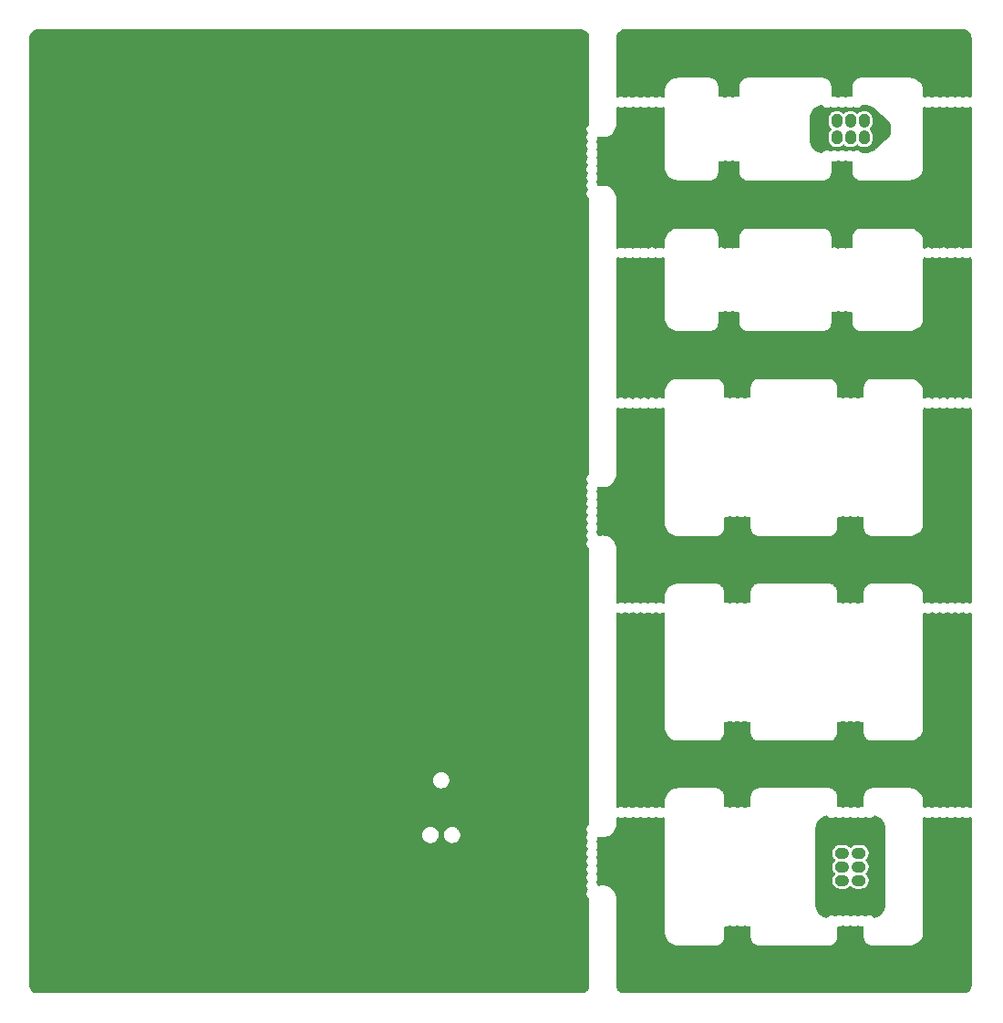
<source format=gbl>
G04 #@! TF.GenerationSoftware,KiCad,Pcbnew,(6.0.2-0)*
G04 #@! TF.CreationDate,2022-08-08T09:45:33+12:00*
G04 #@! TF.ProjectId,stamp_attach,7374616d-705f-4617-9474-6163682e6b69,rev?*
G04 #@! TF.SameCoordinates,Original*
G04 #@! TF.FileFunction,Copper,L2,Bot*
G04 #@! TF.FilePolarity,Positive*
%FSLAX46Y46*%
G04 Gerber Fmt 4.6, Leading zero omitted, Abs format (unit mm)*
G04 Created by KiCad (PCBNEW (6.0.2-0)) date 2022-08-08 09:45:33*
%MOMM*%
%LPD*%
G01*
G04 APERTURE LIST*
G04 Aperture macros list*
%AMFreePoly0*
4,1,32,0.280000,0.504858,0.355383,0.504398,0.493921,0.462967,0.615261,0.384317,0.709651,0.274773,0.769501,0.143140,0.790000,0.000000,0.789848,-0.012460,0.765857,-0.155057,0.702809,-0.285188,0.605772,-0.392394,0.482545,-0.468055,0.343037,-0.506089,0.280000,-0.504934,0.280000,-0.510000,0.000000,-0.510000,0.000000,-0.504934,-0.081539,-0.503439,-0.219561,-0.460318,-0.339932,-0.380193,
-0.432976,-0.269504,-0.491213,-0.137149,-0.509962,0.006231,-0.487715,0.149110,-0.426262,0.280002,-0.330541,0.388385,-0.208249,0.465545,-0.069215,0.505281,0.000000,0.504858,0.000000,0.510000,0.280000,0.510000,0.280000,0.504858,0.280000,0.504858,$1*%
%AMFreePoly1*
4,1,24,0.750000,-0.499999,0.500000,-0.500000,0.350416,-0.350416,0.319385,-0.384700,0.198574,-0.458877,0.061801,-0.496166,-0.079941,-0.493568,-0.215256,-0.451293,-0.333266,-0.372738,-0.424486,-0.264219,-0.481581,-0.134460,-0.499963,0.006109,-0.478152,0.146187,-0.417904,0.274511,-0.324060,0.380769,-0.204165,0.456417,-0.067858,0.495374,0.073905,0.494508,0.209726,0.453889,0.328688,0.376783,
0.350948,0.350948,0.500000,0.500000,0.750000,0.499999,0.750000,-0.499999,0.750000,-0.499999,$1*%
G04 Aperture macros list end*
G04 #@! TA.AperFunction,ComponentPad*
%ADD10FreePoly0,90.000000*%
G04 #@! TD*
G04 #@! TA.AperFunction,ComponentPad*
%ADD11FreePoly0,270.000000*%
G04 #@! TD*
G04 #@! TA.AperFunction,ComponentPad*
%ADD12FreePoly1,225.000000*%
G04 #@! TD*
G04 #@! TA.AperFunction,ComponentPad*
%ADD13FreePoly1,0.000000*%
G04 #@! TD*
G04 #@! TA.AperFunction,ComponentPad*
%ADD14FreePoly1,135.000000*%
G04 #@! TD*
G04 #@! TA.AperFunction,ComponentPad*
%ADD15FreePoly0,180.000000*%
G04 #@! TD*
G04 #@! TA.AperFunction,ComponentPad*
%ADD16FreePoly0,0.000000*%
G04 #@! TD*
G04 #@! TA.AperFunction,ComponentPad*
%ADD17FreePoly1,315.000000*%
G04 #@! TD*
G04 #@! TA.AperFunction,ComponentPad*
%ADD18FreePoly1,90.000000*%
G04 #@! TD*
G04 APERTURE END LIST*
D10*
X182770001Y-66365000D03*
D11*
X182770001Y-67635000D03*
D10*
X181500001Y-66365000D03*
D11*
X181500001Y-67635000D03*
D10*
X180230001Y-66365000D03*
D11*
X180230001Y-67635000D03*
D12*
X178960001Y-66000000D03*
D13*
X184040001Y-67000000D03*
D14*
X178960001Y-68000000D03*
D15*
X180865000Y-134230000D03*
D16*
X182135000Y-134230000D03*
D15*
X180865000Y-135500000D03*
D16*
X182135000Y-135500000D03*
D15*
X180865000Y-136770000D03*
D16*
X182135000Y-136770000D03*
D12*
X182500000Y-138040000D03*
D17*
X180500000Y-138040000D03*
D18*
X181500000Y-132960000D03*
G04 #@! TA.AperFunction,NonConductor*
G36*
X164500001Y-62746138D02*
G01*
X164485603Y-62762996D01*
X164382799Y-62930757D01*
X164307504Y-63112534D01*
X164306367Y-63117270D01*
X164262709Y-63299118D01*
X164262708Y-63299124D01*
X164261573Y-63303852D01*
X164246812Y-63491407D01*
X164245103Y-63500000D01*
X164247486Y-63511979D01*
X164247618Y-63512644D01*
X164250001Y-63536835D01*
X164250001Y-63966852D01*
X164230316Y-64033891D01*
X164177512Y-64079646D01*
X164108354Y-64089590D01*
X164065789Y-64073471D01*
X164065541Y-64073999D01*
X164058694Y-64070784D01*
X164058690Y-64070783D01*
X164057550Y-64070247D01*
X164057548Y-64070246D01*
X164000135Y-64043291D01*
X163934729Y-64012583D01*
X163926005Y-64011225D01*
X163926003Y-64011224D01*
X163884226Y-64004720D01*
X163825014Y-63995500D01*
X163749485Y-63995500D01*
X163745124Y-63996125D01*
X163745118Y-63996125D01*
X163651401Y-64009547D01*
X163642659Y-64010799D01*
X163634618Y-64014455D01*
X163535711Y-64059425D01*
X163511106Y-64070612D01*
X163504411Y-64076381D01*
X163496971Y-64081139D01*
X163495235Y-64078424D01*
X163445960Y-64100763D01*
X163376829Y-64090629D01*
X163360573Y-64081617D01*
X163357875Y-64079845D01*
X163351256Y-64073999D01*
X163343265Y-64070247D01*
X163343263Y-64070246D01*
X163285850Y-64043291D01*
X163220444Y-64012583D01*
X163211720Y-64011225D01*
X163211718Y-64011224D01*
X163169941Y-64004720D01*
X163110729Y-63995500D01*
X163035200Y-63995500D01*
X163030839Y-63996125D01*
X163030833Y-63996125D01*
X162937116Y-64009547D01*
X162928374Y-64010799D01*
X162920333Y-64014455D01*
X162821426Y-64059425D01*
X162796821Y-64070612D01*
X162790126Y-64076381D01*
X162782686Y-64081139D01*
X162780950Y-64078424D01*
X162731675Y-64100763D01*
X162662544Y-64090629D01*
X162646288Y-64081617D01*
X162643590Y-64079845D01*
X162636971Y-64073999D01*
X162628980Y-64070247D01*
X162628978Y-64070246D01*
X162571565Y-64043291D01*
X162506159Y-64012583D01*
X162497435Y-64011225D01*
X162497433Y-64011224D01*
X162455656Y-64004720D01*
X162396444Y-63995500D01*
X162320915Y-63995500D01*
X162316554Y-63996125D01*
X162316548Y-63996125D01*
X162222831Y-64009547D01*
X162214089Y-64010799D01*
X162206048Y-64014455D01*
X162107141Y-64059425D01*
X162082536Y-64070612D01*
X162075841Y-64076381D01*
X162068401Y-64081139D01*
X162066665Y-64078424D01*
X162017390Y-64100763D01*
X161948259Y-64090629D01*
X161932003Y-64081617D01*
X161929305Y-64079845D01*
X161922686Y-64073999D01*
X161914695Y-64070247D01*
X161914693Y-64070246D01*
X161857280Y-64043291D01*
X161791874Y-64012583D01*
X161783150Y-64011225D01*
X161783148Y-64011224D01*
X161741371Y-64004720D01*
X161682159Y-63995500D01*
X161606630Y-63995500D01*
X161602269Y-63996125D01*
X161602263Y-63996125D01*
X161508546Y-64009547D01*
X161499804Y-64010799D01*
X161491763Y-64014455D01*
X161392856Y-64059425D01*
X161368251Y-64070612D01*
X161361556Y-64076381D01*
X161354116Y-64081139D01*
X161352380Y-64078424D01*
X161303105Y-64100763D01*
X161233974Y-64090629D01*
X161217718Y-64081617D01*
X161215020Y-64079845D01*
X161208401Y-64073999D01*
X161200410Y-64070247D01*
X161200408Y-64070246D01*
X161142995Y-64043291D01*
X161077589Y-64012583D01*
X161068865Y-64011225D01*
X161068863Y-64011224D01*
X161027086Y-64004720D01*
X160967874Y-63995500D01*
X160892345Y-63995500D01*
X160887984Y-63996125D01*
X160887978Y-63996125D01*
X160794261Y-64009547D01*
X160785519Y-64010799D01*
X160777478Y-64014455D01*
X160678571Y-64059425D01*
X160653966Y-64070612D01*
X160647271Y-64076381D01*
X160639831Y-64081139D01*
X160638095Y-64078424D01*
X160588820Y-64100763D01*
X160519689Y-64090629D01*
X160503433Y-64081617D01*
X160500735Y-64079845D01*
X160494116Y-64073999D01*
X160486125Y-64070247D01*
X160486123Y-64070246D01*
X160428710Y-64043291D01*
X160363304Y-64012583D01*
X160354580Y-64011225D01*
X160354578Y-64011224D01*
X160312801Y-64004720D01*
X160253589Y-63995500D01*
X160178060Y-63995500D01*
X160173699Y-63996125D01*
X160173693Y-63996125D01*
X160079976Y-64009547D01*
X160071234Y-64010799D01*
X159939681Y-64070612D01*
X159937763Y-64072264D01*
X159873727Y-64090914D01*
X159806732Y-64071081D01*
X159761093Y-64018177D01*
X159750001Y-63966914D01*
X159750001Y-58536835D01*
X159752384Y-58512644D01*
X159752516Y-58511980D01*
X159754899Y-58500000D01*
X159752516Y-58488020D01*
X159752516Y-58480557D01*
X159753113Y-58468403D01*
X159763215Y-58365837D01*
X159767957Y-58341996D01*
X159803546Y-58224674D01*
X159812849Y-58202215D01*
X159870643Y-58094091D01*
X159884147Y-58073881D01*
X159961927Y-57979106D01*
X159979107Y-57961926D01*
X160073882Y-57884146D01*
X160094092Y-57870642D01*
X160202216Y-57812848D01*
X160224675Y-57803545D01*
X160341997Y-57767956D01*
X160365838Y-57763214D01*
X160468404Y-57753112D01*
X160480558Y-57752515D01*
X160488021Y-57752515D01*
X160500001Y-57754898D01*
X160511981Y-57752515D01*
X160512645Y-57752383D01*
X160536836Y-57750000D01*
X164500001Y-57750000D01*
X164500001Y-62746138D01*
G37*
G04 #@! TD.AperFunction*
G04 #@! TA.AperFunction,NonConductor*
G36*
X163480308Y-64909371D02*
G01*
X163496564Y-64918383D01*
X163499262Y-64920155D01*
X163505881Y-64926001D01*
X163513872Y-64929753D01*
X163513874Y-64929754D01*
X163571287Y-64956709D01*
X163636693Y-64987417D01*
X163645417Y-64988775D01*
X163645419Y-64988776D01*
X163687196Y-64995280D01*
X163746408Y-65004500D01*
X163821937Y-65004500D01*
X163826298Y-65003875D01*
X163826304Y-65003875D01*
X163920021Y-64990453D01*
X163928763Y-64989201D01*
X163979545Y-64966112D01*
X164052271Y-64933046D01*
X164052272Y-64933045D01*
X164060316Y-64929388D01*
X164062237Y-64927732D01*
X164126276Y-64909083D01*
X164193271Y-64928916D01*
X164238909Y-64981822D01*
X164250001Y-65033083D01*
X164250001Y-70463165D01*
X164247618Y-70487356D01*
X164245103Y-70500000D01*
X164246812Y-70508593D01*
X164247485Y-70517144D01*
X164247485Y-70517150D01*
X164249651Y-70544671D01*
X164261573Y-70696148D01*
X164262708Y-70700876D01*
X164262709Y-70700882D01*
X164288988Y-70810342D01*
X164307504Y-70887466D01*
X164382799Y-71069243D01*
X164441225Y-71164585D01*
X164481728Y-71230681D01*
X164500001Y-71295471D01*
X164500001Y-76704533D01*
X164481728Y-76769323D01*
X164382800Y-76930759D01*
X164307506Y-77112536D01*
X164261574Y-77303853D01*
X164246813Y-77491408D01*
X164245104Y-77500001D01*
X164247487Y-77511980D01*
X164247619Y-77512645D01*
X164250002Y-77536836D01*
X164250002Y-77966853D01*
X164230317Y-78033892D01*
X164177513Y-78079647D01*
X164108355Y-78089591D01*
X164065789Y-78073471D01*
X164065541Y-78073999D01*
X164058691Y-78070783D01*
X164058692Y-78070783D01*
X164057548Y-78070246D01*
X164057546Y-78070245D01*
X163980116Y-78033892D01*
X163934729Y-78012583D01*
X163926005Y-78011225D01*
X163926003Y-78011224D01*
X163884226Y-78004720D01*
X163825014Y-77995500D01*
X163749485Y-77995500D01*
X163745124Y-77996125D01*
X163745118Y-77996125D01*
X163651401Y-78009547D01*
X163642659Y-78010799D01*
X163634618Y-78014455D01*
X163535711Y-78059425D01*
X163511106Y-78070612D01*
X163504411Y-78076381D01*
X163496971Y-78081139D01*
X163495235Y-78078424D01*
X163445960Y-78100763D01*
X163376829Y-78090629D01*
X163360573Y-78081617D01*
X163357875Y-78079845D01*
X163351256Y-78073999D01*
X163343265Y-78070247D01*
X163343263Y-78070246D01*
X163265831Y-78033892D01*
X163220444Y-78012583D01*
X163211720Y-78011225D01*
X163211718Y-78011224D01*
X163169941Y-78004720D01*
X163110729Y-77995500D01*
X163035200Y-77995500D01*
X163030839Y-77996125D01*
X163030833Y-77996125D01*
X162937116Y-78009547D01*
X162928374Y-78010799D01*
X162920333Y-78014455D01*
X162821426Y-78059425D01*
X162796821Y-78070612D01*
X162790126Y-78076381D01*
X162782686Y-78081139D01*
X162780950Y-78078424D01*
X162731675Y-78100763D01*
X162662544Y-78090629D01*
X162646288Y-78081617D01*
X162643590Y-78079845D01*
X162636971Y-78073999D01*
X162628980Y-78070247D01*
X162628978Y-78070246D01*
X162551546Y-78033892D01*
X162506159Y-78012583D01*
X162497435Y-78011225D01*
X162497433Y-78011224D01*
X162455656Y-78004720D01*
X162396444Y-77995500D01*
X162320915Y-77995500D01*
X162316554Y-77996125D01*
X162316548Y-77996125D01*
X162222831Y-78009547D01*
X162214089Y-78010799D01*
X162206048Y-78014455D01*
X162107141Y-78059425D01*
X162082536Y-78070612D01*
X162075841Y-78076381D01*
X162068401Y-78081139D01*
X162066665Y-78078424D01*
X162017390Y-78100763D01*
X161948259Y-78090629D01*
X161932003Y-78081617D01*
X161929305Y-78079845D01*
X161922686Y-78073999D01*
X161914695Y-78070247D01*
X161914693Y-78070246D01*
X161837261Y-78033892D01*
X161791874Y-78012583D01*
X161783150Y-78011225D01*
X161783148Y-78011224D01*
X161741371Y-78004720D01*
X161682159Y-77995500D01*
X161606630Y-77995500D01*
X161602269Y-77996125D01*
X161602263Y-77996125D01*
X161508546Y-78009547D01*
X161499804Y-78010799D01*
X161491763Y-78014455D01*
X161392856Y-78059425D01*
X161368251Y-78070612D01*
X161361556Y-78076381D01*
X161354116Y-78081139D01*
X161352380Y-78078424D01*
X161303105Y-78100763D01*
X161233974Y-78090629D01*
X161217718Y-78081617D01*
X161215020Y-78079845D01*
X161208401Y-78073999D01*
X161200410Y-78070247D01*
X161200408Y-78070246D01*
X161122976Y-78033892D01*
X161077589Y-78012583D01*
X161068865Y-78011225D01*
X161068863Y-78011224D01*
X161027086Y-78004720D01*
X160967874Y-77995500D01*
X160892345Y-77995500D01*
X160887984Y-77996125D01*
X160887978Y-77996125D01*
X160794261Y-78009547D01*
X160785519Y-78010799D01*
X160777478Y-78014455D01*
X160678571Y-78059425D01*
X160653966Y-78070612D01*
X160647271Y-78076381D01*
X160639831Y-78081139D01*
X160638095Y-78078424D01*
X160588820Y-78100763D01*
X160519689Y-78090629D01*
X160503433Y-78081617D01*
X160500735Y-78079845D01*
X160494116Y-78073999D01*
X160486125Y-78070247D01*
X160486123Y-78070246D01*
X160408691Y-78033892D01*
X160363304Y-78012583D01*
X160354580Y-78011225D01*
X160354578Y-78011224D01*
X160312801Y-78004720D01*
X160253589Y-77995500D01*
X160178060Y-77995500D01*
X160173699Y-77996125D01*
X160173693Y-77996125D01*
X160079976Y-78009547D01*
X160071234Y-78010799D01*
X159939681Y-78070612D01*
X159937763Y-78072264D01*
X159873727Y-78090914D01*
X159806732Y-78071081D01*
X159761093Y-78018177D01*
X159750001Y-77966914D01*
X159750001Y-73536834D01*
X159752384Y-73512643D01*
X159752516Y-73511978D01*
X159754899Y-73499999D01*
X159753190Y-73491406D01*
X159751682Y-73472237D01*
X159738811Y-73308703D01*
X159738811Y-73308701D01*
X159738429Y-73303851D01*
X159737294Y-73299123D01*
X159737293Y-73299117D01*
X159693635Y-73117269D01*
X159692498Y-73112533D01*
X159617203Y-72930756D01*
X159514399Y-72762995D01*
X159386618Y-72613382D01*
X159237005Y-72485601D01*
X159069244Y-72382797D01*
X158887467Y-72307502D01*
X158828278Y-72293292D01*
X158700883Y-72262707D01*
X158700877Y-72262706D01*
X158696149Y-72261571D01*
X158691299Y-72261189D01*
X158691297Y-72261189D01*
X158517151Y-72247483D01*
X158517145Y-72247483D01*
X158508594Y-72246810D01*
X158500001Y-72245101D01*
X158491408Y-72246810D01*
X158482857Y-72247483D01*
X158482851Y-72247483D01*
X158308705Y-72261189D01*
X158308703Y-72261189D01*
X158303853Y-72261571D01*
X158299125Y-72262706D01*
X158299119Y-72262707D01*
X158157182Y-72296783D01*
X158087399Y-72293292D01*
X158030582Y-72252628D01*
X158005383Y-72193041D01*
X158004919Y-72189655D01*
X158004973Y-72180826D01*
X157965262Y-72041878D01*
X157901408Y-71940676D01*
X157882283Y-71873478D01*
X157902225Y-71807065D01*
X157957880Y-71721201D01*
X157957881Y-71721200D01*
X157962684Y-71713789D01*
X157966920Y-71699627D01*
X158001560Y-71583799D01*
X158004091Y-71575336D01*
X158004973Y-71430826D01*
X157965262Y-71291878D01*
X157901408Y-71190676D01*
X157882283Y-71123478D01*
X157902225Y-71057065D01*
X157957880Y-70971201D01*
X157957881Y-70971200D01*
X157962684Y-70963789D01*
X157966920Y-70949627D01*
X158001560Y-70833799D01*
X158004091Y-70825336D01*
X158004973Y-70680826D01*
X157965262Y-70541878D01*
X157901408Y-70440676D01*
X157882283Y-70373478D01*
X157902225Y-70307065D01*
X157957880Y-70221201D01*
X157957881Y-70221200D01*
X157962684Y-70213789D01*
X157966920Y-70199627D01*
X158001560Y-70083799D01*
X158004091Y-70075336D01*
X158004973Y-69930826D01*
X157965262Y-69791878D01*
X157901408Y-69690676D01*
X157882283Y-69623478D01*
X157902225Y-69557065D01*
X157957880Y-69471201D01*
X157957881Y-69471200D01*
X157962684Y-69463789D01*
X157966920Y-69449627D01*
X158001560Y-69333799D01*
X158004091Y-69325336D01*
X158004973Y-69180826D01*
X157965262Y-69041878D01*
X157901408Y-68940676D01*
X157882283Y-68873478D01*
X157902225Y-68807065D01*
X157957880Y-68721201D01*
X157957881Y-68721200D01*
X157962684Y-68713789D01*
X157966920Y-68699627D01*
X158001560Y-68583799D01*
X158004091Y-68575336D01*
X158004973Y-68430826D01*
X157965262Y-68291878D01*
X157901408Y-68190676D01*
X157882283Y-68123478D01*
X157902225Y-68057065D01*
X157957880Y-67971201D01*
X157957881Y-67971200D01*
X157962684Y-67963789D01*
X157966920Y-67949627D01*
X158001560Y-67833799D01*
X158004091Y-67825336D01*
X158004145Y-67816503D01*
X158005451Y-67807764D01*
X158008544Y-67808226D01*
X158024191Y-67756094D01*
X158077268Y-67710656D01*
X158146485Y-67701127D01*
X158157050Y-67703183D01*
X158299119Y-67737291D01*
X158299125Y-67737292D01*
X158303853Y-67738427D01*
X158308703Y-67738809D01*
X158308705Y-67738809D01*
X158482851Y-67752515D01*
X158482857Y-67752515D01*
X158491408Y-67753188D01*
X158500001Y-67754897D01*
X158508594Y-67753188D01*
X158517145Y-67752515D01*
X158517151Y-67752515D01*
X158691297Y-67738809D01*
X158691299Y-67738809D01*
X158696149Y-67738427D01*
X158700877Y-67737292D01*
X158700883Y-67737291D01*
X158882731Y-67693633D01*
X158887467Y-67692496D01*
X159069244Y-67617201D01*
X159237005Y-67514397D01*
X159386618Y-67386616D01*
X159395241Y-67376520D01*
X159511235Y-67240708D01*
X159511237Y-67240705D01*
X159514399Y-67237003D01*
X159617203Y-67069242D01*
X159692498Y-66887465D01*
X159715446Y-66791878D01*
X159737293Y-66700881D01*
X159737294Y-66700875D01*
X159738429Y-66696147D01*
X159746887Y-66588679D01*
X159752517Y-66517149D01*
X159752517Y-66517143D01*
X159753190Y-66508592D01*
X159754899Y-66499999D01*
X159752384Y-66487355D01*
X159750001Y-66463164D01*
X159750001Y-65033151D01*
X159769686Y-64966112D01*
X159822490Y-64920357D01*
X159891648Y-64910413D01*
X159934208Y-64926530D01*
X159934456Y-64926001D01*
X159941318Y-64929223D01*
X159941321Y-64929224D01*
X160065268Y-64987417D01*
X160073992Y-64988775D01*
X160073994Y-64988776D01*
X160115771Y-64995280D01*
X160174983Y-65004500D01*
X160250512Y-65004500D01*
X160254873Y-65003875D01*
X160254879Y-65003875D01*
X160348596Y-64990453D01*
X160357338Y-64989201D01*
X160408120Y-64966112D01*
X160480846Y-64933046D01*
X160480847Y-64933045D01*
X160488891Y-64929388D01*
X160495586Y-64923619D01*
X160503026Y-64918861D01*
X160504762Y-64921576D01*
X160554037Y-64899237D01*
X160623168Y-64909371D01*
X160639424Y-64918383D01*
X160642122Y-64920155D01*
X160648741Y-64926001D01*
X160656732Y-64929753D01*
X160656734Y-64929754D01*
X160714147Y-64956709D01*
X160779553Y-64987417D01*
X160788277Y-64988775D01*
X160788279Y-64988776D01*
X160830056Y-64995280D01*
X160889268Y-65004500D01*
X160964797Y-65004500D01*
X160969158Y-65003875D01*
X160969164Y-65003875D01*
X161062881Y-64990453D01*
X161071623Y-64989201D01*
X161122405Y-64966112D01*
X161195131Y-64933046D01*
X161195132Y-64933045D01*
X161203176Y-64929388D01*
X161209871Y-64923619D01*
X161217311Y-64918861D01*
X161219047Y-64921576D01*
X161268322Y-64899237D01*
X161337453Y-64909371D01*
X161353709Y-64918383D01*
X161356407Y-64920155D01*
X161363026Y-64926001D01*
X161371017Y-64929753D01*
X161371019Y-64929754D01*
X161428432Y-64956709D01*
X161493838Y-64987417D01*
X161502562Y-64988775D01*
X161502564Y-64988776D01*
X161544341Y-64995280D01*
X161603553Y-65004500D01*
X161679082Y-65004500D01*
X161683443Y-65003875D01*
X161683449Y-65003875D01*
X161777166Y-64990453D01*
X161785908Y-64989201D01*
X161836690Y-64966112D01*
X161909416Y-64933046D01*
X161909417Y-64933045D01*
X161917461Y-64929388D01*
X161924156Y-64923619D01*
X161931596Y-64918861D01*
X161933332Y-64921576D01*
X161982607Y-64899237D01*
X162051738Y-64909371D01*
X162067994Y-64918383D01*
X162070692Y-64920155D01*
X162077311Y-64926001D01*
X162085302Y-64929753D01*
X162085304Y-64929754D01*
X162142717Y-64956709D01*
X162208123Y-64987417D01*
X162216847Y-64988775D01*
X162216849Y-64988776D01*
X162258626Y-64995280D01*
X162317838Y-65004500D01*
X162393367Y-65004500D01*
X162397728Y-65003875D01*
X162397734Y-65003875D01*
X162491451Y-64990453D01*
X162500193Y-64989201D01*
X162550975Y-64966112D01*
X162623701Y-64933046D01*
X162623702Y-64933045D01*
X162631746Y-64929388D01*
X162638441Y-64923619D01*
X162645881Y-64918861D01*
X162647617Y-64921576D01*
X162696892Y-64899237D01*
X162766023Y-64909371D01*
X162782279Y-64918383D01*
X162784977Y-64920155D01*
X162791596Y-64926001D01*
X162799587Y-64929753D01*
X162799589Y-64929754D01*
X162857002Y-64956709D01*
X162922408Y-64987417D01*
X162931132Y-64988775D01*
X162931134Y-64988776D01*
X162972911Y-64995280D01*
X163032123Y-65004500D01*
X163107652Y-65004500D01*
X163112013Y-65003875D01*
X163112019Y-65003875D01*
X163205736Y-64990453D01*
X163214478Y-64989201D01*
X163265260Y-64966112D01*
X163337986Y-64933046D01*
X163337987Y-64933045D01*
X163346031Y-64929388D01*
X163352726Y-64923619D01*
X163360166Y-64918861D01*
X163361902Y-64921576D01*
X163411177Y-64899237D01*
X163480308Y-64909371D01*
G37*
G04 #@! TD.AperFunction*
G04 #@! TA.AperFunction,NonConductor*
G36*
X163480308Y-78909371D02*
G01*
X163496564Y-78918383D01*
X163499262Y-78920155D01*
X163505881Y-78926001D01*
X163513872Y-78929753D01*
X163513874Y-78929754D01*
X163571287Y-78956709D01*
X163636693Y-78987417D01*
X163645417Y-78988775D01*
X163645419Y-78988776D01*
X163687196Y-78995280D01*
X163746408Y-79004500D01*
X163821937Y-79004500D01*
X163826298Y-79003875D01*
X163826304Y-79003875D01*
X163920021Y-78990453D01*
X163928763Y-78989201D01*
X164060316Y-78929388D01*
X164062239Y-78927731D01*
X164126281Y-78909083D01*
X164193276Y-78928918D01*
X164238912Y-78981825D01*
X164250002Y-79033083D01*
X164250001Y-84463166D01*
X164247618Y-84487357D01*
X164245103Y-84500001D01*
X164246812Y-84508594D01*
X164261573Y-84696149D01*
X164262708Y-84700877D01*
X164262709Y-84700883D01*
X164306085Y-84881558D01*
X164307504Y-84887467D01*
X164382799Y-85069244D01*
X164385348Y-85073403D01*
X164481728Y-85230682D01*
X164500001Y-85295472D01*
X164500001Y-90664532D01*
X164481728Y-90729322D01*
X164382800Y-90890758D01*
X164307506Y-91072535D01*
X164261574Y-91263852D01*
X164246813Y-91451407D01*
X164245104Y-91460000D01*
X164247487Y-91471979D01*
X164247619Y-91472644D01*
X164250002Y-91496835D01*
X164250002Y-91926853D01*
X164230317Y-91993892D01*
X164177513Y-92039647D01*
X164108355Y-92049591D01*
X164065789Y-92033471D01*
X164065541Y-92033999D01*
X164058691Y-92030783D01*
X164058692Y-92030783D01*
X164057548Y-92030246D01*
X164057546Y-92030245D01*
X163980116Y-91993892D01*
X163934729Y-91972583D01*
X163926005Y-91971225D01*
X163926003Y-91971224D01*
X163884226Y-91964720D01*
X163825014Y-91955500D01*
X163749485Y-91955500D01*
X163745124Y-91956125D01*
X163745118Y-91956125D01*
X163651401Y-91969547D01*
X163642659Y-91970799D01*
X163634618Y-91974455D01*
X163535711Y-92019425D01*
X163511106Y-92030612D01*
X163504411Y-92036381D01*
X163496971Y-92041139D01*
X163495235Y-92038424D01*
X163445960Y-92060763D01*
X163376829Y-92050629D01*
X163360573Y-92041617D01*
X163357875Y-92039845D01*
X163351256Y-92033999D01*
X163343265Y-92030247D01*
X163343263Y-92030246D01*
X163265831Y-91993892D01*
X163220444Y-91972583D01*
X163211720Y-91971225D01*
X163211718Y-91971224D01*
X163169941Y-91964720D01*
X163110729Y-91955500D01*
X163035200Y-91955500D01*
X163030839Y-91956125D01*
X163030833Y-91956125D01*
X162937116Y-91969547D01*
X162928374Y-91970799D01*
X162920333Y-91974455D01*
X162821426Y-92019425D01*
X162796821Y-92030612D01*
X162790126Y-92036381D01*
X162782686Y-92041139D01*
X162780950Y-92038424D01*
X162731675Y-92060763D01*
X162662544Y-92050629D01*
X162646288Y-92041617D01*
X162643590Y-92039845D01*
X162636971Y-92033999D01*
X162628980Y-92030247D01*
X162628978Y-92030246D01*
X162551546Y-91993892D01*
X162506159Y-91972583D01*
X162497435Y-91971225D01*
X162497433Y-91971224D01*
X162455656Y-91964720D01*
X162396444Y-91955500D01*
X162320915Y-91955500D01*
X162316554Y-91956125D01*
X162316548Y-91956125D01*
X162222831Y-91969547D01*
X162214089Y-91970799D01*
X162206048Y-91974455D01*
X162107141Y-92019425D01*
X162082536Y-92030612D01*
X162075841Y-92036381D01*
X162068401Y-92041139D01*
X162066665Y-92038424D01*
X162017390Y-92060763D01*
X161948259Y-92050629D01*
X161932003Y-92041617D01*
X161929305Y-92039845D01*
X161922686Y-92033999D01*
X161914695Y-92030247D01*
X161914693Y-92030246D01*
X161837261Y-91993892D01*
X161791874Y-91972583D01*
X161783150Y-91971225D01*
X161783148Y-91971224D01*
X161741371Y-91964720D01*
X161682159Y-91955500D01*
X161606630Y-91955500D01*
X161602269Y-91956125D01*
X161602263Y-91956125D01*
X161508546Y-91969547D01*
X161499804Y-91970799D01*
X161491763Y-91974455D01*
X161392856Y-92019425D01*
X161368251Y-92030612D01*
X161361556Y-92036381D01*
X161354116Y-92041139D01*
X161352380Y-92038424D01*
X161303105Y-92060763D01*
X161233974Y-92050629D01*
X161217718Y-92041617D01*
X161215020Y-92039845D01*
X161208401Y-92033999D01*
X161200410Y-92030247D01*
X161200408Y-92030246D01*
X161122976Y-91993892D01*
X161077589Y-91972583D01*
X161068865Y-91971225D01*
X161068863Y-91971224D01*
X161027086Y-91964720D01*
X160967874Y-91955500D01*
X160892345Y-91955500D01*
X160887984Y-91956125D01*
X160887978Y-91956125D01*
X160794261Y-91969547D01*
X160785519Y-91970799D01*
X160777478Y-91974455D01*
X160678571Y-92019425D01*
X160653966Y-92030612D01*
X160647271Y-92036381D01*
X160639831Y-92041139D01*
X160638095Y-92038424D01*
X160588820Y-92060763D01*
X160519689Y-92050629D01*
X160503433Y-92041617D01*
X160500735Y-92039845D01*
X160494116Y-92033999D01*
X160486125Y-92030247D01*
X160486123Y-92030246D01*
X160408691Y-91993892D01*
X160363304Y-91972583D01*
X160354580Y-91971225D01*
X160354578Y-91971224D01*
X160312801Y-91964720D01*
X160253589Y-91955500D01*
X160178060Y-91955500D01*
X160173699Y-91956125D01*
X160173693Y-91956125D01*
X160079976Y-91969547D01*
X160071234Y-91970799D01*
X159939681Y-92030612D01*
X159937763Y-92032264D01*
X159873727Y-92050914D01*
X159806732Y-92031081D01*
X159761093Y-91978177D01*
X159750001Y-91926914D01*
X159750001Y-79033151D01*
X159769686Y-78966112D01*
X159822490Y-78920357D01*
X159891648Y-78910413D01*
X159934208Y-78926530D01*
X159934456Y-78926001D01*
X159941318Y-78929223D01*
X159941321Y-78929224D01*
X160065268Y-78987417D01*
X160073992Y-78988775D01*
X160073994Y-78988776D01*
X160115771Y-78995280D01*
X160174983Y-79004500D01*
X160250512Y-79004500D01*
X160254873Y-79003875D01*
X160254879Y-79003875D01*
X160348596Y-78990453D01*
X160357338Y-78989201D01*
X160408120Y-78966112D01*
X160480846Y-78933046D01*
X160480847Y-78933045D01*
X160488891Y-78929388D01*
X160495586Y-78923619D01*
X160503026Y-78918861D01*
X160504762Y-78921576D01*
X160554037Y-78899237D01*
X160623168Y-78909371D01*
X160639424Y-78918383D01*
X160642122Y-78920155D01*
X160648741Y-78926001D01*
X160656732Y-78929753D01*
X160656734Y-78929754D01*
X160714147Y-78956709D01*
X160779553Y-78987417D01*
X160788277Y-78988775D01*
X160788279Y-78988776D01*
X160830056Y-78995280D01*
X160889268Y-79004500D01*
X160964797Y-79004500D01*
X160969158Y-79003875D01*
X160969164Y-79003875D01*
X161062881Y-78990453D01*
X161071623Y-78989201D01*
X161122405Y-78966112D01*
X161195131Y-78933046D01*
X161195132Y-78933045D01*
X161203176Y-78929388D01*
X161209871Y-78923619D01*
X161217311Y-78918861D01*
X161219047Y-78921576D01*
X161268322Y-78899237D01*
X161337453Y-78909371D01*
X161353709Y-78918383D01*
X161356407Y-78920155D01*
X161363026Y-78926001D01*
X161371017Y-78929753D01*
X161371019Y-78929754D01*
X161428432Y-78956709D01*
X161493838Y-78987417D01*
X161502562Y-78988775D01*
X161502564Y-78988776D01*
X161544341Y-78995280D01*
X161603553Y-79004500D01*
X161679082Y-79004500D01*
X161683443Y-79003875D01*
X161683449Y-79003875D01*
X161777166Y-78990453D01*
X161785908Y-78989201D01*
X161836690Y-78966112D01*
X161909416Y-78933046D01*
X161909417Y-78933045D01*
X161917461Y-78929388D01*
X161924156Y-78923619D01*
X161931596Y-78918861D01*
X161933332Y-78921576D01*
X161982607Y-78899237D01*
X162051738Y-78909371D01*
X162067994Y-78918383D01*
X162070692Y-78920155D01*
X162077311Y-78926001D01*
X162085302Y-78929753D01*
X162085304Y-78929754D01*
X162142717Y-78956709D01*
X162208123Y-78987417D01*
X162216847Y-78988775D01*
X162216849Y-78988776D01*
X162258626Y-78995280D01*
X162317838Y-79004500D01*
X162393367Y-79004500D01*
X162397728Y-79003875D01*
X162397734Y-79003875D01*
X162491451Y-78990453D01*
X162500193Y-78989201D01*
X162550975Y-78966112D01*
X162623701Y-78933046D01*
X162623702Y-78933045D01*
X162631746Y-78929388D01*
X162638441Y-78923619D01*
X162645881Y-78918861D01*
X162647617Y-78921576D01*
X162696892Y-78899237D01*
X162766023Y-78909371D01*
X162782279Y-78918383D01*
X162784977Y-78920155D01*
X162791596Y-78926001D01*
X162799587Y-78929753D01*
X162799589Y-78929754D01*
X162857002Y-78956709D01*
X162922408Y-78987417D01*
X162931132Y-78988775D01*
X162931134Y-78988776D01*
X162972911Y-78995280D01*
X163032123Y-79004500D01*
X163107652Y-79004500D01*
X163112013Y-79003875D01*
X163112019Y-79003875D01*
X163205736Y-78990453D01*
X163214478Y-78989201D01*
X163265260Y-78966112D01*
X163337986Y-78933046D01*
X163337987Y-78933045D01*
X163346031Y-78929388D01*
X163352726Y-78923619D01*
X163360166Y-78918861D01*
X163361902Y-78921576D01*
X163411177Y-78899237D01*
X163480308Y-78909371D01*
G37*
G04 #@! TD.AperFunction*
G04 #@! TA.AperFunction,NonConductor*
G36*
X163480308Y-92869371D02*
G01*
X163496564Y-92878383D01*
X163499262Y-92880155D01*
X163505881Y-92886001D01*
X163513872Y-92889753D01*
X163513874Y-92889754D01*
X163571287Y-92916709D01*
X163636693Y-92947417D01*
X163645417Y-92948775D01*
X163645419Y-92948776D01*
X163687196Y-92955280D01*
X163746408Y-92964500D01*
X163821937Y-92964500D01*
X163826298Y-92963875D01*
X163826304Y-92963875D01*
X163920021Y-92950453D01*
X163928763Y-92949201D01*
X164060316Y-92889388D01*
X164062239Y-92887731D01*
X164126281Y-92869083D01*
X164193276Y-92888918D01*
X164238912Y-92941825D01*
X164250002Y-92993083D01*
X164250001Y-103503165D01*
X164247618Y-103527356D01*
X164245103Y-103540000D01*
X164246812Y-103548593D01*
X164247485Y-103557144D01*
X164247485Y-103557150D01*
X164258172Y-103692934D01*
X164261573Y-103736148D01*
X164262708Y-103740876D01*
X164262709Y-103740882D01*
X164304799Y-103916200D01*
X164307504Y-103927466D01*
X164382799Y-104109243D01*
X164385348Y-104113402D01*
X164481728Y-104270681D01*
X164500001Y-104335471D01*
X164500001Y-109664527D01*
X164481729Y-109729317D01*
X164382799Y-109890757D01*
X164307504Y-110072535D01*
X164306367Y-110077271D01*
X164262709Y-110259119D01*
X164262708Y-110259125D01*
X164261573Y-110263853D01*
X164246812Y-110451407D01*
X164245103Y-110460000D01*
X164247486Y-110471979D01*
X164247618Y-110472644D01*
X164250001Y-110496835D01*
X164250001Y-110926852D01*
X164230316Y-110993891D01*
X164177512Y-111039646D01*
X164108354Y-111049590D01*
X164065789Y-111033471D01*
X164065541Y-111033999D01*
X164058694Y-111030784D01*
X164058690Y-111030783D01*
X164057550Y-111030247D01*
X164057548Y-111030246D01*
X164000135Y-111003291D01*
X163934729Y-110972583D01*
X163926005Y-110971225D01*
X163926003Y-110971224D01*
X163884226Y-110964720D01*
X163825014Y-110955500D01*
X163749485Y-110955500D01*
X163745124Y-110956125D01*
X163745118Y-110956125D01*
X163651401Y-110969547D01*
X163642659Y-110970799D01*
X163634618Y-110974455D01*
X163535711Y-111019425D01*
X163511106Y-111030612D01*
X163504411Y-111036381D01*
X163496971Y-111041139D01*
X163495235Y-111038424D01*
X163445960Y-111060763D01*
X163376829Y-111050629D01*
X163360573Y-111041617D01*
X163357875Y-111039845D01*
X163351256Y-111033999D01*
X163343265Y-111030247D01*
X163343263Y-111030246D01*
X163285850Y-111003291D01*
X163220444Y-110972583D01*
X163211720Y-110971225D01*
X163211718Y-110971224D01*
X163169941Y-110964720D01*
X163110729Y-110955500D01*
X163035200Y-110955500D01*
X163030839Y-110956125D01*
X163030833Y-110956125D01*
X162937116Y-110969547D01*
X162928374Y-110970799D01*
X162920333Y-110974455D01*
X162821426Y-111019425D01*
X162796821Y-111030612D01*
X162790126Y-111036381D01*
X162782686Y-111041139D01*
X162780950Y-111038424D01*
X162731675Y-111060763D01*
X162662544Y-111050629D01*
X162646288Y-111041617D01*
X162643590Y-111039845D01*
X162636971Y-111033999D01*
X162628980Y-111030247D01*
X162628978Y-111030246D01*
X162571565Y-111003291D01*
X162506159Y-110972583D01*
X162497435Y-110971225D01*
X162497433Y-110971224D01*
X162455656Y-110964720D01*
X162396444Y-110955500D01*
X162320915Y-110955500D01*
X162316554Y-110956125D01*
X162316548Y-110956125D01*
X162222831Y-110969547D01*
X162214089Y-110970799D01*
X162206048Y-110974455D01*
X162107141Y-111019425D01*
X162082536Y-111030612D01*
X162075841Y-111036381D01*
X162068401Y-111041139D01*
X162066665Y-111038424D01*
X162017390Y-111060763D01*
X161948259Y-111050629D01*
X161932003Y-111041617D01*
X161929305Y-111039845D01*
X161922686Y-111033999D01*
X161914695Y-111030247D01*
X161914693Y-111030246D01*
X161857280Y-111003291D01*
X161791874Y-110972583D01*
X161783150Y-110971225D01*
X161783148Y-110971224D01*
X161741371Y-110964720D01*
X161682159Y-110955500D01*
X161606630Y-110955500D01*
X161602269Y-110956125D01*
X161602263Y-110956125D01*
X161508546Y-110969547D01*
X161499804Y-110970799D01*
X161491763Y-110974455D01*
X161392856Y-111019425D01*
X161368251Y-111030612D01*
X161361556Y-111036381D01*
X161354116Y-111041139D01*
X161352380Y-111038424D01*
X161303105Y-111060763D01*
X161233974Y-111050629D01*
X161217718Y-111041617D01*
X161215020Y-111039845D01*
X161208401Y-111033999D01*
X161200410Y-111030247D01*
X161200408Y-111030246D01*
X161142995Y-111003291D01*
X161077589Y-110972583D01*
X161068865Y-110971225D01*
X161068863Y-110971224D01*
X161027086Y-110964720D01*
X160967874Y-110955500D01*
X160892345Y-110955500D01*
X160887984Y-110956125D01*
X160887978Y-110956125D01*
X160794261Y-110969547D01*
X160785519Y-110970799D01*
X160777478Y-110974455D01*
X160678571Y-111019425D01*
X160653966Y-111030612D01*
X160647271Y-111036381D01*
X160639831Y-111041139D01*
X160638095Y-111038424D01*
X160588820Y-111060763D01*
X160519689Y-111050629D01*
X160503433Y-111041617D01*
X160500735Y-111039845D01*
X160494116Y-111033999D01*
X160486125Y-111030247D01*
X160486123Y-111030246D01*
X160428710Y-111003291D01*
X160363304Y-110972583D01*
X160354580Y-110971225D01*
X160354578Y-110971224D01*
X160312801Y-110964720D01*
X160253589Y-110955500D01*
X160178060Y-110955500D01*
X160173699Y-110956125D01*
X160173693Y-110956125D01*
X160079976Y-110969547D01*
X160071234Y-110970799D01*
X159939681Y-111030612D01*
X159937763Y-111032264D01*
X159873727Y-111050914D01*
X159806732Y-111031081D01*
X159761093Y-110978177D01*
X159750001Y-110926914D01*
X159750001Y-106036835D01*
X159752384Y-106012644D01*
X159752516Y-106011979D01*
X159754899Y-106000000D01*
X159753190Y-105991407D01*
X159751682Y-105972238D01*
X159738811Y-105808704D01*
X159738811Y-105808702D01*
X159738429Y-105803852D01*
X159737294Y-105799124D01*
X159737293Y-105799118D01*
X159693635Y-105617270D01*
X159692498Y-105612534D01*
X159617203Y-105430757D01*
X159514399Y-105262996D01*
X159386618Y-105113383D01*
X159237005Y-104985602D01*
X159069244Y-104882798D01*
X158887467Y-104807503D01*
X158842819Y-104796784D01*
X158700883Y-104762708D01*
X158700877Y-104762707D01*
X158696149Y-104761572D01*
X158691299Y-104761190D01*
X158691297Y-104761190D01*
X158517151Y-104747484D01*
X158517145Y-104747484D01*
X158508594Y-104746811D01*
X158500001Y-104745102D01*
X158491408Y-104746811D01*
X158482857Y-104747484D01*
X158482851Y-104747484D01*
X158308705Y-104761190D01*
X158308703Y-104761190D01*
X158303853Y-104761572D01*
X158299125Y-104762707D01*
X158299119Y-104762708D01*
X158157182Y-104796784D01*
X158087399Y-104793293D01*
X158030582Y-104752629D01*
X158005383Y-104693042D01*
X158004919Y-104689656D01*
X158004973Y-104680827D01*
X157965262Y-104541879D01*
X157901408Y-104440677D01*
X157882283Y-104373479D01*
X157902225Y-104307066D01*
X157921711Y-104277004D01*
X157962684Y-104213790D01*
X157966920Y-104199628D01*
X158001560Y-104083800D01*
X158004091Y-104075337D01*
X158004973Y-103930827D01*
X157965262Y-103791879D01*
X157901408Y-103690677D01*
X157882283Y-103623479D01*
X157902225Y-103557066D01*
X157957880Y-103471202D01*
X157957881Y-103471201D01*
X157962684Y-103463790D01*
X157966920Y-103449628D01*
X158001560Y-103333800D01*
X158004091Y-103325337D01*
X158004973Y-103180827D01*
X157965262Y-103041879D01*
X157901408Y-102940677D01*
X157882283Y-102873479D01*
X157902225Y-102807066D01*
X157957880Y-102721202D01*
X157957881Y-102721201D01*
X157962684Y-102713790D01*
X157966920Y-102699628D01*
X158001560Y-102583800D01*
X158004091Y-102575337D01*
X158004973Y-102430827D01*
X157965262Y-102291879D01*
X157901408Y-102190677D01*
X157882283Y-102123479D01*
X157902225Y-102057066D01*
X157957880Y-101971202D01*
X157957881Y-101971201D01*
X157962684Y-101963790D01*
X157966920Y-101949628D01*
X158001560Y-101833800D01*
X158004091Y-101825337D01*
X158004973Y-101680827D01*
X157965262Y-101541879D01*
X157901408Y-101440677D01*
X157882283Y-101373479D01*
X157902225Y-101307066D01*
X157957880Y-101221202D01*
X157957881Y-101221201D01*
X157962684Y-101213790D01*
X157966920Y-101199628D01*
X158001560Y-101083800D01*
X158004091Y-101075337D01*
X158004973Y-100930827D01*
X157965262Y-100791879D01*
X157901408Y-100690677D01*
X157882283Y-100623479D01*
X157902225Y-100557066D01*
X157957880Y-100471202D01*
X157957881Y-100471201D01*
X157962684Y-100463790D01*
X157966920Y-100449628D01*
X158001560Y-100333800D01*
X158004091Y-100325337D01*
X158004145Y-100316504D01*
X158005451Y-100307765D01*
X158008544Y-100308227D01*
X158024191Y-100256095D01*
X158077268Y-100210657D01*
X158146485Y-100201128D01*
X158157050Y-100203184D01*
X158299119Y-100237292D01*
X158299125Y-100237293D01*
X158303853Y-100238428D01*
X158308703Y-100238810D01*
X158308705Y-100238810D01*
X158482851Y-100252516D01*
X158482857Y-100252516D01*
X158491408Y-100253189D01*
X158500001Y-100254898D01*
X158508594Y-100253189D01*
X158517145Y-100252516D01*
X158517151Y-100252516D01*
X158691297Y-100238810D01*
X158691299Y-100238810D01*
X158696149Y-100238428D01*
X158700877Y-100237293D01*
X158700883Y-100237292D01*
X158882731Y-100193634D01*
X158887467Y-100192497D01*
X159069244Y-100117202D01*
X159237005Y-100014398D01*
X159386618Y-99886617D01*
X159395241Y-99876521D01*
X159511235Y-99740709D01*
X159511237Y-99740706D01*
X159514399Y-99737004D01*
X159617203Y-99569243D01*
X159692498Y-99387466D01*
X159715446Y-99291879D01*
X159737293Y-99200882D01*
X159737294Y-99200876D01*
X159738429Y-99196148D01*
X159746887Y-99088680D01*
X159752517Y-99017150D01*
X159752517Y-99017144D01*
X159753190Y-99008593D01*
X159754899Y-99000000D01*
X159752384Y-98987356D01*
X159750001Y-98963165D01*
X159750001Y-92993151D01*
X159769686Y-92926112D01*
X159822490Y-92880357D01*
X159891648Y-92870413D01*
X159934208Y-92886530D01*
X159934456Y-92886001D01*
X159941318Y-92889223D01*
X159941321Y-92889224D01*
X160065268Y-92947417D01*
X160073992Y-92948775D01*
X160073994Y-92948776D01*
X160115771Y-92955280D01*
X160174983Y-92964500D01*
X160250512Y-92964500D01*
X160254873Y-92963875D01*
X160254879Y-92963875D01*
X160348596Y-92950453D01*
X160357338Y-92949201D01*
X160408120Y-92926112D01*
X160480846Y-92893046D01*
X160480847Y-92893045D01*
X160488891Y-92889388D01*
X160495586Y-92883619D01*
X160503026Y-92878861D01*
X160504762Y-92881576D01*
X160554037Y-92859237D01*
X160623168Y-92869371D01*
X160639424Y-92878383D01*
X160642122Y-92880155D01*
X160648741Y-92886001D01*
X160656732Y-92889753D01*
X160656734Y-92889754D01*
X160714147Y-92916709D01*
X160779553Y-92947417D01*
X160788277Y-92948775D01*
X160788279Y-92948776D01*
X160830056Y-92955280D01*
X160889268Y-92964500D01*
X160964797Y-92964500D01*
X160969158Y-92963875D01*
X160969164Y-92963875D01*
X161062881Y-92950453D01*
X161071623Y-92949201D01*
X161122405Y-92926112D01*
X161195131Y-92893046D01*
X161195132Y-92893045D01*
X161203176Y-92889388D01*
X161209871Y-92883619D01*
X161217311Y-92878861D01*
X161219047Y-92881576D01*
X161268322Y-92859237D01*
X161337453Y-92869371D01*
X161353709Y-92878383D01*
X161356407Y-92880155D01*
X161363026Y-92886001D01*
X161371017Y-92889753D01*
X161371019Y-92889754D01*
X161428432Y-92916709D01*
X161493838Y-92947417D01*
X161502562Y-92948775D01*
X161502564Y-92948776D01*
X161544341Y-92955280D01*
X161603553Y-92964500D01*
X161679082Y-92964500D01*
X161683443Y-92963875D01*
X161683449Y-92963875D01*
X161777166Y-92950453D01*
X161785908Y-92949201D01*
X161836690Y-92926112D01*
X161909416Y-92893046D01*
X161909417Y-92893045D01*
X161917461Y-92889388D01*
X161924156Y-92883619D01*
X161931596Y-92878861D01*
X161933332Y-92881576D01*
X161982607Y-92859237D01*
X162051738Y-92869371D01*
X162067994Y-92878383D01*
X162070692Y-92880155D01*
X162077311Y-92886001D01*
X162085302Y-92889753D01*
X162085304Y-92889754D01*
X162142717Y-92916709D01*
X162208123Y-92947417D01*
X162216847Y-92948775D01*
X162216849Y-92948776D01*
X162258626Y-92955280D01*
X162317838Y-92964500D01*
X162393367Y-92964500D01*
X162397728Y-92963875D01*
X162397734Y-92963875D01*
X162491451Y-92950453D01*
X162500193Y-92949201D01*
X162550975Y-92926112D01*
X162623701Y-92893046D01*
X162623702Y-92893045D01*
X162631746Y-92889388D01*
X162638441Y-92883619D01*
X162645881Y-92878861D01*
X162647617Y-92881576D01*
X162696892Y-92859237D01*
X162766023Y-92869371D01*
X162782279Y-92878383D01*
X162784977Y-92880155D01*
X162791596Y-92886001D01*
X162799587Y-92889753D01*
X162799589Y-92889754D01*
X162857002Y-92916709D01*
X162922408Y-92947417D01*
X162931132Y-92948775D01*
X162931134Y-92948776D01*
X162972911Y-92955280D01*
X163032123Y-92964500D01*
X163107652Y-92964500D01*
X163112013Y-92963875D01*
X163112019Y-92963875D01*
X163205736Y-92950453D01*
X163214478Y-92949201D01*
X163265260Y-92926112D01*
X163337986Y-92893046D01*
X163337987Y-92893045D01*
X163346031Y-92889388D01*
X163352726Y-92883619D01*
X163360166Y-92878861D01*
X163361902Y-92881576D01*
X163411177Y-92859237D01*
X163480308Y-92869371D01*
G37*
G04 #@! TD.AperFunction*
G04 #@! TA.AperFunction,NonConductor*
G36*
X163480308Y-111869371D02*
G01*
X163496564Y-111878383D01*
X163499262Y-111880155D01*
X163505881Y-111886001D01*
X163513872Y-111889753D01*
X163513874Y-111889754D01*
X163571287Y-111916709D01*
X163636693Y-111947417D01*
X163645417Y-111948775D01*
X163645419Y-111948776D01*
X163687196Y-111955280D01*
X163746408Y-111964500D01*
X163821937Y-111964500D01*
X163826298Y-111963875D01*
X163826304Y-111963875D01*
X163920021Y-111950453D01*
X163928763Y-111949201D01*
X163979545Y-111926112D01*
X164052271Y-111893046D01*
X164052272Y-111893045D01*
X164060316Y-111889388D01*
X164062237Y-111887732D01*
X164126276Y-111869083D01*
X164193271Y-111888916D01*
X164238909Y-111941822D01*
X164250001Y-111993083D01*
X164250001Y-122503165D01*
X164247618Y-122527356D01*
X164245103Y-122540000D01*
X164246812Y-122548593D01*
X164261573Y-122736148D01*
X164262708Y-122740876D01*
X164262709Y-122740882D01*
X164306085Y-122921557D01*
X164307504Y-122927466D01*
X164382799Y-123109243D01*
X164385348Y-123113402D01*
X164481728Y-123270681D01*
X164500001Y-123335471D01*
X164500001Y-128664529D01*
X164481728Y-128729319D01*
X164382799Y-128890757D01*
X164307504Y-129072534D01*
X164306367Y-129077270D01*
X164262709Y-129259118D01*
X164262708Y-129259124D01*
X164261573Y-129263852D01*
X164246812Y-129451407D01*
X164245103Y-129460000D01*
X164247486Y-129471979D01*
X164247618Y-129472644D01*
X164250001Y-129496835D01*
X164250001Y-129926852D01*
X164230316Y-129993891D01*
X164177512Y-130039646D01*
X164108354Y-130049590D01*
X164065789Y-130033471D01*
X164065541Y-130033999D01*
X164058694Y-130030784D01*
X164058690Y-130030783D01*
X164057550Y-130030247D01*
X164057548Y-130030246D01*
X164000135Y-130003291D01*
X163934729Y-129972583D01*
X163926005Y-129971225D01*
X163926003Y-129971224D01*
X163884226Y-129964720D01*
X163825014Y-129955500D01*
X163749485Y-129955500D01*
X163745124Y-129956125D01*
X163745118Y-129956125D01*
X163651401Y-129969547D01*
X163642659Y-129970799D01*
X163634618Y-129974455D01*
X163535711Y-130019425D01*
X163511106Y-130030612D01*
X163504411Y-130036381D01*
X163496971Y-130041139D01*
X163495235Y-130038424D01*
X163445960Y-130060763D01*
X163376829Y-130050629D01*
X163360573Y-130041617D01*
X163357875Y-130039845D01*
X163351256Y-130033999D01*
X163343265Y-130030247D01*
X163343263Y-130030246D01*
X163285850Y-130003291D01*
X163220444Y-129972583D01*
X163211720Y-129971225D01*
X163211718Y-129971224D01*
X163169941Y-129964720D01*
X163110729Y-129955500D01*
X163035200Y-129955500D01*
X163030839Y-129956125D01*
X163030833Y-129956125D01*
X162937116Y-129969547D01*
X162928374Y-129970799D01*
X162920333Y-129974455D01*
X162821426Y-130019425D01*
X162796821Y-130030612D01*
X162790126Y-130036381D01*
X162782686Y-130041139D01*
X162780950Y-130038424D01*
X162731675Y-130060763D01*
X162662544Y-130050629D01*
X162646288Y-130041617D01*
X162643590Y-130039845D01*
X162636971Y-130033999D01*
X162628980Y-130030247D01*
X162628978Y-130030246D01*
X162571565Y-130003291D01*
X162506159Y-129972583D01*
X162497435Y-129971225D01*
X162497433Y-129971224D01*
X162455656Y-129964720D01*
X162396444Y-129955500D01*
X162320915Y-129955500D01*
X162316554Y-129956125D01*
X162316548Y-129956125D01*
X162222831Y-129969547D01*
X162214089Y-129970799D01*
X162206048Y-129974455D01*
X162107141Y-130019425D01*
X162082536Y-130030612D01*
X162075841Y-130036381D01*
X162068401Y-130041139D01*
X162066665Y-130038424D01*
X162017390Y-130060763D01*
X161948259Y-130050629D01*
X161932003Y-130041617D01*
X161929305Y-130039845D01*
X161922686Y-130033999D01*
X161914695Y-130030247D01*
X161914693Y-130030246D01*
X161857280Y-130003291D01*
X161791874Y-129972583D01*
X161783150Y-129971225D01*
X161783148Y-129971224D01*
X161741371Y-129964720D01*
X161682159Y-129955500D01*
X161606630Y-129955500D01*
X161602269Y-129956125D01*
X161602263Y-129956125D01*
X161508546Y-129969547D01*
X161499804Y-129970799D01*
X161491763Y-129974455D01*
X161392856Y-130019425D01*
X161368251Y-130030612D01*
X161361556Y-130036381D01*
X161354116Y-130041139D01*
X161352380Y-130038424D01*
X161303105Y-130060763D01*
X161233974Y-130050629D01*
X161217718Y-130041617D01*
X161215020Y-130039845D01*
X161208401Y-130033999D01*
X161200410Y-130030247D01*
X161200408Y-130030246D01*
X161142995Y-130003291D01*
X161077589Y-129972583D01*
X161068865Y-129971225D01*
X161068863Y-129971224D01*
X161027086Y-129964720D01*
X160967874Y-129955500D01*
X160892345Y-129955500D01*
X160887984Y-129956125D01*
X160887978Y-129956125D01*
X160794261Y-129969547D01*
X160785519Y-129970799D01*
X160777478Y-129974455D01*
X160678571Y-130019425D01*
X160653966Y-130030612D01*
X160647271Y-130036381D01*
X160639831Y-130041139D01*
X160638095Y-130038424D01*
X160588820Y-130060763D01*
X160519689Y-130050629D01*
X160503433Y-130041617D01*
X160500735Y-130039845D01*
X160494116Y-130033999D01*
X160486125Y-130030247D01*
X160486123Y-130030246D01*
X160428710Y-130003291D01*
X160363304Y-129972583D01*
X160354580Y-129971225D01*
X160354578Y-129971224D01*
X160312801Y-129964720D01*
X160253589Y-129955500D01*
X160178060Y-129955500D01*
X160173699Y-129956125D01*
X160173693Y-129956125D01*
X160079976Y-129969547D01*
X160071234Y-129970799D01*
X159939681Y-130030612D01*
X159937763Y-130032264D01*
X159873727Y-130050914D01*
X159806732Y-130031081D01*
X159761093Y-129978177D01*
X159750001Y-129926914D01*
X159750001Y-111993151D01*
X159769686Y-111926112D01*
X159822490Y-111880357D01*
X159891648Y-111870413D01*
X159934208Y-111886530D01*
X159934456Y-111886001D01*
X159941318Y-111889223D01*
X159941321Y-111889224D01*
X160065268Y-111947417D01*
X160073992Y-111948775D01*
X160073994Y-111948776D01*
X160115771Y-111955280D01*
X160174983Y-111964500D01*
X160250512Y-111964500D01*
X160254873Y-111963875D01*
X160254879Y-111963875D01*
X160348596Y-111950453D01*
X160357338Y-111949201D01*
X160408120Y-111926112D01*
X160480846Y-111893046D01*
X160480847Y-111893045D01*
X160488891Y-111889388D01*
X160495586Y-111883619D01*
X160503026Y-111878861D01*
X160504762Y-111881576D01*
X160554037Y-111859237D01*
X160623168Y-111869371D01*
X160639424Y-111878383D01*
X160642122Y-111880155D01*
X160648741Y-111886001D01*
X160656732Y-111889753D01*
X160656734Y-111889754D01*
X160714147Y-111916709D01*
X160779553Y-111947417D01*
X160788277Y-111948775D01*
X160788279Y-111948776D01*
X160830056Y-111955280D01*
X160889268Y-111964500D01*
X160964797Y-111964500D01*
X160969158Y-111963875D01*
X160969164Y-111963875D01*
X161062881Y-111950453D01*
X161071623Y-111949201D01*
X161122405Y-111926112D01*
X161195131Y-111893046D01*
X161195132Y-111893045D01*
X161203176Y-111889388D01*
X161209871Y-111883619D01*
X161217311Y-111878861D01*
X161219047Y-111881576D01*
X161268322Y-111859237D01*
X161337453Y-111869371D01*
X161353709Y-111878383D01*
X161356407Y-111880155D01*
X161363026Y-111886001D01*
X161371017Y-111889753D01*
X161371019Y-111889754D01*
X161428432Y-111916709D01*
X161493838Y-111947417D01*
X161502562Y-111948775D01*
X161502564Y-111948776D01*
X161544341Y-111955280D01*
X161603553Y-111964500D01*
X161679082Y-111964500D01*
X161683443Y-111963875D01*
X161683449Y-111963875D01*
X161777166Y-111950453D01*
X161785908Y-111949201D01*
X161836690Y-111926112D01*
X161909416Y-111893046D01*
X161909417Y-111893045D01*
X161917461Y-111889388D01*
X161924156Y-111883619D01*
X161931596Y-111878861D01*
X161933332Y-111881576D01*
X161982607Y-111859237D01*
X162051738Y-111869371D01*
X162067994Y-111878383D01*
X162070692Y-111880155D01*
X162077311Y-111886001D01*
X162085302Y-111889753D01*
X162085304Y-111889754D01*
X162142717Y-111916709D01*
X162208123Y-111947417D01*
X162216847Y-111948775D01*
X162216849Y-111948776D01*
X162258626Y-111955280D01*
X162317838Y-111964500D01*
X162393367Y-111964500D01*
X162397728Y-111963875D01*
X162397734Y-111963875D01*
X162491451Y-111950453D01*
X162500193Y-111949201D01*
X162550975Y-111926112D01*
X162623701Y-111893046D01*
X162623702Y-111893045D01*
X162631746Y-111889388D01*
X162638441Y-111883619D01*
X162645881Y-111878861D01*
X162647617Y-111881576D01*
X162696892Y-111859237D01*
X162766023Y-111869371D01*
X162782279Y-111878383D01*
X162784977Y-111880155D01*
X162791596Y-111886001D01*
X162799587Y-111889753D01*
X162799589Y-111889754D01*
X162857002Y-111916709D01*
X162922408Y-111947417D01*
X162931132Y-111948775D01*
X162931134Y-111948776D01*
X162972911Y-111955280D01*
X163032123Y-111964500D01*
X163107652Y-111964500D01*
X163112013Y-111963875D01*
X163112019Y-111963875D01*
X163205736Y-111950453D01*
X163214478Y-111949201D01*
X163265260Y-111926112D01*
X163337986Y-111893046D01*
X163337987Y-111893045D01*
X163346031Y-111889388D01*
X163352726Y-111883619D01*
X163360166Y-111878861D01*
X163361902Y-111881576D01*
X163411177Y-111859237D01*
X163480308Y-111869371D01*
G37*
G04 #@! TD.AperFunction*
G04 #@! TA.AperFunction,NonConductor*
G36*
X163480308Y-130869371D02*
G01*
X163496564Y-130878383D01*
X163499262Y-130880155D01*
X163505881Y-130886001D01*
X163513872Y-130889753D01*
X163513874Y-130889754D01*
X163571287Y-130916709D01*
X163636693Y-130947417D01*
X163645417Y-130948775D01*
X163645419Y-130948776D01*
X163687196Y-130955280D01*
X163746408Y-130964500D01*
X163821937Y-130964500D01*
X163826298Y-130963875D01*
X163826304Y-130963875D01*
X163920021Y-130950453D01*
X163928763Y-130949201D01*
X163979545Y-130926112D01*
X164052271Y-130893046D01*
X164052272Y-130893045D01*
X164060316Y-130889388D01*
X164062237Y-130887732D01*
X164126276Y-130869083D01*
X164193271Y-130888916D01*
X164238909Y-130941822D01*
X164250001Y-130993083D01*
X164250001Y-141503165D01*
X164247618Y-141527356D01*
X164245103Y-141540000D01*
X164246812Y-141548593D01*
X164261573Y-141736148D01*
X164262708Y-141740876D01*
X164262709Y-141740882D01*
X164306085Y-141921557D01*
X164307504Y-141927466D01*
X164382799Y-142109243D01*
X164485603Y-142277004D01*
X164488765Y-142280706D01*
X164488767Y-142280709D01*
X164500001Y-142293862D01*
X164500001Y-147250001D01*
X160536836Y-147250001D01*
X160512645Y-147247618D01*
X160511981Y-147247486D01*
X160500001Y-147245103D01*
X160488021Y-147247486D01*
X160480558Y-147247486D01*
X160468404Y-147246889D01*
X160450270Y-147245103D01*
X160365834Y-147236787D01*
X160341997Y-147232045D01*
X160258107Y-147206597D01*
X160224679Y-147196456D01*
X160202224Y-147187155D01*
X160094092Y-147129359D01*
X160073882Y-147115855D01*
X159979112Y-147038079D01*
X159961924Y-147020891D01*
X159884147Y-146926119D01*
X159870642Y-146905907D01*
X159812849Y-146797784D01*
X159803546Y-146775326D01*
X159767957Y-146658004D01*
X159763215Y-146634163D01*
X159753113Y-146531597D01*
X159752516Y-146519443D01*
X159752516Y-146511980D01*
X159754899Y-146500000D01*
X159752384Y-146487356D01*
X159750001Y-146463165D01*
X159750001Y-138536835D01*
X159752384Y-138512644D01*
X159752516Y-138511979D01*
X159754899Y-138500000D01*
X159753190Y-138491407D01*
X159751682Y-138472238D01*
X159738811Y-138308704D01*
X159738811Y-138308702D01*
X159738429Y-138303852D01*
X159737294Y-138299124D01*
X159737293Y-138299118D01*
X159693635Y-138117270D01*
X159692498Y-138112534D01*
X159617203Y-137930757D01*
X159514399Y-137762996D01*
X159386618Y-137613383D01*
X159237005Y-137485602D01*
X159069244Y-137382798D01*
X158887467Y-137307503D01*
X158828278Y-137293293D01*
X158700883Y-137262708D01*
X158700877Y-137262707D01*
X158696149Y-137261572D01*
X158691299Y-137261190D01*
X158691297Y-137261190D01*
X158517151Y-137247484D01*
X158517145Y-137247484D01*
X158508594Y-137246811D01*
X158500001Y-137245102D01*
X158491408Y-137246811D01*
X158482857Y-137247484D01*
X158482851Y-137247484D01*
X158308705Y-137261190D01*
X158308703Y-137261190D01*
X158303853Y-137261572D01*
X158299125Y-137262707D01*
X158299119Y-137262708D01*
X158157182Y-137296784D01*
X158087399Y-137293293D01*
X158030582Y-137252629D01*
X158005383Y-137193042D01*
X158004919Y-137189656D01*
X158004973Y-137180827D01*
X157965262Y-137041879D01*
X157901408Y-136940677D01*
X157882283Y-136873479D01*
X157902225Y-136807066D01*
X157957880Y-136721202D01*
X157957881Y-136721201D01*
X157962684Y-136713790D01*
X157966920Y-136699628D01*
X158001560Y-136583800D01*
X158004091Y-136575337D01*
X158004973Y-136430827D01*
X157965262Y-136291879D01*
X157901408Y-136190677D01*
X157882283Y-136123479D01*
X157902225Y-136057066D01*
X157957880Y-135971202D01*
X157957881Y-135971201D01*
X157962684Y-135963790D01*
X157966920Y-135949628D01*
X158001560Y-135833800D01*
X158004091Y-135825337D01*
X158004973Y-135680827D01*
X157965262Y-135541879D01*
X157901408Y-135440677D01*
X157882283Y-135373479D01*
X157902225Y-135307066D01*
X157957880Y-135221202D01*
X157957881Y-135221201D01*
X157962684Y-135213790D01*
X157966920Y-135199628D01*
X158001560Y-135083800D01*
X158004091Y-135075337D01*
X158004973Y-134930827D01*
X157965262Y-134791879D01*
X157901408Y-134690677D01*
X157882283Y-134623479D01*
X157902225Y-134557066D01*
X157957880Y-134471202D01*
X157957881Y-134471201D01*
X157962684Y-134463790D01*
X157966920Y-134449628D01*
X158001560Y-134333800D01*
X158004091Y-134325337D01*
X158004973Y-134180827D01*
X157965262Y-134041879D01*
X157901408Y-133940677D01*
X157882283Y-133873479D01*
X157902225Y-133807066D01*
X157957880Y-133721202D01*
X157957881Y-133721201D01*
X157962684Y-133713790D01*
X157966920Y-133699628D01*
X158001560Y-133583800D01*
X158004091Y-133575337D01*
X158004973Y-133430827D01*
X157965262Y-133291879D01*
X157901408Y-133190677D01*
X157882283Y-133123479D01*
X157902225Y-133057066D01*
X157957880Y-132971202D01*
X157957881Y-132971201D01*
X157962684Y-132963790D01*
X157966920Y-132949628D01*
X158001560Y-132833800D01*
X158004091Y-132825337D01*
X158004145Y-132816504D01*
X158005451Y-132807765D01*
X158008544Y-132808227D01*
X158024191Y-132756095D01*
X158077268Y-132710657D01*
X158146485Y-132701128D01*
X158157050Y-132703184D01*
X158299119Y-132737292D01*
X158299125Y-132737293D01*
X158303853Y-132738428D01*
X158308703Y-132738810D01*
X158308705Y-132738810D01*
X158482851Y-132752516D01*
X158482857Y-132752516D01*
X158491408Y-132753189D01*
X158500001Y-132754898D01*
X158508594Y-132753189D01*
X158517145Y-132752516D01*
X158517151Y-132752516D01*
X158691297Y-132738810D01*
X158691299Y-132738810D01*
X158696149Y-132738428D01*
X158700877Y-132737293D01*
X158700883Y-132737292D01*
X158882731Y-132693634D01*
X158887467Y-132692497D01*
X159069244Y-132617202D01*
X159237005Y-132514398D01*
X159246704Y-132506115D01*
X159382917Y-132389778D01*
X159386618Y-132386617D01*
X159395241Y-132376521D01*
X159511235Y-132240709D01*
X159511237Y-132240706D01*
X159514399Y-132237004D01*
X159617203Y-132069243D01*
X159692498Y-131887466D01*
X159705986Y-131831284D01*
X159737293Y-131700882D01*
X159737294Y-131700876D01*
X159738429Y-131696148D01*
X159746887Y-131588680D01*
X159752517Y-131517150D01*
X159752517Y-131517144D01*
X159753190Y-131508593D01*
X159754899Y-131500000D01*
X159752384Y-131487356D01*
X159750001Y-131463165D01*
X159750001Y-130993151D01*
X159769686Y-130926112D01*
X159822490Y-130880357D01*
X159891648Y-130870413D01*
X159934208Y-130886530D01*
X159934456Y-130886001D01*
X159941318Y-130889223D01*
X159941321Y-130889224D01*
X160065268Y-130947417D01*
X160073992Y-130948775D01*
X160073994Y-130948776D01*
X160115771Y-130955280D01*
X160174983Y-130964500D01*
X160250512Y-130964500D01*
X160254873Y-130963875D01*
X160254879Y-130963875D01*
X160348596Y-130950453D01*
X160357338Y-130949201D01*
X160408120Y-130926112D01*
X160480846Y-130893046D01*
X160480847Y-130893045D01*
X160488891Y-130889388D01*
X160495586Y-130883619D01*
X160503026Y-130878861D01*
X160504762Y-130881576D01*
X160554037Y-130859237D01*
X160623168Y-130869371D01*
X160639424Y-130878383D01*
X160642122Y-130880155D01*
X160648741Y-130886001D01*
X160656732Y-130889753D01*
X160656734Y-130889754D01*
X160714147Y-130916709D01*
X160779553Y-130947417D01*
X160788277Y-130948775D01*
X160788279Y-130948776D01*
X160830056Y-130955280D01*
X160889268Y-130964500D01*
X160964797Y-130964500D01*
X160969158Y-130963875D01*
X160969164Y-130963875D01*
X161062881Y-130950453D01*
X161071623Y-130949201D01*
X161122405Y-130926112D01*
X161195131Y-130893046D01*
X161195132Y-130893045D01*
X161203176Y-130889388D01*
X161209871Y-130883619D01*
X161217311Y-130878861D01*
X161219047Y-130881576D01*
X161268322Y-130859237D01*
X161337453Y-130869371D01*
X161353709Y-130878383D01*
X161356407Y-130880155D01*
X161363026Y-130886001D01*
X161371017Y-130889753D01*
X161371019Y-130889754D01*
X161428432Y-130916709D01*
X161493838Y-130947417D01*
X161502562Y-130948775D01*
X161502564Y-130948776D01*
X161544341Y-130955280D01*
X161603553Y-130964500D01*
X161679082Y-130964500D01*
X161683443Y-130963875D01*
X161683449Y-130963875D01*
X161777166Y-130950453D01*
X161785908Y-130949201D01*
X161836690Y-130926112D01*
X161909416Y-130893046D01*
X161909417Y-130893045D01*
X161917461Y-130889388D01*
X161924156Y-130883619D01*
X161931596Y-130878861D01*
X161933332Y-130881576D01*
X161982607Y-130859237D01*
X162051738Y-130869371D01*
X162067994Y-130878383D01*
X162070692Y-130880155D01*
X162077311Y-130886001D01*
X162085302Y-130889753D01*
X162085304Y-130889754D01*
X162142717Y-130916709D01*
X162208123Y-130947417D01*
X162216847Y-130948775D01*
X162216849Y-130948776D01*
X162258626Y-130955280D01*
X162317838Y-130964500D01*
X162393367Y-130964500D01*
X162397728Y-130963875D01*
X162397734Y-130963875D01*
X162491451Y-130950453D01*
X162500193Y-130949201D01*
X162550975Y-130926112D01*
X162623701Y-130893046D01*
X162623702Y-130893045D01*
X162631746Y-130889388D01*
X162638441Y-130883619D01*
X162645881Y-130878861D01*
X162647617Y-130881576D01*
X162696892Y-130859237D01*
X162766023Y-130869371D01*
X162782279Y-130878383D01*
X162784977Y-130880155D01*
X162791596Y-130886001D01*
X162799587Y-130889753D01*
X162799589Y-130889754D01*
X162857002Y-130916709D01*
X162922408Y-130947417D01*
X162931132Y-130948775D01*
X162931134Y-130948776D01*
X162972911Y-130955280D01*
X163032123Y-130964500D01*
X163107652Y-130964500D01*
X163112013Y-130963875D01*
X163112019Y-130963875D01*
X163205736Y-130950453D01*
X163214478Y-130949201D01*
X163265260Y-130926112D01*
X163337986Y-130893046D01*
X163337987Y-130893045D01*
X163346031Y-130889388D01*
X163352726Y-130883619D01*
X163360166Y-130878861D01*
X163361902Y-130881576D01*
X163411177Y-130859237D01*
X163480308Y-130869371D01*
G37*
G04 #@! TD.AperFunction*
G04 #@! TA.AperFunction,NonConductor*
G36*
X156487357Y-57752383D02*
G01*
X156500001Y-57754898D01*
X156511981Y-57752515D01*
X156519444Y-57752515D01*
X156531598Y-57753112D01*
X156634168Y-57763214D01*
X156658005Y-57767956D01*
X156741895Y-57793404D01*
X156775323Y-57803545D01*
X156797778Y-57812846D01*
X156905910Y-57870642D01*
X156926120Y-57884146D01*
X156982917Y-57930758D01*
X157020890Y-57961922D01*
X157038078Y-57979110D01*
X157115855Y-58073882D01*
X157129360Y-58094094D01*
X157187153Y-58202217D01*
X157196456Y-58224675D01*
X157232045Y-58341997D01*
X157236787Y-58365838D01*
X157246889Y-58468404D01*
X157247486Y-58480558D01*
X157247486Y-58488021D01*
X157245103Y-58500001D01*
X157247486Y-58511980D01*
X157247486Y-58511981D01*
X157247618Y-58512645D01*
X157250001Y-58536836D01*
X157250001Y-66463164D01*
X157247618Y-66487355D01*
X157245103Y-66499999D01*
X157245442Y-66501703D01*
X157227801Y-66561780D01*
X157204430Y-66588676D01*
X157115919Y-66664943D01*
X157037318Y-66786209D01*
X156995911Y-66924662D01*
X156995029Y-67069172D01*
X157034740Y-67208120D01*
X157098594Y-67309322D01*
X157117719Y-67376520D01*
X157097777Y-67442932D01*
X157037318Y-67536209D01*
X156995911Y-67674662D01*
X156995857Y-67683494D01*
X156995857Y-67683495D01*
X156995802Y-67692496D01*
X156995029Y-67819172D01*
X157034740Y-67958120D01*
X157098594Y-68059322D01*
X157117719Y-68126520D01*
X157097777Y-68192932D01*
X157037318Y-68286209D01*
X157034788Y-68294669D01*
X157034787Y-68294671D01*
X156998442Y-68416199D01*
X156995911Y-68424662D01*
X156995029Y-68569172D01*
X157034740Y-68708120D01*
X157098594Y-68809322D01*
X157117719Y-68876520D01*
X157097777Y-68942932D01*
X157037318Y-69036209D01*
X157034788Y-69044669D01*
X157034787Y-69044671D01*
X156998442Y-69166199D01*
X156995911Y-69174662D01*
X156995029Y-69319172D01*
X157034740Y-69458120D01*
X157098594Y-69559322D01*
X157117719Y-69626520D01*
X157097777Y-69692932D01*
X157037318Y-69786209D01*
X157034788Y-69794669D01*
X157034787Y-69794671D01*
X156998442Y-69916199D01*
X156995911Y-69924662D01*
X156995029Y-70069172D01*
X157034740Y-70208120D01*
X157098594Y-70309322D01*
X157117719Y-70376520D01*
X157097777Y-70442932D01*
X157037318Y-70536209D01*
X157034788Y-70544669D01*
X157034787Y-70544671D01*
X157004388Y-70646318D01*
X156995911Y-70674662D01*
X156995029Y-70819172D01*
X157034740Y-70958120D01*
X157098594Y-71059322D01*
X157117719Y-71126520D01*
X157097777Y-71192932D01*
X157037318Y-71286209D01*
X157034788Y-71294669D01*
X157034787Y-71294671D01*
X157027284Y-71319760D01*
X156995911Y-71424662D01*
X156995029Y-71569172D01*
X157034740Y-71708120D01*
X157098594Y-71809322D01*
X157117719Y-71876520D01*
X157097777Y-71942932D01*
X157037318Y-72036209D01*
X157034788Y-72044669D01*
X157034787Y-72044671D01*
X156998442Y-72166199D01*
X156995911Y-72174662D01*
X156995029Y-72319172D01*
X157034740Y-72458120D01*
X157098594Y-72559322D01*
X157117719Y-72626520D01*
X157097777Y-72692933D01*
X157052365Y-72762995D01*
X157037318Y-72786209D01*
X157034788Y-72794669D01*
X157034787Y-72794671D01*
X156998442Y-72916199D01*
X156995911Y-72924662D01*
X156995029Y-73069172D01*
X157034740Y-73208120D01*
X157111854Y-73330338D01*
X157118478Y-73336188D01*
X157205570Y-73413105D01*
X157242788Y-73472237D01*
X157246011Y-73495433D01*
X157245103Y-73499999D01*
X157247486Y-73511978D01*
X157247486Y-73511979D01*
X157247618Y-73512643D01*
X157250001Y-73536834D01*
X157250001Y-98963165D01*
X157247618Y-98987356D01*
X157245103Y-99000000D01*
X157245442Y-99001704D01*
X157227801Y-99061781D01*
X157204430Y-99088677D01*
X157115919Y-99164944D01*
X157037318Y-99286210D01*
X156995911Y-99424663D01*
X156995029Y-99569173D01*
X157034740Y-99708121D01*
X157098594Y-99809323D01*
X157117719Y-99876521D01*
X157097777Y-99942933D01*
X157037318Y-100036210D01*
X156995911Y-100174663D01*
X156995857Y-100183495D01*
X156995857Y-100183496D01*
X156995802Y-100192497D01*
X156995029Y-100319173D01*
X157034740Y-100458121D01*
X157098594Y-100559323D01*
X157117719Y-100626521D01*
X157097777Y-100692933D01*
X157037318Y-100786210D01*
X157034788Y-100794670D01*
X157034787Y-100794672D01*
X156998442Y-100916200D01*
X156995911Y-100924663D01*
X156995029Y-101069173D01*
X157034740Y-101208121D01*
X157098594Y-101309323D01*
X157117719Y-101376521D01*
X157097777Y-101442933D01*
X157037318Y-101536210D01*
X157034788Y-101544670D01*
X157034787Y-101544672D01*
X156998442Y-101666200D01*
X156995911Y-101674663D01*
X156995029Y-101819173D01*
X157034740Y-101958121D01*
X157098594Y-102059323D01*
X157117719Y-102126521D01*
X157097777Y-102192933D01*
X157037318Y-102286210D01*
X157034788Y-102294670D01*
X157034787Y-102294672D01*
X156998442Y-102416200D01*
X156995911Y-102424663D01*
X156995029Y-102569173D01*
X157034740Y-102708121D01*
X157098594Y-102809323D01*
X157117719Y-102876521D01*
X157097777Y-102942933D01*
X157037318Y-103036210D01*
X157034788Y-103044670D01*
X157034787Y-103044672D01*
X156998442Y-103166200D01*
X156995911Y-103174663D01*
X156995029Y-103319173D01*
X157034740Y-103458121D01*
X157098594Y-103559323D01*
X157117719Y-103626521D01*
X157097777Y-103692933D01*
X157037318Y-103786210D01*
X157034788Y-103794670D01*
X157034787Y-103794672D01*
X157025115Y-103827013D01*
X156995911Y-103924663D01*
X156995029Y-104069173D01*
X157034740Y-104208121D01*
X157098594Y-104309323D01*
X157117719Y-104376521D01*
X157097777Y-104442933D01*
X157037318Y-104536210D01*
X157034788Y-104544670D01*
X157034787Y-104544672D01*
X157007012Y-104637545D01*
X156995911Y-104674663D01*
X156995029Y-104819173D01*
X157034740Y-104958121D01*
X157098594Y-105059323D01*
X157117719Y-105126521D01*
X157097777Y-105192934D01*
X157052365Y-105262996D01*
X157037318Y-105286210D01*
X157034788Y-105294670D01*
X157034787Y-105294672D01*
X156998442Y-105416200D01*
X156995911Y-105424663D01*
X156995029Y-105569173D01*
X157034740Y-105708121D01*
X157111854Y-105830339D01*
X157118478Y-105836189D01*
X157205570Y-105913106D01*
X157242788Y-105972238D01*
X157246011Y-105995434D01*
X157245103Y-106000000D01*
X157247486Y-106011979D01*
X157247486Y-106011980D01*
X157247618Y-106012644D01*
X157250001Y-106036835D01*
X157250001Y-131463165D01*
X157247618Y-131487356D01*
X157245103Y-131500000D01*
X157245442Y-131501704D01*
X157227801Y-131561781D01*
X157204430Y-131588677D01*
X157115919Y-131664944D01*
X157037318Y-131786210D01*
X157034788Y-131794670D01*
X157034787Y-131794672D01*
X157015020Y-131860769D01*
X156995911Y-131924663D01*
X156995029Y-132069173D01*
X157034740Y-132208121D01*
X157098594Y-132309323D01*
X157117719Y-132376521D01*
X157097777Y-132442933D01*
X157037318Y-132536210D01*
X156995911Y-132674663D01*
X156995857Y-132683495D01*
X156995857Y-132683496D01*
X156995802Y-132692497D01*
X156995029Y-132819173D01*
X157034740Y-132958121D01*
X157098594Y-133059323D01*
X157117719Y-133126521D01*
X157097777Y-133192933D01*
X157037318Y-133286210D01*
X157034788Y-133294670D01*
X157034787Y-133294672D01*
X156998442Y-133416200D01*
X156995911Y-133424663D01*
X156995029Y-133569173D01*
X157034740Y-133708121D01*
X157098594Y-133809323D01*
X157117719Y-133876521D01*
X157097777Y-133942933D01*
X157037318Y-134036210D01*
X157034788Y-134044670D01*
X157034787Y-134044672D01*
X156998442Y-134166200D01*
X156995911Y-134174663D01*
X156995029Y-134319173D01*
X157034740Y-134458121D01*
X157098594Y-134559323D01*
X157117719Y-134626521D01*
X157097777Y-134692933D01*
X157037318Y-134786210D01*
X157034788Y-134794670D01*
X157034787Y-134794672D01*
X156998442Y-134916200D01*
X156995911Y-134924663D01*
X156995029Y-135069173D01*
X157034740Y-135208121D01*
X157098594Y-135309323D01*
X157117719Y-135376521D01*
X157097777Y-135442933D01*
X157037318Y-135536210D01*
X157034788Y-135544670D01*
X157034787Y-135544672D01*
X156998442Y-135666200D01*
X156995911Y-135674663D01*
X156995029Y-135819173D01*
X157034740Y-135958121D01*
X157098594Y-136059323D01*
X157117719Y-136126521D01*
X157097777Y-136192933D01*
X157037318Y-136286210D01*
X157034788Y-136294670D01*
X157034787Y-136294672D01*
X156998442Y-136416200D01*
X156995911Y-136424663D01*
X156995029Y-136569173D01*
X157034740Y-136708121D01*
X157098594Y-136809323D01*
X157117719Y-136876521D01*
X157097777Y-136942933D01*
X157037318Y-137036210D01*
X157034788Y-137044670D01*
X157034787Y-137044672D01*
X156998442Y-137166200D01*
X156995911Y-137174663D01*
X156995029Y-137319173D01*
X157034740Y-137458121D01*
X157098594Y-137559323D01*
X157117719Y-137626521D01*
X157097777Y-137692934D01*
X157052365Y-137762996D01*
X157037318Y-137786210D01*
X157034788Y-137794670D01*
X157034787Y-137794672D01*
X156998442Y-137916200D01*
X156995911Y-137924663D01*
X156995029Y-138069173D01*
X157034740Y-138208121D01*
X157111854Y-138330339D01*
X157118478Y-138336189D01*
X157205570Y-138413106D01*
X157242788Y-138472238D01*
X157246011Y-138495434D01*
X157245103Y-138500000D01*
X157247486Y-138511979D01*
X157247486Y-138511980D01*
X157247618Y-138512644D01*
X157250001Y-138536835D01*
X157250001Y-146463166D01*
X157247618Y-146487356D01*
X157245103Y-146500001D01*
X157247486Y-146511981D01*
X157247486Y-146519444D01*
X157246889Y-146531598D01*
X157236787Y-146634164D01*
X157232045Y-146658005D01*
X157196456Y-146775327D01*
X157187153Y-146797786D01*
X157129359Y-146905910D01*
X157115856Y-146926119D01*
X157038075Y-147020895D01*
X157020895Y-147038075D01*
X156926122Y-147115853D01*
X156926120Y-147115855D01*
X156905910Y-147129359D01*
X156797786Y-147187153D01*
X156775327Y-147196456D01*
X156658005Y-147232045D01*
X156634164Y-147236787D01*
X156531598Y-147246889D01*
X156519444Y-147247486D01*
X156511981Y-147247486D01*
X156500001Y-147245103D01*
X156488021Y-147247486D01*
X156487357Y-147247618D01*
X156463166Y-147250001D01*
X106036836Y-147250001D01*
X106012645Y-147247618D01*
X106011981Y-147247486D01*
X106000001Y-147245103D01*
X105988021Y-147247486D01*
X105980558Y-147247486D01*
X105968404Y-147246889D01*
X105950270Y-147245103D01*
X105865834Y-147236787D01*
X105841997Y-147232045D01*
X105758107Y-147206597D01*
X105724679Y-147196456D01*
X105702224Y-147187155D01*
X105594092Y-147129359D01*
X105573882Y-147115855D01*
X105479112Y-147038079D01*
X105461924Y-147020891D01*
X105384147Y-146926119D01*
X105370642Y-146905907D01*
X105312849Y-146797784D01*
X105303546Y-146775326D01*
X105267957Y-146658004D01*
X105263215Y-146634163D01*
X105253113Y-146531597D01*
X105252516Y-146519443D01*
X105252516Y-146511980D01*
X105254899Y-146500000D01*
X105252384Y-146487356D01*
X105250001Y-146463165D01*
X105250001Y-132581081D01*
X141741477Y-132581081D01*
X141771272Y-132754478D01*
X141840157Y-132916369D01*
X141844427Y-132922172D01*
X141844428Y-132922173D01*
X141940164Y-133052265D01*
X141940167Y-133052268D01*
X141944438Y-133058072D01*
X142011479Y-133115027D01*
X142073027Y-133167316D01*
X142073030Y-133167318D01*
X142078521Y-133171983D01*
X142084938Y-133175260D01*
X142084940Y-133175261D01*
X142115137Y-133190680D01*
X142235213Y-133251994D01*
X142242209Y-133253706D01*
X142242212Y-133253707D01*
X142313263Y-133271093D01*
X142406109Y-133293812D01*
X142411617Y-133294154D01*
X142411619Y-133294154D01*
X142415311Y-133294383D01*
X142415315Y-133294383D01*
X142417215Y-133294501D01*
X142544054Y-133294501D01*
X142674755Y-133279263D01*
X142840135Y-133219233D01*
X142846156Y-133215286D01*
X142846159Y-133215284D01*
X142981245Y-133126717D01*
X142981248Y-133126715D01*
X142987269Y-133122767D01*
X143108265Y-132995041D01*
X143196633Y-132842905D01*
X143223288Y-132754898D01*
X143245542Y-132681419D01*
X143245542Y-132681418D01*
X143247631Y-132674521D01*
X143253428Y-132581081D01*
X143741477Y-132581081D01*
X143771272Y-132754478D01*
X143840157Y-132916369D01*
X143844427Y-132922172D01*
X143844428Y-132922173D01*
X143940164Y-133052265D01*
X143940167Y-133052268D01*
X143944438Y-133058072D01*
X144011479Y-133115027D01*
X144073027Y-133167316D01*
X144073030Y-133167318D01*
X144078521Y-133171983D01*
X144084938Y-133175260D01*
X144084940Y-133175261D01*
X144115137Y-133190680D01*
X144235213Y-133251994D01*
X144242209Y-133253706D01*
X144242212Y-133253707D01*
X144313263Y-133271093D01*
X144406109Y-133293812D01*
X144411617Y-133294154D01*
X144411619Y-133294154D01*
X144415311Y-133294383D01*
X144415315Y-133294383D01*
X144417215Y-133294501D01*
X144544054Y-133294501D01*
X144674755Y-133279263D01*
X144840135Y-133219233D01*
X144846156Y-133215286D01*
X144846159Y-133215284D01*
X144981245Y-133126717D01*
X144981248Y-133126715D01*
X144987269Y-133122767D01*
X145108265Y-132995041D01*
X145196633Y-132842905D01*
X145223288Y-132754898D01*
X145245542Y-132681419D01*
X145245542Y-132681418D01*
X145247631Y-132674521D01*
X145256212Y-132536210D01*
X145258079Y-132506115D01*
X145258079Y-132506112D01*
X145258525Y-132498921D01*
X145228730Y-132325524D01*
X145159845Y-132163633D01*
X145106535Y-132091192D01*
X145059838Y-132027737D01*
X145059835Y-132027734D01*
X145055564Y-132021930D01*
X144985566Y-131962463D01*
X144926975Y-131912686D01*
X144926972Y-131912684D01*
X144921481Y-131908019D01*
X144915064Y-131904742D01*
X144915062Y-131904741D01*
X144836681Y-131864718D01*
X144764789Y-131828008D01*
X144757793Y-131826296D01*
X144757790Y-131826295D01*
X144686739Y-131808909D01*
X144593893Y-131786190D01*
X144588385Y-131785848D01*
X144588383Y-131785848D01*
X144584691Y-131785619D01*
X144584687Y-131785619D01*
X144582787Y-131785501D01*
X144455948Y-131785501D01*
X144325247Y-131800739D01*
X144159867Y-131860769D01*
X144153846Y-131864716D01*
X144153843Y-131864718D01*
X144018757Y-131953285D01*
X144018754Y-131953287D01*
X144012733Y-131957235D01*
X143891737Y-132084961D01*
X143803369Y-132237097D01*
X143801279Y-132243998D01*
X143801278Y-132244000D01*
X143799952Y-132248378D01*
X143752371Y-132405481D01*
X143748193Y-132472831D01*
X143744721Y-132528798D01*
X143741477Y-132581081D01*
X143253428Y-132581081D01*
X143256212Y-132536210D01*
X143258079Y-132506115D01*
X143258079Y-132506112D01*
X143258525Y-132498921D01*
X143228730Y-132325524D01*
X143159845Y-132163633D01*
X143106535Y-132091192D01*
X143059838Y-132027737D01*
X143059835Y-132027734D01*
X143055564Y-132021930D01*
X142985566Y-131962463D01*
X142926975Y-131912686D01*
X142926972Y-131912684D01*
X142921481Y-131908019D01*
X142915064Y-131904742D01*
X142915062Y-131904741D01*
X142836681Y-131864718D01*
X142764789Y-131828008D01*
X142757793Y-131826296D01*
X142757790Y-131826295D01*
X142686739Y-131808909D01*
X142593893Y-131786190D01*
X142588385Y-131785848D01*
X142588383Y-131785848D01*
X142584691Y-131785619D01*
X142584687Y-131785619D01*
X142582787Y-131785501D01*
X142455948Y-131785501D01*
X142325247Y-131800739D01*
X142159867Y-131860769D01*
X142153846Y-131864716D01*
X142153843Y-131864718D01*
X142018757Y-131953285D01*
X142018754Y-131953287D01*
X142012733Y-131957235D01*
X141891737Y-132084961D01*
X141803369Y-132237097D01*
X141801279Y-132243998D01*
X141801278Y-132244000D01*
X141799952Y-132248378D01*
X141752371Y-132405481D01*
X141748193Y-132472831D01*
X141744721Y-132528798D01*
X141741477Y-132581081D01*
X105250001Y-132581081D01*
X105250001Y-127501081D01*
X142741477Y-127501081D01*
X142771272Y-127674478D01*
X142840157Y-127836369D01*
X142844427Y-127842172D01*
X142844428Y-127842173D01*
X142940164Y-127972265D01*
X142940167Y-127972268D01*
X142944438Y-127978072D01*
X143011479Y-128035027D01*
X143073027Y-128087316D01*
X143073030Y-128087318D01*
X143078521Y-128091983D01*
X143084938Y-128095260D01*
X143084940Y-128095261D01*
X143151990Y-128129498D01*
X143235213Y-128171994D01*
X143242209Y-128173706D01*
X143242212Y-128173707D01*
X143313263Y-128191093D01*
X143406109Y-128213812D01*
X143411617Y-128214154D01*
X143411619Y-128214154D01*
X143415311Y-128214383D01*
X143415315Y-128214383D01*
X143417215Y-128214501D01*
X143544054Y-128214501D01*
X143674755Y-128199263D01*
X143840135Y-128139233D01*
X143846156Y-128135286D01*
X143846159Y-128135284D01*
X143981245Y-128046717D01*
X143981248Y-128046715D01*
X143987269Y-128042767D01*
X144108265Y-127915041D01*
X144196633Y-127762905D01*
X144247631Y-127594521D01*
X144258525Y-127418921D01*
X144228730Y-127245524D01*
X144159845Y-127083633D01*
X144106535Y-127011192D01*
X144059838Y-126947737D01*
X144059835Y-126947734D01*
X144055564Y-126941930D01*
X143985566Y-126882463D01*
X143926975Y-126832686D01*
X143926972Y-126832684D01*
X143921481Y-126828019D01*
X143915064Y-126824742D01*
X143915062Y-126824741D01*
X143836681Y-126784718D01*
X143764789Y-126748008D01*
X143757793Y-126746296D01*
X143757790Y-126746295D01*
X143686739Y-126728909D01*
X143593893Y-126706190D01*
X143588385Y-126705848D01*
X143588383Y-126705848D01*
X143584691Y-126705619D01*
X143584687Y-126705619D01*
X143582787Y-126705501D01*
X143455948Y-126705501D01*
X143325247Y-126720739D01*
X143159867Y-126780769D01*
X143153846Y-126784716D01*
X143153843Y-126784718D01*
X143018757Y-126873285D01*
X143018754Y-126873287D01*
X143012733Y-126877235D01*
X142891737Y-127004961D01*
X142803369Y-127157097D01*
X142752371Y-127325481D01*
X142741477Y-127501081D01*
X105250001Y-127501081D01*
X105250002Y-58536835D01*
X105252385Y-58512644D01*
X105252517Y-58511980D01*
X105254900Y-58500000D01*
X105252517Y-58488020D01*
X105252517Y-58480557D01*
X105253114Y-58468403D01*
X105263216Y-58365837D01*
X105267958Y-58341996D01*
X105303547Y-58224675D01*
X105312850Y-58202216D01*
X105370644Y-58094092D01*
X105384148Y-58073882D01*
X105384149Y-58073881D01*
X105461928Y-57979107D01*
X105479108Y-57961927D01*
X105573884Y-57884146D01*
X105594093Y-57870643D01*
X105702217Y-57812849D01*
X105724676Y-57803546D01*
X105841997Y-57767957D01*
X105865838Y-57763215D01*
X105968404Y-57753113D01*
X105980558Y-57752516D01*
X105988021Y-57752516D01*
X106000001Y-57754899D01*
X106011981Y-57752516D01*
X106012645Y-57752384D01*
X106036836Y-57750001D01*
X131250001Y-57750001D01*
X156463166Y-57750000D01*
X156487357Y-57752383D01*
G37*
G04 #@! TD.AperFunction*
G04 #@! TA.AperFunction,Conductor*
G36*
X182757357Y-64752383D02*
G01*
X182770001Y-64754898D01*
X182781979Y-64752515D01*
X182794196Y-64752515D01*
X182794196Y-64752832D01*
X182804861Y-64752104D01*
X182956843Y-64761280D01*
X182971673Y-64763079D01*
X183090059Y-64784732D01*
X183148422Y-64795407D01*
X183162936Y-64798977D01*
X183334513Y-64852336D01*
X183348486Y-64857624D01*
X183449124Y-64902822D01*
X183512408Y-64931244D01*
X183525648Y-64938178D01*
X183679513Y-65030980D01*
X183691822Y-65039456D01*
X183811783Y-65133198D01*
X183819300Y-65140809D01*
X183819510Y-65140571D01*
X183828658Y-65148653D01*
X183836060Y-65158374D01*
X183847203Y-65164862D01*
X183866903Y-65179088D01*
X184407663Y-65656851D01*
X184840024Y-66038843D01*
X184856576Y-66056646D01*
X184856990Y-66057190D01*
X184856993Y-66057193D01*
X184864391Y-66066908D01*
X184874945Y-66073053D01*
X184884097Y-66081139D01*
X184883454Y-66081866D01*
X184891712Y-66088446D01*
X185006475Y-66208601D01*
X185019627Y-66224941D01*
X185126082Y-66382901D01*
X185136295Y-66401232D01*
X185214586Y-66574874D01*
X185221562Y-66594666D01*
X185269454Y-66779031D01*
X185272992Y-66799714D01*
X185289110Y-66989507D01*
X185289110Y-67010493D01*
X185272992Y-67200286D01*
X185269454Y-67220969D01*
X185221562Y-67405334D01*
X185214586Y-67425126D01*
X185136295Y-67598768D01*
X185126082Y-67617099D01*
X185019627Y-67775059D01*
X185006475Y-67791399D01*
X184952194Y-67848231D01*
X184891713Y-67911553D01*
X184883454Y-67918134D01*
X184884097Y-67918861D01*
X184874945Y-67926947D01*
X184864391Y-67933092D01*
X184856993Y-67942807D01*
X184856990Y-67942810D01*
X184856576Y-67943354D01*
X184840024Y-67961157D01*
X184756740Y-68034739D01*
X183866903Y-68820912D01*
X183847203Y-68835138D01*
X183836060Y-68841626D01*
X183828658Y-68851347D01*
X183819510Y-68859429D01*
X183819300Y-68859191D01*
X183811783Y-68866802D01*
X183691822Y-68960544D01*
X183679513Y-68969020D01*
X183525648Y-69061822D01*
X183512408Y-69068756D01*
X183455467Y-69094329D01*
X183423561Y-69108659D01*
X183348489Y-69142375D01*
X183334513Y-69147664D01*
X183214184Y-69185085D01*
X183162935Y-69201023D01*
X183148422Y-69204593D01*
X183090059Y-69215268D01*
X182971673Y-69236921D01*
X182956843Y-69238720D01*
X182804861Y-69247896D01*
X182794196Y-69247168D01*
X182794196Y-69247485D01*
X182781979Y-69247485D01*
X182770001Y-69245102D01*
X182758021Y-69247485D01*
X182757357Y-69247617D01*
X182733166Y-69250000D01*
X182617219Y-69250000D01*
X182550180Y-69230315D01*
X182512349Y-69192169D01*
X182498148Y-69169661D01*
X182389831Y-69073999D01*
X182259019Y-69012583D01*
X182250295Y-69011225D01*
X182250293Y-69011224D01*
X182208516Y-69004720D01*
X182149304Y-68995500D01*
X182073775Y-68995500D01*
X182069414Y-68996125D01*
X182069408Y-68996125D01*
X181975691Y-69009547D01*
X181966949Y-69010799D01*
X181958908Y-69014455D01*
X181854729Y-69061822D01*
X181835396Y-69070612D01*
X181828701Y-69076381D01*
X181826729Y-69077642D01*
X181759646Y-69097178D01*
X181693630Y-69077354D01*
X181689831Y-69073999D01*
X181559019Y-69012583D01*
X181550295Y-69011225D01*
X181550293Y-69011224D01*
X181508516Y-69004720D01*
X181449304Y-68995500D01*
X181373775Y-68995500D01*
X181369414Y-68996125D01*
X181369408Y-68996125D01*
X181275691Y-69009547D01*
X181266949Y-69010799D01*
X181258908Y-69014455D01*
X181154729Y-69061822D01*
X181135396Y-69070612D01*
X181128701Y-69076381D01*
X181126729Y-69077642D01*
X181059646Y-69097178D01*
X180993630Y-69077354D01*
X180989831Y-69073999D01*
X180859019Y-69012583D01*
X180850295Y-69011225D01*
X180850293Y-69011224D01*
X180808516Y-69004720D01*
X180749304Y-68995500D01*
X180673775Y-68995500D01*
X180669414Y-68996125D01*
X180669408Y-68996125D01*
X180575691Y-69009547D01*
X180566949Y-69010799D01*
X180558908Y-69014455D01*
X180454729Y-69061822D01*
X180435396Y-69070612D01*
X180428701Y-69076381D01*
X180426729Y-69077642D01*
X180359646Y-69097178D01*
X180293630Y-69077354D01*
X180289831Y-69073999D01*
X180159019Y-69012583D01*
X180150295Y-69011225D01*
X180150293Y-69011224D01*
X180108516Y-69004720D01*
X180049304Y-68995500D01*
X179973775Y-68995500D01*
X179969414Y-68996125D01*
X179969408Y-68996125D01*
X179875691Y-69009547D01*
X179866949Y-69010799D01*
X179858908Y-69014455D01*
X179754729Y-69061822D01*
X179735396Y-69070612D01*
X179728701Y-69076381D01*
X179726729Y-69077642D01*
X179659646Y-69097178D01*
X179593630Y-69077354D01*
X179589831Y-69073999D01*
X179459019Y-69012583D01*
X179450295Y-69011225D01*
X179450293Y-69011224D01*
X179408516Y-69004720D01*
X179349304Y-68995500D01*
X179273775Y-68995500D01*
X179269414Y-68996125D01*
X179269408Y-68996125D01*
X179175691Y-69009547D01*
X179166949Y-69010799D01*
X179035396Y-69070612D01*
X179028707Y-69076376D01*
X179028705Y-69076377D01*
X178932611Y-69159177D01*
X178932608Y-69159180D01*
X178925919Y-69164944D01*
X178918019Y-69177133D01*
X178915283Y-69181354D01*
X178862300Y-69226902D01*
X178801504Y-69237525D01*
X178781049Y-69235916D01*
X178774187Y-69235376D01*
X178754972Y-69232333D01*
X178583213Y-69191097D01*
X178564720Y-69185088D01*
X178401524Y-69117490D01*
X178384192Y-69108659D01*
X178322105Y-69070612D01*
X178233590Y-69016369D01*
X178217851Y-69004934D01*
X178083539Y-68890221D01*
X178069780Y-68876462D01*
X177955067Y-68742150D01*
X177943630Y-68726409D01*
X177918643Y-68685633D01*
X177851341Y-68575808D01*
X177842508Y-68558472D01*
X177834723Y-68539677D01*
X177774913Y-68395281D01*
X177768903Y-68376784D01*
X177760828Y-68343149D01*
X177727668Y-68205029D01*
X177724625Y-68185815D01*
X177724368Y-68182547D01*
X177712735Y-68034736D01*
X177713360Y-68024191D01*
X177712517Y-68024191D01*
X177712517Y-68011978D01*
X177714899Y-68000000D01*
X177712384Y-67987356D01*
X177711069Y-67974005D01*
X179463343Y-67974005D01*
X179463888Y-67978379D01*
X179463888Y-67978383D01*
X179465125Y-67988313D01*
X179472293Y-68045865D01*
X179510718Y-68186808D01*
X179539478Y-68253268D01*
X179541783Y-68257022D01*
X179541784Y-68257024D01*
X179549775Y-68270038D01*
X179615917Y-68377761D01*
X179662174Y-68433478D01*
X179770482Y-68531514D01*
X179774145Y-68533985D01*
X179774148Y-68533987D01*
X179810449Y-68558472D01*
X179830519Y-68572009D01*
X179834478Y-68573927D01*
X179834483Y-68573930D01*
X179958021Y-68633783D01*
X179958026Y-68633785D01*
X179961989Y-68635705D01*
X180030976Y-68657721D01*
X180175038Y-68681958D01*
X180177404Y-68682170D01*
X180177410Y-68682171D01*
X180194663Y-68683718D01*
X180214288Y-68685479D01*
X180217982Y-68685524D01*
X180224480Y-68685604D01*
X180224488Y-68685604D01*
X180226877Y-68685633D01*
X180266209Y-68683072D01*
X180357730Y-68669965D01*
X180406451Y-68662988D01*
X180406453Y-68662988D01*
X180410821Y-68662362D01*
X180480326Y-68642038D01*
X180484343Y-68640212D01*
X180484350Y-68640209D01*
X180574035Y-68599431D01*
X180613312Y-68581573D01*
X180617027Y-68579197D01*
X180617031Y-68579195D01*
X180670604Y-68544933D01*
X180670605Y-68544932D01*
X180674319Y-68542557D01*
X180784990Y-68447197D01*
X180786404Y-68448838D01*
X180840083Y-68419710D01*
X180909761Y-68424877D01*
X180949335Y-68449011D01*
X181040482Y-68531514D01*
X181044145Y-68533985D01*
X181044148Y-68533987D01*
X181080449Y-68558472D01*
X181100519Y-68572009D01*
X181104478Y-68573927D01*
X181104483Y-68573930D01*
X181228021Y-68633783D01*
X181228026Y-68633785D01*
X181231989Y-68635705D01*
X181300976Y-68657721D01*
X181445038Y-68681958D01*
X181447404Y-68682170D01*
X181447410Y-68682171D01*
X181464663Y-68683718D01*
X181484288Y-68685479D01*
X181487982Y-68685524D01*
X181494480Y-68685604D01*
X181494488Y-68685604D01*
X181496877Y-68685633D01*
X181536209Y-68683072D01*
X181627730Y-68669965D01*
X181676451Y-68662988D01*
X181676453Y-68662988D01*
X181680821Y-68662362D01*
X181750326Y-68642038D01*
X181754343Y-68640212D01*
X181754350Y-68640209D01*
X181844035Y-68599431D01*
X181883312Y-68581573D01*
X181887027Y-68579197D01*
X181887031Y-68579195D01*
X181940604Y-68544933D01*
X181940605Y-68544932D01*
X181944319Y-68542557D01*
X182054990Y-68447197D01*
X182056404Y-68448838D01*
X182110083Y-68419710D01*
X182179761Y-68424877D01*
X182219335Y-68449011D01*
X182310482Y-68531514D01*
X182314145Y-68533985D01*
X182314148Y-68533987D01*
X182350449Y-68558472D01*
X182370519Y-68572009D01*
X182374478Y-68573927D01*
X182374483Y-68573930D01*
X182498021Y-68633783D01*
X182498026Y-68633785D01*
X182501989Y-68635705D01*
X182570976Y-68657721D01*
X182715038Y-68681958D01*
X182717404Y-68682170D01*
X182717410Y-68682171D01*
X182734663Y-68683718D01*
X182754288Y-68685479D01*
X182757982Y-68685524D01*
X182764480Y-68685604D01*
X182764488Y-68685604D01*
X182766877Y-68685633D01*
X182806209Y-68683072D01*
X182897730Y-68669965D01*
X182946451Y-68662988D01*
X182946453Y-68662988D01*
X182950821Y-68662362D01*
X183020326Y-68642038D01*
X183024343Y-68640212D01*
X183024350Y-68640209D01*
X183114035Y-68599431D01*
X183153312Y-68581573D01*
X183157027Y-68579197D01*
X183157031Y-68579195D01*
X183210604Y-68544933D01*
X183210605Y-68544932D01*
X183214319Y-68542557D01*
X183324990Y-68447197D01*
X183372595Y-68392627D01*
X183452053Y-68270038D01*
X183482428Y-68204300D01*
X183486447Y-68190863D01*
X183523020Y-68068567D01*
X183524285Y-68064338D01*
X183534988Y-67992719D01*
X183535353Y-67933092D01*
X183535854Y-67851042D01*
X183535881Y-67846634D01*
X183535538Y-67844126D01*
X183535409Y-67840174D01*
X183535409Y-67644279D01*
X183535411Y-67643521D01*
X183535419Y-67642241D01*
X183535881Y-67566634D01*
X183526053Y-67494886D01*
X183485908Y-67354423D01*
X183456339Y-67288321D01*
X183445825Y-67271656D01*
X183380740Y-67168503D01*
X183380738Y-67168500D01*
X183378385Y-67164771D01*
X183331451Y-67109623D01*
X183313650Y-67093902D01*
X183276433Y-67034771D01*
X183277092Y-66964905D01*
X183312813Y-66910788D01*
X183311902Y-66909849D01*
X183315074Y-66906772D01*
X183318447Y-66903937D01*
X183366714Y-66849953D01*
X183413924Y-66779031D01*
X183445222Y-66732013D01*
X183445224Y-66732010D01*
X183447664Y-66728344D01*
X183449558Y-66724374D01*
X183449561Y-66724368D01*
X183476942Y-66666962D01*
X183476944Y-66666958D01*
X183478840Y-66662982D01*
X183522404Y-66523542D01*
X183533982Y-66452058D01*
X183534406Y-66428959D01*
X183536578Y-66310406D01*
X183536659Y-66305995D01*
X183536113Y-66301614D01*
X183535881Y-66297216D01*
X183535963Y-66297212D01*
X183535409Y-66288270D01*
X183535409Y-66095324D01*
X183535430Y-66093052D01*
X183536275Y-66046932D01*
X183536659Y-66025995D01*
X183534914Y-66011979D01*
X183528255Y-65958521D01*
X183527709Y-65954135D01*
X183489284Y-65813192D01*
X183460524Y-65746732D01*
X183452682Y-65733959D01*
X183386391Y-65625995D01*
X183384085Y-65622239D01*
X183337828Y-65566522D01*
X183229520Y-65468486D01*
X183209626Y-65455067D01*
X183173139Y-65430457D01*
X183169483Y-65427991D01*
X183165524Y-65426073D01*
X183165519Y-65426070D01*
X183041981Y-65366217D01*
X183041976Y-65366215D01*
X183038013Y-65364295D01*
X182969026Y-65342279D01*
X182824964Y-65318042D01*
X182822598Y-65317830D01*
X182822592Y-65317829D01*
X182805339Y-65316281D01*
X182785714Y-65314521D01*
X182782020Y-65314476D01*
X182775522Y-65314396D01*
X182775514Y-65314396D01*
X182773125Y-65314367D01*
X182733793Y-65316928D01*
X182642272Y-65330035D01*
X182593551Y-65337012D01*
X182593549Y-65337012D01*
X182589181Y-65337638D01*
X182519676Y-65357962D01*
X182515659Y-65359788D01*
X182515652Y-65359791D01*
X182425967Y-65400569D01*
X182386690Y-65418427D01*
X182382975Y-65420803D01*
X182382971Y-65420805D01*
X182377677Y-65424191D01*
X182325683Y-65457443D01*
X182215012Y-65552803D01*
X182213598Y-65551162D01*
X182159919Y-65580290D01*
X182090241Y-65575123D01*
X182050666Y-65550988D01*
X182049493Y-65549926D01*
X181959520Y-65468486D01*
X181939626Y-65455067D01*
X181903139Y-65430457D01*
X181899483Y-65427991D01*
X181895524Y-65426073D01*
X181895519Y-65426070D01*
X181771981Y-65366217D01*
X181771976Y-65366215D01*
X181768013Y-65364295D01*
X181699026Y-65342279D01*
X181554964Y-65318042D01*
X181552598Y-65317830D01*
X181552592Y-65317829D01*
X181535339Y-65316281D01*
X181515714Y-65314521D01*
X181512020Y-65314476D01*
X181505522Y-65314396D01*
X181505514Y-65314396D01*
X181503125Y-65314367D01*
X181463793Y-65316928D01*
X181372272Y-65330035D01*
X181323551Y-65337012D01*
X181323549Y-65337012D01*
X181319181Y-65337638D01*
X181249676Y-65357962D01*
X181245659Y-65359788D01*
X181245652Y-65359791D01*
X181155967Y-65400569D01*
X181116690Y-65418427D01*
X181112975Y-65420803D01*
X181112971Y-65420805D01*
X181107677Y-65424191D01*
X181055683Y-65457443D01*
X180945012Y-65552803D01*
X180943598Y-65551162D01*
X180889919Y-65580290D01*
X180820241Y-65575123D01*
X180780666Y-65550988D01*
X180779493Y-65549926D01*
X180689520Y-65468486D01*
X180669626Y-65455067D01*
X180633139Y-65430457D01*
X180629483Y-65427991D01*
X180625524Y-65426073D01*
X180625519Y-65426070D01*
X180501981Y-65366217D01*
X180501976Y-65366215D01*
X180498013Y-65364295D01*
X180429026Y-65342279D01*
X180284964Y-65318042D01*
X180282598Y-65317830D01*
X180282592Y-65317829D01*
X180265339Y-65316281D01*
X180245714Y-65314521D01*
X180242020Y-65314476D01*
X180235522Y-65314396D01*
X180235514Y-65314396D01*
X180233125Y-65314367D01*
X180193793Y-65316928D01*
X180102272Y-65330035D01*
X180053551Y-65337012D01*
X180053549Y-65337012D01*
X180049181Y-65337638D01*
X179979676Y-65357962D01*
X179975659Y-65359788D01*
X179975652Y-65359791D01*
X179885967Y-65400569D01*
X179846690Y-65418427D01*
X179842975Y-65420803D01*
X179842971Y-65420805D01*
X179837677Y-65424191D01*
X179785683Y-65457443D01*
X179675012Y-65552803D01*
X179627407Y-65607373D01*
X179547949Y-65729962D01*
X179517574Y-65795700D01*
X179516313Y-65799917D01*
X179516311Y-65799922D01*
X179493803Y-65875185D01*
X179475717Y-65935662D01*
X179465014Y-66007281D01*
X179464987Y-66011686D01*
X179464987Y-66011687D01*
X179464595Y-66075762D01*
X179464121Y-66153366D01*
X179464464Y-66155874D01*
X179464593Y-66159826D01*
X179464593Y-66355721D01*
X179464591Y-66356479D01*
X179464121Y-66433366D01*
X179473949Y-66505114D01*
X179514094Y-66645577D01*
X179543663Y-66711679D01*
X179546013Y-66715404D01*
X179546016Y-66715409D01*
X179619262Y-66831497D01*
X179621617Y-66835229D01*
X179668551Y-66890377D01*
X179686352Y-66906098D01*
X179723569Y-66965229D01*
X179722910Y-67035095D01*
X179687189Y-67089212D01*
X179688100Y-67090151D01*
X179684928Y-67093228D01*
X179681555Y-67096063D01*
X179633288Y-67150047D01*
X179630842Y-67153722D01*
X179568836Y-67246872D01*
X179552338Y-67271656D01*
X179550444Y-67275626D01*
X179550441Y-67275632D01*
X179523060Y-67333038D01*
X179521162Y-67337018D01*
X179477598Y-67476458D01*
X179466020Y-67547942D01*
X179465939Y-67552346D01*
X179465939Y-67552349D01*
X179464443Y-67633995D01*
X179463343Y-67694005D01*
X179463889Y-67698386D01*
X179464121Y-67702784D01*
X179464039Y-67702788D01*
X179464593Y-67711730D01*
X179464593Y-67904676D01*
X179464572Y-67906948D01*
X179463343Y-67974005D01*
X177711069Y-67974005D01*
X177710001Y-67963165D01*
X177710001Y-66036835D01*
X177712384Y-66012644D01*
X177712516Y-66011979D01*
X177714899Y-66000000D01*
X177712517Y-65988022D01*
X177712517Y-65975809D01*
X177713360Y-65975809D01*
X177712735Y-65965261D01*
X177713266Y-65958521D01*
X177724626Y-65814180D01*
X177727669Y-65794967D01*
X177739250Y-65746732D01*
X177768904Y-65623212D01*
X177774913Y-65604719D01*
X177842511Y-65441523D01*
X177851342Y-65424191D01*
X177854874Y-65418427D01*
X177943632Y-65273589D01*
X177955067Y-65257850D01*
X178069780Y-65123538D01*
X178083539Y-65109779D01*
X178217851Y-64995066D01*
X178233592Y-64983629D01*
X178319077Y-64931244D01*
X178384193Y-64891340D01*
X178401524Y-64882510D01*
X178564720Y-64814912D01*
X178583213Y-64808903D01*
X178754972Y-64767667D01*
X178774185Y-64764624D01*
X178783855Y-64763863D01*
X178800725Y-64762536D01*
X178869102Y-64776901D01*
X178911301Y-64816239D01*
X178911416Y-64816141D01*
X178912260Y-64817133D01*
X178915323Y-64819988D01*
X178917137Y-64822864D01*
X178917140Y-64822867D01*
X178921854Y-64830339D01*
X179030171Y-64926001D01*
X179160983Y-64987417D01*
X179169707Y-64988775D01*
X179169709Y-64988776D01*
X179210108Y-64995066D01*
X179270698Y-65004500D01*
X179346227Y-65004500D01*
X179350588Y-65003875D01*
X179350594Y-65003875D01*
X179444311Y-64990453D01*
X179453053Y-64989201D01*
X179467294Y-64982726D01*
X179576561Y-64933046D01*
X179576562Y-64933045D01*
X179584606Y-64929388D01*
X179591301Y-64923619D01*
X179593273Y-64922358D01*
X179660356Y-64902822D01*
X179726372Y-64922646D01*
X179730171Y-64926001D01*
X179860983Y-64987417D01*
X179869707Y-64988775D01*
X179869709Y-64988776D01*
X179910108Y-64995066D01*
X179970698Y-65004500D01*
X180046227Y-65004500D01*
X180050588Y-65003875D01*
X180050594Y-65003875D01*
X180144311Y-64990453D01*
X180153053Y-64989201D01*
X180167294Y-64982726D01*
X180276561Y-64933046D01*
X180276562Y-64933045D01*
X180284606Y-64929388D01*
X180291301Y-64923619D01*
X180293273Y-64922358D01*
X180360356Y-64902822D01*
X180426372Y-64922646D01*
X180430171Y-64926001D01*
X180560983Y-64987417D01*
X180569707Y-64988775D01*
X180569709Y-64988776D01*
X180610108Y-64995066D01*
X180670698Y-65004500D01*
X180746227Y-65004500D01*
X180750588Y-65003875D01*
X180750594Y-65003875D01*
X180844311Y-64990453D01*
X180853053Y-64989201D01*
X180867294Y-64982726D01*
X180976561Y-64933046D01*
X180976562Y-64933045D01*
X180984606Y-64929388D01*
X180991301Y-64923619D01*
X180993273Y-64922358D01*
X181060356Y-64902822D01*
X181126372Y-64922646D01*
X181130171Y-64926001D01*
X181260983Y-64987417D01*
X181269707Y-64988775D01*
X181269709Y-64988776D01*
X181310108Y-64995066D01*
X181370698Y-65004500D01*
X181446227Y-65004500D01*
X181450588Y-65003875D01*
X181450594Y-65003875D01*
X181544311Y-64990453D01*
X181553053Y-64989201D01*
X181567294Y-64982726D01*
X181676561Y-64933046D01*
X181676562Y-64933045D01*
X181684606Y-64929388D01*
X181691301Y-64923619D01*
X181693273Y-64922358D01*
X181760356Y-64902822D01*
X181826372Y-64922646D01*
X181830171Y-64926001D01*
X181960983Y-64987417D01*
X181969707Y-64988775D01*
X181969709Y-64988776D01*
X182010108Y-64995066D01*
X182070698Y-65004500D01*
X182146227Y-65004500D01*
X182150588Y-65003875D01*
X182150594Y-65003875D01*
X182244311Y-64990453D01*
X182253053Y-64989201D01*
X182384606Y-64929388D01*
X182391808Y-64923183D01*
X182434679Y-64886242D01*
X182494083Y-64835056D01*
X182503850Y-64819988D01*
X182512558Y-64806554D01*
X182565540Y-64761006D01*
X182616611Y-64750000D01*
X182733166Y-64750000D01*
X182757357Y-64752383D01*
G37*
G04 #@! TD.AperFunction*
G04 #@! TA.AperFunction,Conductor*
G36*
X179303332Y-130745904D02*
G01*
X179356927Y-130782619D01*
X179357140Y-130782869D01*
X179361853Y-130790339D01*
X179368472Y-130796185D01*
X179368474Y-130796187D01*
X179385323Y-130811067D01*
X179470170Y-130886001D01*
X179600982Y-130947417D01*
X179609706Y-130948775D01*
X179609708Y-130948776D01*
X179650107Y-130955066D01*
X179710697Y-130964500D01*
X179786226Y-130964500D01*
X179790587Y-130963875D01*
X179790593Y-130963875D01*
X179884310Y-130950453D01*
X179893052Y-130949201D01*
X180024605Y-130889388D01*
X180031300Y-130883619D01*
X180033272Y-130882358D01*
X180100355Y-130862822D01*
X180166371Y-130882646D01*
X180170170Y-130886001D01*
X180300982Y-130947417D01*
X180309706Y-130948775D01*
X180309708Y-130948776D01*
X180350107Y-130955066D01*
X180410697Y-130964500D01*
X180486226Y-130964500D01*
X180490587Y-130963875D01*
X180490593Y-130963875D01*
X180584310Y-130950453D01*
X180593052Y-130949201D01*
X180724605Y-130889388D01*
X180731300Y-130883619D01*
X180733272Y-130882358D01*
X180800355Y-130862822D01*
X180866371Y-130882646D01*
X180870170Y-130886001D01*
X181000982Y-130947417D01*
X181009706Y-130948775D01*
X181009708Y-130948776D01*
X181050107Y-130955066D01*
X181110697Y-130964500D01*
X181186226Y-130964500D01*
X181190587Y-130963875D01*
X181190593Y-130963875D01*
X181284310Y-130950453D01*
X181293052Y-130949201D01*
X181424605Y-130889388D01*
X181431300Y-130883619D01*
X181433272Y-130882358D01*
X181500355Y-130862822D01*
X181566371Y-130882646D01*
X181570170Y-130886001D01*
X181700982Y-130947417D01*
X181709706Y-130948775D01*
X181709708Y-130948776D01*
X181750107Y-130955066D01*
X181810697Y-130964500D01*
X181886226Y-130964500D01*
X181890587Y-130963875D01*
X181890593Y-130963875D01*
X181984310Y-130950453D01*
X181993052Y-130949201D01*
X182124605Y-130889388D01*
X182131300Y-130883619D01*
X182133272Y-130882358D01*
X182200355Y-130862822D01*
X182266371Y-130882646D01*
X182270170Y-130886001D01*
X182400982Y-130947417D01*
X182409706Y-130948775D01*
X182409708Y-130948776D01*
X182450107Y-130955066D01*
X182510697Y-130964500D01*
X182586226Y-130964500D01*
X182590587Y-130963875D01*
X182590593Y-130963875D01*
X182684310Y-130950453D01*
X182693052Y-130949201D01*
X182824605Y-130889388D01*
X182831300Y-130883619D01*
X182833272Y-130882358D01*
X182900355Y-130862822D01*
X182966371Y-130882646D01*
X182970170Y-130886001D01*
X183100982Y-130947417D01*
X183109706Y-130948775D01*
X183109708Y-130948776D01*
X183150107Y-130955066D01*
X183210697Y-130964500D01*
X183286226Y-130964500D01*
X183290587Y-130963875D01*
X183290593Y-130963875D01*
X183384310Y-130950453D01*
X183393052Y-130949201D01*
X183524605Y-130889388D01*
X183531807Y-130883183D01*
X183627389Y-130800823D01*
X183634082Y-130795056D01*
X183638886Y-130787645D01*
X183644236Y-130781512D01*
X183703141Y-130743935D01*
X183766623Y-130742455D01*
X183876788Y-130768903D01*
X183895281Y-130774912D01*
X184058477Y-130842510D01*
X184075808Y-130851340D01*
X184138492Y-130889753D01*
X184226409Y-130943629D01*
X184242150Y-130955066D01*
X184376462Y-131069779D01*
X184390221Y-131083538D01*
X184504934Y-131217850D01*
X184516371Y-131233591D01*
X184608659Y-131384191D01*
X184617490Y-131401523D01*
X184685088Y-131564719D01*
X184691098Y-131583216D01*
X184732332Y-131754967D01*
X184735376Y-131774185D01*
X184747266Y-131925261D01*
X184746641Y-131935809D01*
X184747484Y-131935809D01*
X184747484Y-131948022D01*
X184745102Y-131960000D01*
X184747485Y-131971979D01*
X184747617Y-131972644D01*
X184750000Y-131996835D01*
X184750000Y-139003165D01*
X184747617Y-139027356D01*
X184745102Y-139040000D01*
X184747484Y-139051978D01*
X184747484Y-139064191D01*
X184746641Y-139064191D01*
X184747266Y-139074739D01*
X184735376Y-139225815D01*
X184732332Y-139245033D01*
X184691098Y-139416784D01*
X184685088Y-139435281D01*
X184617493Y-139598472D01*
X184608659Y-139615809D01*
X184516371Y-139766409D01*
X184504934Y-139782150D01*
X184390221Y-139916462D01*
X184376462Y-139930221D01*
X184242150Y-140044934D01*
X184226411Y-140056369D01*
X184137896Y-140110612D01*
X184075809Y-140148659D01*
X184058477Y-140157490D01*
X183895281Y-140225088D01*
X183876788Y-140231097D01*
X183766449Y-140257587D01*
X183696668Y-140254096D01*
X183643073Y-140217381D01*
X183642860Y-140217131D01*
X183638147Y-140209661D01*
X183631528Y-140203815D01*
X183631526Y-140203813D01*
X183536449Y-140119845D01*
X183529830Y-140113999D01*
X183399018Y-140052583D01*
X183390294Y-140051225D01*
X183390292Y-140051224D01*
X183348515Y-140044720D01*
X183289303Y-140035500D01*
X183213774Y-140035500D01*
X183209413Y-140036125D01*
X183209407Y-140036125D01*
X183115690Y-140049547D01*
X183106948Y-140050799D01*
X182975395Y-140110612D01*
X182968700Y-140116381D01*
X182966728Y-140117642D01*
X182899645Y-140137178D01*
X182833629Y-140117354D01*
X182829830Y-140113999D01*
X182699018Y-140052583D01*
X182690294Y-140051225D01*
X182690292Y-140051224D01*
X182648515Y-140044720D01*
X182589303Y-140035500D01*
X182513774Y-140035500D01*
X182509413Y-140036125D01*
X182509407Y-140036125D01*
X182415690Y-140049547D01*
X182406948Y-140050799D01*
X182275395Y-140110612D01*
X182268700Y-140116381D01*
X182266728Y-140117642D01*
X182199645Y-140137178D01*
X182133629Y-140117354D01*
X182129830Y-140113999D01*
X181999018Y-140052583D01*
X181990294Y-140051225D01*
X181990292Y-140051224D01*
X181948515Y-140044720D01*
X181889303Y-140035500D01*
X181813774Y-140035500D01*
X181809413Y-140036125D01*
X181809407Y-140036125D01*
X181715690Y-140049547D01*
X181706948Y-140050799D01*
X181575395Y-140110612D01*
X181568700Y-140116381D01*
X181566728Y-140117642D01*
X181499645Y-140137178D01*
X181433629Y-140117354D01*
X181429830Y-140113999D01*
X181299018Y-140052583D01*
X181290294Y-140051225D01*
X181290292Y-140051224D01*
X181248515Y-140044720D01*
X181189303Y-140035500D01*
X181113774Y-140035500D01*
X181109413Y-140036125D01*
X181109407Y-140036125D01*
X181015690Y-140049547D01*
X181006948Y-140050799D01*
X180875395Y-140110612D01*
X180868700Y-140116381D01*
X180866728Y-140117642D01*
X180799645Y-140137178D01*
X180733629Y-140117354D01*
X180729830Y-140113999D01*
X180599018Y-140052583D01*
X180590294Y-140051225D01*
X180590292Y-140051224D01*
X180548515Y-140044720D01*
X180489303Y-140035500D01*
X180413774Y-140035500D01*
X180409413Y-140036125D01*
X180409407Y-140036125D01*
X180315690Y-140049547D01*
X180306948Y-140050799D01*
X180175395Y-140110612D01*
X180168700Y-140116381D01*
X180166728Y-140117642D01*
X180099645Y-140137178D01*
X180033629Y-140117354D01*
X180029830Y-140113999D01*
X179899018Y-140052583D01*
X179890294Y-140051225D01*
X179890292Y-140051224D01*
X179848515Y-140044720D01*
X179789303Y-140035500D01*
X179713774Y-140035500D01*
X179709413Y-140036125D01*
X179709407Y-140036125D01*
X179615690Y-140049547D01*
X179606948Y-140050799D01*
X179475395Y-140110612D01*
X179468706Y-140116376D01*
X179468704Y-140116377D01*
X179425322Y-140153758D01*
X179365918Y-140204944D01*
X179361114Y-140212355D01*
X179355764Y-140218488D01*
X179296859Y-140256065D01*
X179233377Y-140257545D01*
X179123212Y-140231097D01*
X179104719Y-140225088D01*
X178941523Y-140157490D01*
X178924191Y-140148659D01*
X178862104Y-140110612D01*
X178773589Y-140056369D01*
X178757850Y-140044934D01*
X178623538Y-139930221D01*
X178609779Y-139916462D01*
X178495066Y-139782150D01*
X178483629Y-139766409D01*
X178391341Y-139615809D01*
X178382507Y-139598472D01*
X178314912Y-139435281D01*
X178308902Y-139416784D01*
X178267668Y-139245033D01*
X178264624Y-139225815D01*
X178252734Y-139074739D01*
X178253359Y-139064191D01*
X178252516Y-139064191D01*
X178252516Y-139051978D01*
X178254898Y-139040000D01*
X178252383Y-139027356D01*
X178250000Y-139003165D01*
X178250000Y-136766876D01*
X179814367Y-136766876D01*
X179816928Y-136806208D01*
X179837638Y-136950820D01*
X179857962Y-137020325D01*
X179859788Y-137024342D01*
X179859791Y-137024349D01*
X179900569Y-137114034D01*
X179918427Y-137153311D01*
X179920803Y-137157026D01*
X179920805Y-137157030D01*
X179928769Y-137169482D01*
X179957443Y-137214318D01*
X180052803Y-137324989D01*
X180107373Y-137372594D01*
X180229962Y-137452052D01*
X180233957Y-137453898D01*
X180233959Y-137453899D01*
X180262831Y-137467239D01*
X180295700Y-137482427D01*
X180299917Y-137483688D01*
X180299922Y-137483690D01*
X180375185Y-137506198D01*
X180435662Y-137524284D01*
X180440024Y-137524936D01*
X180440029Y-137524937D01*
X180476425Y-137530376D01*
X180507281Y-137534987D01*
X180511686Y-137535014D01*
X180511687Y-137535014D01*
X180587253Y-137535476D01*
X180653366Y-137535880D01*
X180655874Y-137535537D01*
X180659826Y-137535408D01*
X180855721Y-137535408D01*
X180856479Y-137535410D01*
X180933366Y-137535880D01*
X180937730Y-137535282D01*
X180937733Y-137535282D01*
X180973081Y-137530440D01*
X181005114Y-137526052D01*
X181145577Y-137485907D01*
X181202323Y-137460523D01*
X181207653Y-137458139D01*
X181207654Y-137458139D01*
X181211679Y-137456338D01*
X181215404Y-137453988D01*
X181215409Y-137453985D01*
X181331497Y-137380739D01*
X181331500Y-137380737D01*
X181335229Y-137378384D01*
X181390377Y-137331450D01*
X181406098Y-137313649D01*
X181465229Y-137276432D01*
X181535095Y-137277091D01*
X181589212Y-137312812D01*
X181590151Y-137311901D01*
X181593228Y-137315073D01*
X181596063Y-137318446D01*
X181650047Y-137366713D01*
X181771656Y-137447663D01*
X181775626Y-137449557D01*
X181775632Y-137449560D01*
X181833038Y-137476941D01*
X181833042Y-137476943D01*
X181837018Y-137478839D01*
X181976458Y-137522403D01*
X182002686Y-137526651D01*
X182043593Y-137533277D01*
X182043598Y-137533277D01*
X182047942Y-137533981D01*
X182052346Y-137534062D01*
X182052349Y-137534062D01*
X182133995Y-137535558D01*
X182194005Y-137536658D01*
X182198386Y-137536112D01*
X182202784Y-137535880D01*
X182202788Y-137535962D01*
X182211730Y-137535408D01*
X182404676Y-137535408D01*
X182406948Y-137535429D01*
X182474005Y-137536658D01*
X182478379Y-137536113D01*
X182478383Y-137536113D01*
X182510144Y-137532157D01*
X182545865Y-137527708D01*
X182570295Y-137521048D01*
X182682547Y-137490445D01*
X182682551Y-137490444D01*
X182686808Y-137489283D01*
X182753268Y-137460523D01*
X182764057Y-137453899D01*
X182874005Y-137386390D01*
X182877761Y-137384084D01*
X182933478Y-137337827D01*
X183031514Y-137229519D01*
X183036618Y-137221953D01*
X183069543Y-137173138D01*
X183072009Y-137169482D01*
X183135705Y-137038012D01*
X183157721Y-136969025D01*
X183181958Y-136824963D01*
X183185479Y-136785713D01*
X183185633Y-136773124D01*
X183183072Y-136733792D01*
X183162362Y-136589180D01*
X183142038Y-136519675D01*
X183140212Y-136515658D01*
X183140209Y-136515651D01*
X183083401Y-136390710D01*
X183081573Y-136386689D01*
X183073767Y-136374482D01*
X183044933Y-136329397D01*
X183044932Y-136329396D01*
X183042557Y-136325682D01*
X182947197Y-136215011D01*
X182948838Y-136213597D01*
X182919710Y-136159918D01*
X182924877Y-136090240D01*
X182949012Y-136050665D01*
X183031514Y-135959519D01*
X183036618Y-135951953D01*
X183069543Y-135903138D01*
X183072009Y-135899482D01*
X183135705Y-135768012D01*
X183157721Y-135699025D01*
X183181958Y-135554963D01*
X183185479Y-135515713D01*
X183185633Y-135503124D01*
X183183072Y-135463792D01*
X183162362Y-135319180D01*
X183142038Y-135249675D01*
X183140212Y-135245658D01*
X183140209Y-135245651D01*
X183083401Y-135120710D01*
X183081573Y-135116689D01*
X183073767Y-135104482D01*
X183044933Y-135059397D01*
X183044932Y-135059396D01*
X183042557Y-135055682D01*
X182947197Y-134945011D01*
X182948838Y-134943597D01*
X182919710Y-134889918D01*
X182924877Y-134820240D01*
X182949012Y-134780665D01*
X183031514Y-134689519D01*
X183036618Y-134681953D01*
X183069543Y-134633138D01*
X183072009Y-134629482D01*
X183135705Y-134498012D01*
X183157721Y-134429025D01*
X183181958Y-134284963D01*
X183185479Y-134245713D01*
X183185633Y-134233124D01*
X183183072Y-134193792D01*
X183162362Y-134049180D01*
X183142038Y-133979675D01*
X183140212Y-133975658D01*
X183140209Y-133975651D01*
X183083401Y-133850710D01*
X183081573Y-133846689D01*
X183073767Y-133834482D01*
X183044933Y-133789397D01*
X183044932Y-133789396D01*
X183042557Y-133785682D01*
X182947197Y-133675011D01*
X182892627Y-133627406D01*
X182770038Y-133547948D01*
X182756865Y-133541861D01*
X182708297Y-133519420D01*
X182704300Y-133517573D01*
X182700083Y-133516312D01*
X182700078Y-133516310D01*
X182575021Y-133478911D01*
X182564338Y-133475716D01*
X182559976Y-133475064D01*
X182559971Y-133475063D01*
X182523575Y-133469624D01*
X182492719Y-133465013D01*
X182488314Y-133464986D01*
X182488313Y-133464986D01*
X182412747Y-133464524D01*
X182346634Y-133464120D01*
X182344126Y-133464463D01*
X182340174Y-133464592D01*
X182144279Y-133464592D01*
X182143521Y-133464590D01*
X182142241Y-133464582D01*
X182066634Y-133464120D01*
X182062270Y-133464718D01*
X182062267Y-133464718D01*
X182026919Y-133469560D01*
X181994886Y-133473948D01*
X181854423Y-133514093D01*
X181801591Y-133537726D01*
X181792522Y-133541783D01*
X181788321Y-133543662D01*
X181784596Y-133546012D01*
X181784591Y-133546015D01*
X181673805Y-133615916D01*
X181664771Y-133621616D01*
X181609623Y-133668550D01*
X181593902Y-133686351D01*
X181534771Y-133723568D01*
X181464905Y-133722909D01*
X181410788Y-133687188D01*
X181409849Y-133688099D01*
X181406772Y-133684927D01*
X181403937Y-133681554D01*
X181349953Y-133633287D01*
X181228344Y-133552337D01*
X181224374Y-133550443D01*
X181224368Y-133550440D01*
X181166962Y-133523059D01*
X181166958Y-133523057D01*
X181162982Y-133521161D01*
X181023542Y-133477597D01*
X180995988Y-133473134D01*
X180956407Y-133466723D01*
X180956402Y-133466723D01*
X180952058Y-133466019D01*
X180947654Y-133465938D01*
X180947651Y-133465938D01*
X180859902Y-133464330D01*
X180805995Y-133463342D01*
X180801614Y-133463888D01*
X180797216Y-133464120D01*
X180797212Y-133464038D01*
X180788270Y-133464592D01*
X180595324Y-133464592D01*
X180593052Y-133464571D01*
X180525995Y-133463342D01*
X180521621Y-133463887D01*
X180521617Y-133463887D01*
X180489856Y-133467843D01*
X180454135Y-133472292D01*
X180449872Y-133473454D01*
X180449873Y-133473454D01*
X180317453Y-133509555D01*
X180317449Y-133509556D01*
X180313192Y-133510717D01*
X180246732Y-133539477D01*
X180242978Y-133541782D01*
X180242976Y-133541783D01*
X180229030Y-133550346D01*
X180122239Y-133615916D01*
X180066522Y-133662173D01*
X179968486Y-133770481D01*
X179966015Y-133774144D01*
X179966013Y-133774147D01*
X179933406Y-133822490D01*
X179927991Y-133830518D01*
X179864295Y-133961988D01*
X179842279Y-134030975D01*
X179818042Y-134175037D01*
X179814521Y-134214287D01*
X179814367Y-134226876D01*
X179816928Y-134266208D01*
X179837638Y-134410820D01*
X179857962Y-134480325D01*
X179859788Y-134484342D01*
X179859791Y-134484349D01*
X179900569Y-134574034D01*
X179918427Y-134613311D01*
X179920803Y-134617026D01*
X179920805Y-134617030D01*
X179928769Y-134629482D01*
X179957443Y-134674318D01*
X180010964Y-134736432D01*
X180052803Y-134784989D01*
X180051162Y-134786403D01*
X180080290Y-134840082D01*
X180075123Y-134909760D01*
X180050989Y-134949334D01*
X179968486Y-135040481D01*
X179966015Y-135044144D01*
X179966013Y-135044147D01*
X179933406Y-135092490D01*
X179927991Y-135100518D01*
X179864295Y-135231988D01*
X179842279Y-135300975D01*
X179818042Y-135445037D01*
X179814521Y-135484287D01*
X179814367Y-135496876D01*
X179816928Y-135536208D01*
X179837638Y-135680820D01*
X179857962Y-135750325D01*
X179859788Y-135754342D01*
X179859791Y-135754349D01*
X179900569Y-135844034D01*
X179918427Y-135883311D01*
X179920803Y-135887026D01*
X179920805Y-135887030D01*
X179928769Y-135899482D01*
X179957443Y-135944318D01*
X180010964Y-136006432D01*
X180052803Y-136054989D01*
X180051162Y-136056403D01*
X180080290Y-136110082D01*
X180075123Y-136179760D01*
X180050989Y-136219334D01*
X179968486Y-136310481D01*
X179966015Y-136314144D01*
X179966013Y-136314147D01*
X179933406Y-136362490D01*
X179927991Y-136370518D01*
X179864295Y-136501988D01*
X179842279Y-136570975D01*
X179818042Y-136715037D01*
X179814521Y-136754287D01*
X179814367Y-136766876D01*
X178250000Y-136766876D01*
X178250000Y-131996835D01*
X178252383Y-131972644D01*
X178252515Y-131971979D01*
X178254898Y-131960000D01*
X178252516Y-131948022D01*
X178252516Y-131935809D01*
X178253359Y-131935809D01*
X178252734Y-131925261D01*
X178264624Y-131774185D01*
X178267668Y-131754967D01*
X178308902Y-131583216D01*
X178314912Y-131564719D01*
X178382510Y-131401523D01*
X178391341Y-131384191D01*
X178483629Y-131233591D01*
X178495066Y-131217850D01*
X178609779Y-131083538D01*
X178623538Y-131069779D01*
X178757850Y-130955066D01*
X178773591Y-130943629D01*
X178861509Y-130889753D01*
X178924192Y-130851340D01*
X178941523Y-130842510D01*
X179104719Y-130774912D01*
X179123212Y-130768903D01*
X179233551Y-130742413D01*
X179303332Y-130745904D01*
G37*
G04 #@! TD.AperFunction*
G04 #@! TA.AperFunction,NonConductor*
G36*
X191878545Y-57750001D02*
G01*
X191962967Y-57750001D01*
X191987548Y-57752422D01*
X192000001Y-57754899D01*
X192012172Y-57752478D01*
X192018964Y-57752478D01*
X192031313Y-57753085D01*
X192049732Y-57754899D01*
X192133970Y-57763196D01*
X192158192Y-57768014D01*
X192275143Y-57803490D01*
X192297951Y-57812937D01*
X192405734Y-57870549D01*
X192426271Y-57884272D01*
X192520737Y-57961799D01*
X192538202Y-57979264D01*
X192615729Y-58073730D01*
X192629451Y-58094265D01*
X192687064Y-58202050D01*
X192696511Y-58224858D01*
X192731987Y-58341807D01*
X192736805Y-58366031D01*
X192746916Y-58468686D01*
X192747523Y-58481037D01*
X192747523Y-58487829D01*
X192745102Y-58500000D01*
X192747523Y-58512171D01*
X192747579Y-58512453D01*
X192750000Y-58537034D01*
X192750000Y-63963169D01*
X192729998Y-64031290D01*
X192676342Y-64077783D01*
X192606068Y-64087887D01*
X192566123Y-64072760D01*
X192565541Y-64073999D01*
X192434729Y-64012583D01*
X192425865Y-64011203D01*
X192425862Y-64011202D01*
X192357948Y-64000628D01*
X192325014Y-63995500D01*
X192249485Y-63995500D01*
X192187284Y-64004408D01*
X192151546Y-64009526D01*
X192151544Y-64009527D01*
X192142659Y-64010799D01*
X192011106Y-64070612D01*
X192004303Y-64076474D01*
X191996744Y-64081308D01*
X191994743Y-64078180D01*
X191946107Y-64100251D01*
X191875857Y-64089979D01*
X191859296Y-64080803D01*
X191857985Y-64079942D01*
X191851256Y-64073999D01*
X191720444Y-64012583D01*
X191711580Y-64011203D01*
X191711577Y-64011202D01*
X191643663Y-64000628D01*
X191610729Y-63995500D01*
X191535200Y-63995500D01*
X191472999Y-64004408D01*
X191437261Y-64009526D01*
X191437259Y-64009527D01*
X191428374Y-64010799D01*
X191296821Y-64070612D01*
X191290018Y-64076474D01*
X191282459Y-64081308D01*
X191280458Y-64078180D01*
X191231822Y-64100251D01*
X191161572Y-64089979D01*
X191145011Y-64080803D01*
X191143700Y-64079942D01*
X191136971Y-64073999D01*
X191006159Y-64012583D01*
X190997295Y-64011203D01*
X190997292Y-64011202D01*
X190929378Y-64000628D01*
X190896444Y-63995500D01*
X190820915Y-63995500D01*
X190758714Y-64004408D01*
X190722976Y-64009526D01*
X190722974Y-64009527D01*
X190714089Y-64010799D01*
X190582536Y-64070612D01*
X190575733Y-64076474D01*
X190568174Y-64081308D01*
X190566173Y-64078180D01*
X190517537Y-64100251D01*
X190447287Y-64089979D01*
X190430726Y-64080803D01*
X190429415Y-64079942D01*
X190422686Y-64073999D01*
X190291874Y-64012583D01*
X190283010Y-64011203D01*
X190283007Y-64011202D01*
X190215093Y-64000628D01*
X190182159Y-63995500D01*
X190106630Y-63995500D01*
X190044429Y-64004408D01*
X190008691Y-64009526D01*
X190008689Y-64009527D01*
X189999804Y-64010799D01*
X189868251Y-64070612D01*
X189861448Y-64076474D01*
X189853889Y-64081308D01*
X189851888Y-64078180D01*
X189803252Y-64100251D01*
X189733002Y-64089979D01*
X189716441Y-64080803D01*
X189715130Y-64079942D01*
X189708401Y-64073999D01*
X189577589Y-64012583D01*
X189568725Y-64011203D01*
X189568722Y-64011202D01*
X189500808Y-64000628D01*
X189467874Y-63995500D01*
X189392345Y-63995500D01*
X189330144Y-64004408D01*
X189294406Y-64009526D01*
X189294404Y-64009527D01*
X189285519Y-64010799D01*
X189153966Y-64070612D01*
X189147163Y-64076474D01*
X189139604Y-64081308D01*
X189137603Y-64078180D01*
X189088967Y-64100251D01*
X189018717Y-64089979D01*
X189002156Y-64080803D01*
X189000845Y-64079942D01*
X188994116Y-64073999D01*
X188863304Y-64012583D01*
X188854440Y-64011203D01*
X188854437Y-64011202D01*
X188786523Y-64000628D01*
X188753589Y-63995500D01*
X188678060Y-63995500D01*
X188615859Y-64004408D01*
X188580121Y-64009526D01*
X188580119Y-64009527D01*
X188571234Y-64010799D01*
X188563064Y-64014514D01*
X188563063Y-64014514D01*
X188464286Y-64059425D01*
X188439681Y-64070612D01*
X188439602Y-64070680D01*
X188375720Y-64089284D01*
X188307644Y-64069130D01*
X188261271Y-64015371D01*
X188250001Y-63963284D01*
X188250001Y-63537034D01*
X188252422Y-63512453D01*
X188252478Y-63512170D01*
X188254899Y-63500000D01*
X188253190Y-63491407D01*
X188238429Y-63303852D01*
X188216615Y-63212987D01*
X188193653Y-63117346D01*
X188192498Y-63112534D01*
X188180398Y-63083322D01*
X188119098Y-62935331D01*
X188119096Y-62935327D01*
X188117203Y-62930757D01*
X188014399Y-62762996D01*
X187886618Y-62613383D01*
X187737005Y-62485602D01*
X187569244Y-62382798D01*
X187564674Y-62380905D01*
X187564670Y-62380903D01*
X187392040Y-62309397D01*
X187392038Y-62309396D01*
X187387467Y-62307503D01*
X187321340Y-62291627D01*
X187200962Y-62262727D01*
X187200956Y-62262726D01*
X187196149Y-62261572D01*
X187008594Y-62246811D01*
X187000001Y-62245102D01*
X186987593Y-62247570D01*
X186987548Y-62247579D01*
X186962967Y-62250000D01*
X182497034Y-62250000D01*
X182472453Y-62247579D01*
X182472173Y-62247523D01*
X182472171Y-62247523D01*
X182460000Y-62245102D01*
X182447826Y-62247524D01*
X182445913Y-62247524D01*
X182441200Y-62248223D01*
X182312975Y-62260852D01*
X182171600Y-62303738D01*
X182166145Y-62306654D01*
X182166142Y-62306655D01*
X182056489Y-62365266D01*
X182041307Y-62373381D01*
X181927105Y-62467104D01*
X181833382Y-62581306D01*
X181830462Y-62586769D01*
X181816237Y-62613383D01*
X181763739Y-62711599D01*
X181720853Y-62852974D01*
X181720246Y-62859139D01*
X181708224Y-62981199D01*
X181707525Y-62985912D01*
X181707525Y-62987825D01*
X181705103Y-62999999D01*
X181707524Y-63012170D01*
X181707524Y-63012172D01*
X181707580Y-63012452D01*
X181710001Y-63037033D01*
X181710001Y-63889794D01*
X181689999Y-63957915D01*
X181636343Y-64004408D01*
X181566069Y-64014512D01*
X181560458Y-64013259D01*
X181559019Y-64012583D01*
X181449304Y-63995500D01*
X181373775Y-63995500D01*
X181311574Y-64004408D01*
X181275836Y-64009526D01*
X181275834Y-64009527D01*
X181266949Y-64010799D01*
X181135396Y-64070612D01*
X181128593Y-64076474D01*
X181127822Y-64076967D01*
X181059658Y-64096819D01*
X180993010Y-64076807D01*
X180989831Y-64073999D01*
X180859019Y-64012583D01*
X180850155Y-64011203D01*
X180850152Y-64011202D01*
X180782238Y-64000628D01*
X180749304Y-63995500D01*
X180673775Y-63995500D01*
X180611574Y-64004408D01*
X180575836Y-64009526D01*
X180575834Y-64009527D01*
X180566949Y-64010799D01*
X180435396Y-64070612D01*
X180428593Y-64076474D01*
X180427822Y-64076967D01*
X180359658Y-64096819D01*
X180293010Y-64076807D01*
X180289831Y-64073999D01*
X180159019Y-64012583D01*
X180150155Y-64011203D01*
X180150152Y-64011202D01*
X180082238Y-64000628D01*
X180049304Y-63995500D01*
X179973775Y-63995500D01*
X179866949Y-64010799D01*
X179866883Y-64010829D01*
X179800366Y-64010754D01*
X179740683Y-63972302D01*
X179711263Y-63907688D01*
X179710001Y-63889898D01*
X179710001Y-63037033D01*
X179712422Y-63012452D01*
X179712478Y-63012172D01*
X179712478Y-63012170D01*
X179714899Y-62999999D01*
X179712477Y-62987825D01*
X179712477Y-62985912D01*
X179711778Y-62981199D01*
X179699756Y-62859139D01*
X179699149Y-62852974D01*
X179656263Y-62711599D01*
X179603766Y-62613383D01*
X179589540Y-62586769D01*
X179586620Y-62581306D01*
X179492897Y-62467104D01*
X179378695Y-62373381D01*
X179363513Y-62365266D01*
X179253860Y-62306655D01*
X179253857Y-62306654D01*
X179248402Y-62303738D01*
X179107027Y-62260852D01*
X178978802Y-62248223D01*
X178974089Y-62247524D01*
X178972176Y-62247524D01*
X178960002Y-62245102D01*
X178947831Y-62247523D01*
X178947829Y-62247523D01*
X178947549Y-62247579D01*
X178922968Y-62250000D01*
X171997034Y-62250000D01*
X171972453Y-62247579D01*
X171972173Y-62247523D01*
X171972171Y-62247523D01*
X171960000Y-62245102D01*
X171947826Y-62247524D01*
X171945913Y-62247524D01*
X171941200Y-62248223D01*
X171812975Y-62260852D01*
X171671600Y-62303738D01*
X171666145Y-62306654D01*
X171666142Y-62306655D01*
X171556489Y-62365266D01*
X171541307Y-62373381D01*
X171427105Y-62467104D01*
X171333382Y-62581306D01*
X171330462Y-62586769D01*
X171316237Y-62613383D01*
X171263739Y-62711599D01*
X171220853Y-62852974D01*
X171220246Y-62859139D01*
X171208224Y-62981199D01*
X171207525Y-62985912D01*
X171207525Y-62987825D01*
X171205103Y-62999999D01*
X171207524Y-63012170D01*
X171207524Y-63012172D01*
X171207580Y-63012452D01*
X171210001Y-63037033D01*
X171210001Y-63889794D01*
X171189999Y-63957915D01*
X171136343Y-64004408D01*
X171066069Y-64014512D01*
X171060458Y-64013259D01*
X171059019Y-64012583D01*
X170949304Y-63995500D01*
X170873775Y-63995500D01*
X170811574Y-64004408D01*
X170775836Y-64009526D01*
X170775834Y-64009527D01*
X170766949Y-64010799D01*
X170635396Y-64070612D01*
X170628593Y-64076474D01*
X170627822Y-64076967D01*
X170559658Y-64096819D01*
X170493010Y-64076807D01*
X170489831Y-64073999D01*
X170359019Y-64012583D01*
X170350155Y-64011203D01*
X170350152Y-64011202D01*
X170282238Y-64000628D01*
X170249304Y-63995500D01*
X170173775Y-63995500D01*
X170111574Y-64004408D01*
X170075836Y-64009526D01*
X170075834Y-64009527D01*
X170066949Y-64010799D01*
X169935396Y-64070612D01*
X169928593Y-64076474D01*
X169927822Y-64076967D01*
X169859658Y-64096819D01*
X169793010Y-64076807D01*
X169789831Y-64073999D01*
X169659019Y-64012583D01*
X169650155Y-64011203D01*
X169650152Y-64011202D01*
X169582238Y-64000628D01*
X169549304Y-63995500D01*
X169473775Y-63995500D01*
X169366949Y-64010799D01*
X169366883Y-64010829D01*
X169300366Y-64010754D01*
X169240683Y-63972302D01*
X169211263Y-63907688D01*
X169210001Y-63889898D01*
X169210001Y-63037033D01*
X169212422Y-63012452D01*
X169212478Y-63012172D01*
X169212478Y-63012170D01*
X169214899Y-62999999D01*
X169212477Y-62987825D01*
X169212477Y-62985912D01*
X169211778Y-62981199D01*
X169199756Y-62859139D01*
X169199149Y-62852974D01*
X169156263Y-62711599D01*
X169103766Y-62613383D01*
X169089540Y-62586769D01*
X169086620Y-62581306D01*
X168992897Y-62467104D01*
X168878695Y-62373381D01*
X168863513Y-62365266D01*
X168753860Y-62306655D01*
X168753857Y-62306654D01*
X168748402Y-62303738D01*
X168607027Y-62260852D01*
X168478802Y-62248223D01*
X168474089Y-62247524D01*
X168472176Y-62247524D01*
X168460002Y-62245102D01*
X168447831Y-62247523D01*
X168447829Y-62247523D01*
X168447549Y-62247579D01*
X168422968Y-62250000D01*
X165537035Y-62250000D01*
X165512454Y-62247579D01*
X165512409Y-62247570D01*
X165500001Y-62245102D01*
X165491408Y-62246811D01*
X165303853Y-62261572D01*
X165299046Y-62262726D01*
X165299040Y-62262727D01*
X165178662Y-62291627D01*
X165112535Y-62307503D01*
X165107964Y-62309396D01*
X165107962Y-62309397D01*
X164935332Y-62380903D01*
X164935328Y-62380905D01*
X164930758Y-62382798D01*
X164762997Y-62485602D01*
X164613384Y-62613383D01*
X164500000Y-62746139D01*
X164500000Y-57750000D01*
X191878545Y-57750001D01*
G37*
G04 #@! TD.AperFunction*
G04 #@! TA.AperFunction,NonConductor*
G36*
X192750001Y-146462966D02*
G01*
X192747580Y-146487547D01*
X192745103Y-146500000D01*
X192747524Y-146512171D01*
X192747524Y-146518963D01*
X192746917Y-146531313D01*
X192736807Y-146633964D01*
X192731989Y-146658189D01*
X192696513Y-146775139D01*
X192687063Y-146797954D01*
X192629453Y-146905734D01*
X192615730Y-146926271D01*
X192538203Y-147020737D01*
X192520738Y-147038202D01*
X192426272Y-147115729D01*
X192405737Y-147129451D01*
X192297955Y-147187062D01*
X192275140Y-147196512D01*
X192158190Y-147231988D01*
X192133967Y-147236806D01*
X192049732Y-147245102D01*
X192031314Y-147246916D01*
X192018964Y-147247523D01*
X192012172Y-147247523D01*
X192000001Y-147245102D01*
X191987830Y-147247523D01*
X191987548Y-147247579D01*
X191962967Y-147250000D01*
X191878545Y-147250000D01*
X164500000Y-147250001D01*
X164500000Y-142293861D01*
X164613384Y-142426617D01*
X164762997Y-142554398D01*
X164930758Y-142657202D01*
X164935328Y-142659095D01*
X164935332Y-142659097D01*
X165107962Y-142730603D01*
X165107964Y-142730604D01*
X165112535Y-142732497D01*
X165135703Y-142738059D01*
X165299040Y-142777273D01*
X165299046Y-142777274D01*
X165303853Y-142778428D01*
X165491408Y-142793189D01*
X165500001Y-142794898D01*
X165512454Y-142792421D01*
X165537035Y-142790000D01*
X167249999Y-142790000D01*
X168962963Y-142789999D01*
X168987544Y-142792420D01*
X168987829Y-142792477D01*
X168987831Y-142792477D01*
X169000002Y-142794898D01*
X169012176Y-142792476D01*
X169014089Y-142792476D01*
X169018802Y-142791777D01*
X169036854Y-142789999D01*
X169147027Y-142779148D01*
X169288403Y-142736262D01*
X169293858Y-142733346D01*
X169293861Y-142733345D01*
X169413236Y-142669537D01*
X169413237Y-142669537D01*
X169418695Y-142666619D01*
X169532897Y-142572895D01*
X169550717Y-142551182D01*
X169622694Y-142463479D01*
X169622698Y-142463474D01*
X169626621Y-142458693D01*
X169629538Y-142453235D01*
X169629541Y-142453231D01*
X169693342Y-142333864D01*
X169696263Y-142328400D01*
X169739149Y-142187025D01*
X169751778Y-142058799D01*
X169752477Y-142054086D01*
X169752477Y-142052173D01*
X169754899Y-142039999D01*
X169752422Y-142027546D01*
X169750001Y-142002965D01*
X169750001Y-141166616D01*
X169770003Y-141098495D01*
X169823659Y-141052002D01*
X169895385Y-141042116D01*
X169905892Y-141043752D01*
X169905896Y-141043752D01*
X169910698Y-141044500D01*
X169986227Y-141044500D01*
X170048564Y-141035572D01*
X170084166Y-141030474D01*
X170084168Y-141030473D01*
X170093053Y-141029201D01*
X170224606Y-140969388D01*
X170231409Y-140963526D01*
X170232180Y-140963033D01*
X170300344Y-140943181D01*
X170366992Y-140963193D01*
X170370171Y-140966001D01*
X170500983Y-141027417D01*
X170509847Y-141028797D01*
X170509850Y-141028798D01*
X170577764Y-141039372D01*
X170610698Y-141044500D01*
X170686227Y-141044500D01*
X170748564Y-141035572D01*
X170784166Y-141030474D01*
X170784168Y-141030473D01*
X170793053Y-141029201D01*
X170924606Y-140969388D01*
X170931409Y-140963526D01*
X170932180Y-140963033D01*
X171000344Y-140943181D01*
X171066992Y-140963193D01*
X171070171Y-140966001D01*
X171200983Y-141027417D01*
X171209847Y-141028797D01*
X171209850Y-141028798D01*
X171277764Y-141039372D01*
X171310698Y-141044500D01*
X171386227Y-141044500D01*
X171448564Y-141035572D01*
X171484166Y-141030474D01*
X171484168Y-141030473D01*
X171493053Y-141029201D01*
X171624606Y-140969388D01*
X171631409Y-140963526D01*
X171632180Y-140963033D01*
X171700344Y-140943181D01*
X171766992Y-140963193D01*
X171770171Y-140966001D01*
X171900983Y-141027417D01*
X171909847Y-141028797D01*
X171909850Y-141028798D01*
X171977764Y-141039372D01*
X172010698Y-141044500D01*
X172086227Y-141044500D01*
X172106138Y-141041648D01*
X172176404Y-141051789D01*
X172230035Y-141098310D01*
X172250001Y-141166375D01*
X172250001Y-142002967D01*
X172247580Y-142027548D01*
X172247525Y-142027826D01*
X172245103Y-142040001D01*
X172247525Y-142052175D01*
X172247525Y-142054088D01*
X172248224Y-142058799D01*
X172260853Y-142187026D01*
X172303739Y-142328401D01*
X172306655Y-142333856D01*
X172306656Y-142333859D01*
X172357951Y-142429825D01*
X172373382Y-142458694D01*
X172467105Y-142572896D01*
X172581307Y-142666619D01*
X172586770Y-142669539D01*
X172706142Y-142733345D01*
X172706145Y-142733346D01*
X172711600Y-142736262D01*
X172852975Y-142779148D01*
X172963148Y-142789999D01*
X172981200Y-142791777D01*
X172985913Y-142792476D01*
X172987826Y-142792476D01*
X173000000Y-142794898D01*
X173012171Y-142792477D01*
X173012173Y-142792477D01*
X173012453Y-142792421D01*
X173037034Y-142790000D01*
X179462968Y-142790000D01*
X179487549Y-142792421D01*
X179487829Y-142792477D01*
X179487831Y-142792477D01*
X179500002Y-142794898D01*
X179512176Y-142792476D01*
X179514089Y-142792476D01*
X179518802Y-142791777D01*
X179536854Y-142789999D01*
X179647027Y-142779148D01*
X179788402Y-142736262D01*
X179793857Y-142733346D01*
X179793860Y-142733345D01*
X179913232Y-142669539D01*
X179918695Y-142666619D01*
X180032897Y-142572896D01*
X180126620Y-142458694D01*
X180142051Y-142429825D01*
X180193346Y-142333859D01*
X180193347Y-142333856D01*
X180196263Y-142328401D01*
X180239149Y-142187026D01*
X180251778Y-142058799D01*
X180252477Y-142054088D01*
X180252477Y-142052175D01*
X180254899Y-142040001D01*
X180252478Y-142027826D01*
X180252421Y-142027543D01*
X180250000Y-142002962D01*
X180250000Y-141166616D01*
X180270002Y-141098495D01*
X180323658Y-141052002D01*
X180395384Y-141042116D01*
X180405891Y-141043752D01*
X180405895Y-141043752D01*
X180410697Y-141044500D01*
X180486226Y-141044500D01*
X180548563Y-141035572D01*
X180584165Y-141030474D01*
X180584167Y-141030473D01*
X180593052Y-141029201D01*
X180724605Y-140969388D01*
X180731408Y-140963526D01*
X180732179Y-140963033D01*
X180800343Y-140943181D01*
X180866991Y-140963193D01*
X180870170Y-140966001D01*
X181000982Y-141027417D01*
X181009846Y-141028797D01*
X181009849Y-141028798D01*
X181077763Y-141039372D01*
X181110697Y-141044500D01*
X181186226Y-141044500D01*
X181248563Y-141035572D01*
X181284165Y-141030474D01*
X181284167Y-141030473D01*
X181293052Y-141029201D01*
X181424605Y-140969388D01*
X181431408Y-140963526D01*
X181432179Y-140963033D01*
X181500343Y-140943181D01*
X181566991Y-140963193D01*
X181570170Y-140966001D01*
X181700982Y-141027417D01*
X181709846Y-141028797D01*
X181709849Y-141028798D01*
X181777763Y-141039372D01*
X181810697Y-141044500D01*
X181886226Y-141044500D01*
X181948563Y-141035572D01*
X181984165Y-141030474D01*
X181984167Y-141030473D01*
X181993052Y-141029201D01*
X182124605Y-140969388D01*
X182131408Y-140963526D01*
X182132179Y-140963033D01*
X182200343Y-140943181D01*
X182266991Y-140963193D01*
X182270170Y-140966001D01*
X182400982Y-141027417D01*
X182409846Y-141028797D01*
X182409849Y-141028798D01*
X182477763Y-141039372D01*
X182510697Y-141044500D01*
X182586226Y-141044500D01*
X182606137Y-141041648D01*
X182676403Y-141051789D01*
X182730034Y-141098310D01*
X182750000Y-141166375D01*
X182750000Y-142002972D01*
X182747579Y-142027553D01*
X182747525Y-142027826D01*
X182745103Y-142040001D01*
X182747525Y-142052175D01*
X182747525Y-142054088D01*
X182748224Y-142058799D01*
X182760853Y-142187026D01*
X182803739Y-142328401D01*
X182806655Y-142333856D01*
X182806656Y-142333859D01*
X182857951Y-142429825D01*
X182873382Y-142458694D01*
X182967105Y-142572896D01*
X183081307Y-142666619D01*
X183086770Y-142669539D01*
X183206142Y-142733345D01*
X183206145Y-142733346D01*
X183211600Y-142736262D01*
X183352975Y-142779148D01*
X183463148Y-142789999D01*
X183481200Y-142791777D01*
X183485913Y-142792476D01*
X183487826Y-142792476D01*
X183500000Y-142794898D01*
X183512171Y-142792477D01*
X183512173Y-142792477D01*
X183512453Y-142792421D01*
X183537034Y-142790000D01*
X186962967Y-142790000D01*
X186987548Y-142792421D01*
X187000001Y-142794898D01*
X187008594Y-142793189D01*
X187196148Y-142778428D01*
X187200955Y-142777274D01*
X187200961Y-142777273D01*
X187364298Y-142738059D01*
X187387466Y-142732497D01*
X187392039Y-142730603D01*
X187564670Y-142659097D01*
X187564674Y-142659095D01*
X187569244Y-142657202D01*
X187737004Y-142554399D01*
X187886617Y-142426617D01*
X188014399Y-142277004D01*
X188016978Y-142272796D01*
X188016982Y-142272790D01*
X188114617Y-142113464D01*
X188117203Y-142109244D01*
X188133322Y-142070331D01*
X188190603Y-141932040D01*
X188190604Y-141932038D01*
X188192497Y-141927467D01*
X188216614Y-141827013D01*
X188237274Y-141740962D01*
X188237275Y-141740956D01*
X188238429Y-141736149D01*
X188253190Y-141548594D01*
X188254899Y-141540001D01*
X188252422Y-141527548D01*
X188250001Y-141502967D01*
X188250001Y-140500000D01*
X192750001Y-140500000D01*
X192750001Y-146462966D01*
G37*
G04 #@! TD.AperFunction*
G04 #@! TA.AperFunction,NonConductor*
G36*
X192750001Y-129923169D02*
G01*
X192729999Y-129991290D01*
X192676343Y-130037783D01*
X192606069Y-130047887D01*
X192566123Y-130032759D01*
X192565541Y-130033998D01*
X192434729Y-129972582D01*
X192425865Y-129971202D01*
X192425862Y-129971201D01*
X192343337Y-129958352D01*
X192325014Y-129955499D01*
X192249485Y-129955499D01*
X192187148Y-129964427D01*
X192151546Y-129969525D01*
X192151544Y-129969526D01*
X192142659Y-129970798D01*
X192134489Y-129974513D01*
X192134488Y-129974513D01*
X192114597Y-129983557D01*
X192011106Y-130030611D01*
X192004303Y-130036473D01*
X191996744Y-130041307D01*
X191994743Y-130038179D01*
X191946107Y-130060250D01*
X191875857Y-130049978D01*
X191859296Y-130040802D01*
X191857985Y-130039941D01*
X191851256Y-130033998D01*
X191720444Y-129972582D01*
X191711580Y-129971202D01*
X191711577Y-129971201D01*
X191629052Y-129958352D01*
X191610729Y-129955499D01*
X191535200Y-129955499D01*
X191472863Y-129964427D01*
X191437261Y-129969525D01*
X191437259Y-129969526D01*
X191428374Y-129970798D01*
X191420204Y-129974513D01*
X191420203Y-129974513D01*
X191400312Y-129983557D01*
X191296821Y-130030611D01*
X191290018Y-130036473D01*
X191282459Y-130041307D01*
X191280458Y-130038179D01*
X191231822Y-130060250D01*
X191161572Y-130049978D01*
X191145011Y-130040802D01*
X191143700Y-130039941D01*
X191136971Y-130033998D01*
X191006159Y-129972582D01*
X190997295Y-129971202D01*
X190997292Y-129971201D01*
X190914767Y-129958352D01*
X190896444Y-129955499D01*
X190820915Y-129955499D01*
X190758578Y-129964427D01*
X190722976Y-129969525D01*
X190722974Y-129969526D01*
X190714089Y-129970798D01*
X190705919Y-129974513D01*
X190705918Y-129974513D01*
X190686027Y-129983557D01*
X190582536Y-130030611D01*
X190575733Y-130036473D01*
X190568174Y-130041307D01*
X190566173Y-130038179D01*
X190517537Y-130060250D01*
X190447287Y-130049978D01*
X190430726Y-130040802D01*
X190429415Y-130039941D01*
X190422686Y-130033998D01*
X190291874Y-129972582D01*
X190283010Y-129971202D01*
X190283007Y-129971201D01*
X190200482Y-129958352D01*
X190182159Y-129955499D01*
X190106630Y-129955499D01*
X190044293Y-129964427D01*
X190008691Y-129969525D01*
X190008689Y-129969526D01*
X189999804Y-129970798D01*
X189991634Y-129974513D01*
X189991633Y-129974513D01*
X189971742Y-129983557D01*
X189868251Y-130030611D01*
X189861448Y-130036473D01*
X189853889Y-130041307D01*
X189851888Y-130038179D01*
X189803252Y-130060250D01*
X189733002Y-130049978D01*
X189716441Y-130040802D01*
X189715130Y-130039941D01*
X189708401Y-130033998D01*
X189577589Y-129972582D01*
X189568725Y-129971202D01*
X189568722Y-129971201D01*
X189486197Y-129958352D01*
X189467874Y-129955499D01*
X189392345Y-129955499D01*
X189330008Y-129964427D01*
X189294406Y-129969525D01*
X189294404Y-129969526D01*
X189285519Y-129970798D01*
X189277349Y-129974513D01*
X189277348Y-129974513D01*
X189257457Y-129983557D01*
X189153966Y-130030611D01*
X189147163Y-130036473D01*
X189139604Y-130041307D01*
X189137603Y-130038179D01*
X189088967Y-130060250D01*
X189018717Y-130049978D01*
X189002156Y-130040802D01*
X189000845Y-130039941D01*
X188994116Y-130033998D01*
X188863304Y-129972582D01*
X188854440Y-129971202D01*
X188854437Y-129971201D01*
X188771912Y-129958352D01*
X188753589Y-129955499D01*
X188678060Y-129955499D01*
X188615723Y-129964427D01*
X188580121Y-129969525D01*
X188580119Y-129969526D01*
X188571234Y-129970798D01*
X188563064Y-129974513D01*
X188563063Y-129974513D01*
X188447852Y-130026896D01*
X188439681Y-130030611D01*
X188439602Y-130030679D01*
X188375720Y-130049283D01*
X188307644Y-130029129D01*
X188261271Y-129975370D01*
X188250001Y-129923283D01*
X188250001Y-129497036D01*
X188252422Y-129472455D01*
X188252478Y-129472172D01*
X188254899Y-129460002D01*
X188253190Y-129451409D01*
X188238429Y-129263854D01*
X188192498Y-129072535D01*
X188180398Y-129043322D01*
X188119099Y-128895332D01*
X188119097Y-128895328D01*
X188117204Y-128890758D01*
X188014400Y-128722997D01*
X187886618Y-128573384D01*
X187737005Y-128445602D01*
X187569244Y-128342798D01*
X187564674Y-128340905D01*
X187564670Y-128340903D01*
X187392040Y-128269397D01*
X187392038Y-128269396D01*
X187387467Y-128267503D01*
X187321340Y-128251627D01*
X187200962Y-128222727D01*
X187200956Y-128222726D01*
X187196149Y-128221572D01*
X187008594Y-128206811D01*
X187000001Y-128205102D01*
X186987593Y-128207570D01*
X186987548Y-128207579D01*
X186962967Y-128210000D01*
X183537034Y-128210000D01*
X183512453Y-128207579D01*
X183512173Y-128207523D01*
X183512171Y-128207523D01*
X183500000Y-128205102D01*
X183487826Y-128207524D01*
X183485913Y-128207524D01*
X183481200Y-128208223D01*
X183352975Y-128220852D01*
X183211600Y-128263738D01*
X183206145Y-128266654D01*
X183206142Y-128266655D01*
X183096489Y-128325266D01*
X183081307Y-128333381D01*
X182967105Y-128427104D01*
X182873382Y-128541306D01*
X182870462Y-128546769D01*
X182856237Y-128573383D01*
X182803739Y-128671599D01*
X182760853Y-128812974D01*
X182749360Y-128929670D01*
X182748224Y-128941199D01*
X182747525Y-128945912D01*
X182747525Y-128947825D01*
X182745103Y-128959999D01*
X182747524Y-128972170D01*
X182747524Y-128972172D01*
X182747579Y-128972447D01*
X182750000Y-128997028D01*
X182750000Y-129833384D01*
X182729998Y-129901505D01*
X182676342Y-129947998D01*
X182604616Y-129957884D01*
X182594109Y-129956248D01*
X182594105Y-129956248D01*
X182589303Y-129955500D01*
X182513774Y-129955500D01*
X182451437Y-129964428D01*
X182415835Y-129969526D01*
X182415833Y-129969527D01*
X182406948Y-129970799D01*
X182398778Y-129974514D01*
X182398777Y-129974514D01*
X182394638Y-129976396D01*
X182275395Y-130030612D01*
X182268592Y-130036474D01*
X182267821Y-130036967D01*
X182199657Y-130056819D01*
X182133009Y-130036807D01*
X182129830Y-130033999D01*
X181999018Y-129972583D01*
X181990154Y-129971203D01*
X181990151Y-129971202D01*
X181922237Y-129960628D01*
X181889303Y-129955500D01*
X181813774Y-129955500D01*
X181751437Y-129964428D01*
X181715835Y-129969526D01*
X181715833Y-129969527D01*
X181706948Y-129970799D01*
X181698778Y-129974514D01*
X181698777Y-129974514D01*
X181694638Y-129976396D01*
X181575395Y-130030612D01*
X181568592Y-130036474D01*
X181567821Y-130036967D01*
X181499657Y-130056819D01*
X181433009Y-130036807D01*
X181429830Y-130033999D01*
X181299018Y-129972583D01*
X181290154Y-129971203D01*
X181290151Y-129971202D01*
X181222237Y-129960628D01*
X181189303Y-129955500D01*
X181113774Y-129955500D01*
X181051437Y-129964428D01*
X181015835Y-129969526D01*
X181015833Y-129969527D01*
X181006948Y-129970799D01*
X180998778Y-129974514D01*
X180998777Y-129974514D01*
X180994638Y-129976396D01*
X180875395Y-130030612D01*
X180868592Y-130036474D01*
X180867821Y-130036967D01*
X180799657Y-130056819D01*
X180733009Y-130036807D01*
X180729830Y-130033999D01*
X180599018Y-129972583D01*
X180590154Y-129971203D01*
X180590151Y-129971202D01*
X180522237Y-129960628D01*
X180489303Y-129955500D01*
X180413774Y-129955500D01*
X180393863Y-129958352D01*
X180323597Y-129948211D01*
X180269966Y-129901690D01*
X180250000Y-129833625D01*
X180250000Y-128997038D01*
X180252421Y-128972457D01*
X180252478Y-128972172D01*
X180252478Y-128972170D01*
X180254899Y-128959999D01*
X180252477Y-128947825D01*
X180252477Y-128945912D01*
X180251778Y-128941199D01*
X180250642Y-128929670D01*
X180239149Y-128812974D01*
X180196263Y-128671599D01*
X180143766Y-128573383D01*
X180129540Y-128546769D01*
X180126620Y-128541306D01*
X180032897Y-128427104D01*
X179918695Y-128333381D01*
X179903513Y-128325266D01*
X179793860Y-128266655D01*
X179793857Y-128266654D01*
X179788402Y-128263738D01*
X179647027Y-128220852D01*
X179518802Y-128208223D01*
X179514089Y-128207524D01*
X179512176Y-128207524D01*
X179500002Y-128205102D01*
X179487831Y-128207523D01*
X179487829Y-128207523D01*
X179487549Y-128207579D01*
X179462968Y-128210000D01*
X173037034Y-128210000D01*
X173012453Y-128207579D01*
X173012173Y-128207523D01*
X173012171Y-128207523D01*
X173000000Y-128205102D01*
X172987826Y-128207524D01*
X172985913Y-128207524D01*
X172981200Y-128208223D01*
X172852975Y-128220852D01*
X172711600Y-128263738D01*
X172706145Y-128266654D01*
X172706142Y-128266655D01*
X172596489Y-128325266D01*
X172581307Y-128333381D01*
X172467105Y-128427104D01*
X172373382Y-128541306D01*
X172370462Y-128546769D01*
X172356237Y-128573383D01*
X172303739Y-128671599D01*
X172260853Y-128812974D01*
X172249360Y-128929670D01*
X172248224Y-128941199D01*
X172247525Y-128945912D01*
X172247525Y-128947825D01*
X172245103Y-128959999D01*
X172247524Y-128972170D01*
X172247524Y-128972172D01*
X172247580Y-128972452D01*
X172250001Y-128997033D01*
X172250001Y-129833384D01*
X172229999Y-129901505D01*
X172176343Y-129947998D01*
X172104617Y-129957884D01*
X172094110Y-129956248D01*
X172094106Y-129956248D01*
X172089304Y-129955500D01*
X172013775Y-129955500D01*
X171951438Y-129964428D01*
X171915836Y-129969526D01*
X171915834Y-129969527D01*
X171906949Y-129970799D01*
X171898779Y-129974514D01*
X171898778Y-129974514D01*
X171894639Y-129976396D01*
X171775396Y-130030612D01*
X171768593Y-130036474D01*
X171767822Y-130036967D01*
X171699658Y-130056819D01*
X171633010Y-130036807D01*
X171629831Y-130033999D01*
X171499019Y-129972583D01*
X171490155Y-129971203D01*
X171490152Y-129971202D01*
X171422238Y-129960628D01*
X171389304Y-129955500D01*
X171313775Y-129955500D01*
X171251438Y-129964428D01*
X171215836Y-129969526D01*
X171215834Y-129969527D01*
X171206949Y-129970799D01*
X171198779Y-129974514D01*
X171198778Y-129974514D01*
X171194639Y-129976396D01*
X171075396Y-130030612D01*
X171068593Y-130036474D01*
X171067822Y-130036967D01*
X170999658Y-130056819D01*
X170933010Y-130036807D01*
X170929831Y-130033999D01*
X170799019Y-129972583D01*
X170790155Y-129971203D01*
X170790152Y-129971202D01*
X170722238Y-129960628D01*
X170689304Y-129955500D01*
X170613775Y-129955500D01*
X170551438Y-129964428D01*
X170515836Y-129969526D01*
X170515834Y-129969527D01*
X170506949Y-129970799D01*
X170498779Y-129974514D01*
X170498778Y-129974514D01*
X170494639Y-129976396D01*
X170375396Y-130030612D01*
X170368593Y-130036474D01*
X170367822Y-130036967D01*
X170299658Y-130056819D01*
X170233010Y-130036807D01*
X170229831Y-130033999D01*
X170099019Y-129972583D01*
X170090155Y-129971203D01*
X170090152Y-129971202D01*
X170022238Y-129960628D01*
X169989304Y-129955500D01*
X169913775Y-129955500D01*
X169893864Y-129958352D01*
X169823598Y-129948211D01*
X169769967Y-129901690D01*
X169750001Y-129833625D01*
X169750001Y-128997033D01*
X169752422Y-128972452D01*
X169752478Y-128972172D01*
X169752478Y-128972170D01*
X169754899Y-128959999D01*
X169752477Y-128947825D01*
X169752477Y-128945912D01*
X169751778Y-128941199D01*
X169750642Y-128929670D01*
X169739149Y-128812974D01*
X169696263Y-128671599D01*
X169643766Y-128573383D01*
X169629540Y-128546769D01*
X169626620Y-128541306D01*
X169532897Y-128427104D01*
X169418695Y-128333381D01*
X169403513Y-128325266D01*
X169293860Y-128266655D01*
X169293857Y-128266654D01*
X169288402Y-128263738D01*
X169147027Y-128220852D01*
X169018802Y-128208223D01*
X169014089Y-128207524D01*
X169012176Y-128207524D01*
X169000002Y-128205102D01*
X168987831Y-128207523D01*
X168987829Y-128207523D01*
X168987549Y-128207579D01*
X168962968Y-128210000D01*
X165537035Y-128210000D01*
X165512454Y-128207579D01*
X165512409Y-128207570D01*
X165500001Y-128205102D01*
X165491408Y-128206811D01*
X165303853Y-128221572D01*
X165299046Y-128222726D01*
X165299040Y-128222727D01*
X165178662Y-128251627D01*
X165112535Y-128267503D01*
X165107964Y-128269396D01*
X165107962Y-128269397D01*
X164935332Y-128340903D01*
X164935328Y-128340905D01*
X164930758Y-128342798D01*
X164762997Y-128445602D01*
X164613384Y-128573383D01*
X164500000Y-128706139D01*
X164500000Y-123293861D01*
X164613384Y-123426617D01*
X164762997Y-123554398D01*
X164930758Y-123657202D01*
X164935328Y-123659095D01*
X164935332Y-123659097D01*
X165107962Y-123730603D01*
X165107964Y-123730604D01*
X165112535Y-123732497D01*
X165135703Y-123738059D01*
X165299040Y-123777273D01*
X165299046Y-123777274D01*
X165303853Y-123778428D01*
X165491408Y-123793189D01*
X165500001Y-123794898D01*
X165512454Y-123792421D01*
X165537035Y-123790000D01*
X167249999Y-123790000D01*
X168962963Y-123789999D01*
X168987544Y-123792420D01*
X168987829Y-123792477D01*
X168987831Y-123792477D01*
X169000002Y-123794898D01*
X169012176Y-123792476D01*
X169014089Y-123792476D01*
X169018802Y-123791777D01*
X169036854Y-123789999D01*
X169147027Y-123779148D01*
X169288402Y-123736262D01*
X169293857Y-123733346D01*
X169293860Y-123733345D01*
X169413235Y-123669538D01*
X169413236Y-123669537D01*
X169418694Y-123666620D01*
X169532896Y-123572896D01*
X169626620Y-123458694D01*
X169643766Y-123426616D01*
X169693346Y-123333860D01*
X169693347Y-123333857D01*
X169696263Y-123328402D01*
X169739149Y-123187027D01*
X169751778Y-123058801D01*
X169752477Y-123054089D01*
X169752477Y-123052176D01*
X169754899Y-123040002D01*
X169752478Y-123027828D01*
X169752422Y-123027549D01*
X169750001Y-123002968D01*
X169750001Y-122166616D01*
X169770003Y-122098495D01*
X169823659Y-122052002D01*
X169895385Y-122042116D01*
X169905892Y-122043752D01*
X169905896Y-122043752D01*
X169910698Y-122044500D01*
X169986227Y-122044500D01*
X170048564Y-122035572D01*
X170084166Y-122030474D01*
X170084168Y-122030473D01*
X170093053Y-122029201D01*
X170224606Y-121969388D01*
X170231409Y-121963526D01*
X170232180Y-121963033D01*
X170300344Y-121943181D01*
X170366992Y-121963193D01*
X170370171Y-121966001D01*
X170500983Y-122027417D01*
X170509847Y-122028797D01*
X170509850Y-122028798D01*
X170577764Y-122039372D01*
X170610698Y-122044500D01*
X170686227Y-122044500D01*
X170748564Y-122035572D01*
X170784166Y-122030474D01*
X170784168Y-122030473D01*
X170793053Y-122029201D01*
X170924606Y-121969388D01*
X170931409Y-121963526D01*
X170932180Y-121963033D01*
X171000344Y-121943181D01*
X171066992Y-121963193D01*
X171070171Y-121966001D01*
X171200983Y-122027417D01*
X171209847Y-122028797D01*
X171209850Y-122028798D01*
X171277764Y-122039372D01*
X171310698Y-122044500D01*
X171386227Y-122044500D01*
X171448564Y-122035572D01*
X171484166Y-122030474D01*
X171484168Y-122030473D01*
X171493053Y-122029201D01*
X171624606Y-121969388D01*
X171631409Y-121963526D01*
X171632180Y-121963033D01*
X171700344Y-121943181D01*
X171766992Y-121963193D01*
X171770171Y-121966001D01*
X171900983Y-122027417D01*
X171909847Y-122028797D01*
X171909850Y-122028798D01*
X171977764Y-122039372D01*
X172010698Y-122044500D01*
X172086227Y-122044500D01*
X172106138Y-122041648D01*
X172176404Y-122051789D01*
X172230035Y-122098310D01*
X172250001Y-122166375D01*
X172250001Y-123002967D01*
X172247580Y-123027548D01*
X172245103Y-123040001D01*
X172247525Y-123052175D01*
X172247525Y-123054088D01*
X172248224Y-123058801D01*
X172260853Y-123187026D01*
X172303739Y-123328401D01*
X172306655Y-123333856D01*
X172306656Y-123333859D01*
X172357953Y-123429829D01*
X172373382Y-123458694D01*
X172467105Y-123572896D01*
X172581307Y-123666619D01*
X172586770Y-123669539D01*
X172706142Y-123733345D01*
X172706145Y-123733346D01*
X172711600Y-123736262D01*
X172852975Y-123779148D01*
X172963148Y-123789999D01*
X172981200Y-123791777D01*
X172985913Y-123792476D01*
X172987826Y-123792476D01*
X173000000Y-123794898D01*
X173012171Y-123792477D01*
X173012173Y-123792477D01*
X173012453Y-123792421D01*
X173037034Y-123790000D01*
X179462968Y-123790000D01*
X179487549Y-123792421D01*
X179487829Y-123792477D01*
X179487831Y-123792477D01*
X179500002Y-123794898D01*
X179512176Y-123792476D01*
X179514089Y-123792476D01*
X179518802Y-123791777D01*
X179536854Y-123789999D01*
X179647027Y-123779148D01*
X179788402Y-123736262D01*
X179793857Y-123733346D01*
X179793860Y-123733345D01*
X179913232Y-123669539D01*
X179918695Y-123666619D01*
X180032897Y-123572896D01*
X180126620Y-123458694D01*
X180142049Y-123429829D01*
X180193346Y-123333859D01*
X180193347Y-123333856D01*
X180196263Y-123328401D01*
X180239149Y-123187026D01*
X180251778Y-123058801D01*
X180252477Y-123054088D01*
X180252477Y-123052175D01*
X180254899Y-123040001D01*
X180252422Y-123027548D01*
X180250001Y-123002967D01*
X180250001Y-122166616D01*
X180270003Y-122098495D01*
X180323659Y-122052002D01*
X180395385Y-122042116D01*
X180405892Y-122043752D01*
X180405896Y-122043752D01*
X180410698Y-122044500D01*
X180486227Y-122044500D01*
X180548564Y-122035572D01*
X180584166Y-122030474D01*
X180584168Y-122030473D01*
X180593053Y-122029201D01*
X180724606Y-121969388D01*
X180731409Y-121963526D01*
X180732180Y-121963033D01*
X180800344Y-121943181D01*
X180866992Y-121963193D01*
X180870171Y-121966001D01*
X181000983Y-122027417D01*
X181009847Y-122028797D01*
X181009850Y-122028798D01*
X181077764Y-122039372D01*
X181110698Y-122044500D01*
X181186227Y-122044500D01*
X181248564Y-122035572D01*
X181284166Y-122030474D01*
X181284168Y-122030473D01*
X181293053Y-122029201D01*
X181424606Y-121969388D01*
X181431409Y-121963526D01*
X181432180Y-121963033D01*
X181500344Y-121943181D01*
X181566992Y-121963193D01*
X181570171Y-121966001D01*
X181700983Y-122027417D01*
X181709847Y-122028797D01*
X181709850Y-122028798D01*
X181777764Y-122039372D01*
X181810698Y-122044500D01*
X181886227Y-122044500D01*
X181948564Y-122035572D01*
X181984166Y-122030474D01*
X181984168Y-122030473D01*
X181993053Y-122029201D01*
X182124606Y-121969388D01*
X182131409Y-121963526D01*
X182132180Y-121963033D01*
X182200344Y-121943181D01*
X182266992Y-121963193D01*
X182270171Y-121966001D01*
X182400983Y-122027417D01*
X182409847Y-122028797D01*
X182409850Y-122028798D01*
X182477764Y-122039372D01*
X182510698Y-122044500D01*
X182586227Y-122044500D01*
X182606138Y-122041648D01*
X182676404Y-122051789D01*
X182730035Y-122098310D01*
X182750001Y-122166375D01*
X182750001Y-123002967D01*
X182747580Y-123027548D01*
X182745103Y-123040001D01*
X182747525Y-123052175D01*
X182747525Y-123054088D01*
X182748224Y-123058801D01*
X182760853Y-123187026D01*
X182803739Y-123328401D01*
X182806655Y-123333856D01*
X182806656Y-123333859D01*
X182857953Y-123429829D01*
X182873382Y-123458694D01*
X182967105Y-123572896D01*
X183081307Y-123666619D01*
X183086770Y-123669539D01*
X183206142Y-123733345D01*
X183206145Y-123733346D01*
X183211600Y-123736262D01*
X183352975Y-123779148D01*
X183463148Y-123789999D01*
X183481200Y-123791777D01*
X183485913Y-123792476D01*
X183487826Y-123792476D01*
X183500000Y-123794898D01*
X183512171Y-123792477D01*
X183512173Y-123792477D01*
X183512453Y-123792421D01*
X183537034Y-123790000D01*
X186962968Y-123790000D01*
X186987549Y-123792421D01*
X187000002Y-123794898D01*
X187008596Y-123793189D01*
X187017629Y-123792478D01*
X187017633Y-123792478D01*
X187087641Y-123786967D01*
X187196149Y-123778427D01*
X187387467Y-123732496D01*
X187392038Y-123730603D01*
X187392040Y-123730602D01*
X187564670Y-123659096D01*
X187564674Y-123659094D01*
X187569244Y-123657201D01*
X187737004Y-123554397D01*
X187886617Y-123426616D01*
X188014398Y-123277003D01*
X188117202Y-123109243D01*
X188133321Y-123070330D01*
X188190603Y-122932039D01*
X188190604Y-122932037D01*
X188192497Y-122927466D01*
X188238428Y-122736148D01*
X188253190Y-122548595D01*
X188254899Y-122540001D01*
X188252422Y-122527548D01*
X188250001Y-122502967D01*
X188250001Y-121500000D01*
X192750001Y-121500000D01*
X192750001Y-129923169D01*
G37*
G04 #@! TD.AperFunction*
G04 #@! TA.AperFunction,NonConductor*
G36*
X192750001Y-110923171D02*
G01*
X192729999Y-110991292D01*
X192676343Y-111037785D01*
X192606069Y-111047889D01*
X192566123Y-111032761D01*
X192565541Y-111034000D01*
X192434729Y-110972584D01*
X192425865Y-110971204D01*
X192425862Y-110971203D01*
X192343324Y-110958352D01*
X192325014Y-110955501D01*
X192249485Y-110955501D01*
X192187148Y-110964429D01*
X192151546Y-110969527D01*
X192151544Y-110969528D01*
X192142659Y-110970800D01*
X192011106Y-111030613D01*
X192004303Y-111036475D01*
X191996744Y-111041309D01*
X191994743Y-111038181D01*
X191946107Y-111060252D01*
X191875857Y-111049980D01*
X191859296Y-111040804D01*
X191857985Y-111039943D01*
X191851256Y-111034000D01*
X191720444Y-110972584D01*
X191711580Y-110971204D01*
X191711577Y-110971203D01*
X191629039Y-110958352D01*
X191610729Y-110955501D01*
X191535200Y-110955501D01*
X191472863Y-110964429D01*
X191437261Y-110969527D01*
X191437259Y-110969528D01*
X191428374Y-110970800D01*
X191296821Y-111030613D01*
X191290018Y-111036475D01*
X191282459Y-111041309D01*
X191280458Y-111038181D01*
X191231822Y-111060252D01*
X191161572Y-111049980D01*
X191145011Y-111040804D01*
X191143700Y-111039943D01*
X191136971Y-111034000D01*
X191006159Y-110972584D01*
X190997295Y-110971204D01*
X190997292Y-110971203D01*
X190914754Y-110958352D01*
X190896444Y-110955501D01*
X190820915Y-110955501D01*
X190758578Y-110964429D01*
X190722976Y-110969527D01*
X190722974Y-110969528D01*
X190714089Y-110970800D01*
X190582536Y-111030613D01*
X190575733Y-111036475D01*
X190568174Y-111041309D01*
X190566173Y-111038181D01*
X190517537Y-111060252D01*
X190447287Y-111049980D01*
X190430726Y-111040804D01*
X190429415Y-111039943D01*
X190422686Y-111034000D01*
X190291874Y-110972584D01*
X190283010Y-110971204D01*
X190283007Y-110971203D01*
X190200469Y-110958352D01*
X190182159Y-110955501D01*
X190106630Y-110955501D01*
X190044293Y-110964429D01*
X190008691Y-110969527D01*
X190008689Y-110969528D01*
X189999804Y-110970800D01*
X189868251Y-111030613D01*
X189861448Y-111036475D01*
X189853889Y-111041309D01*
X189851888Y-111038181D01*
X189803252Y-111060252D01*
X189733002Y-111049980D01*
X189716441Y-111040804D01*
X189715130Y-111039943D01*
X189708401Y-111034000D01*
X189577589Y-110972584D01*
X189568725Y-110971204D01*
X189568722Y-110971203D01*
X189486184Y-110958352D01*
X189467874Y-110955501D01*
X189392345Y-110955501D01*
X189330008Y-110964429D01*
X189294406Y-110969527D01*
X189294404Y-110969528D01*
X189285519Y-110970800D01*
X189153966Y-111030613D01*
X189147163Y-111036475D01*
X189139604Y-111041309D01*
X189137603Y-111038181D01*
X189088967Y-111060252D01*
X189018717Y-111049980D01*
X189002156Y-111040804D01*
X189000845Y-111039943D01*
X188994116Y-111034000D01*
X188863304Y-110972584D01*
X188854440Y-110971204D01*
X188854437Y-110971203D01*
X188771899Y-110958352D01*
X188753589Y-110955501D01*
X188678060Y-110955501D01*
X188615723Y-110964429D01*
X188580121Y-110969527D01*
X188580119Y-110969528D01*
X188571234Y-110970800D01*
X188563064Y-110974515D01*
X188563063Y-110974515D01*
X188464286Y-111019426D01*
X188439681Y-111030613D01*
X188439602Y-111030681D01*
X188375720Y-111049285D01*
X188307644Y-111029131D01*
X188261271Y-110975372D01*
X188250001Y-110923285D01*
X188250001Y-110497034D01*
X188252422Y-110472453D01*
X188252478Y-110472170D01*
X188254899Y-110460000D01*
X188253190Y-110451407D01*
X188238429Y-110263852D01*
X188216615Y-110172987D01*
X188193653Y-110077346D01*
X188192498Y-110072534D01*
X188180398Y-110043322D01*
X188119098Y-109895331D01*
X188119096Y-109895327D01*
X188117203Y-109890757D01*
X188014399Y-109722996D01*
X187886618Y-109573383D01*
X187737005Y-109445602D01*
X187569244Y-109342798D01*
X187564674Y-109340905D01*
X187564670Y-109340903D01*
X187392040Y-109269397D01*
X187392038Y-109269396D01*
X187387467Y-109267503D01*
X187321340Y-109251627D01*
X187200962Y-109222727D01*
X187200956Y-109222726D01*
X187196149Y-109221572D01*
X187008594Y-109206811D01*
X187000001Y-109205102D01*
X186987593Y-109207570D01*
X186987548Y-109207579D01*
X186962967Y-109210000D01*
X183537033Y-109210000D01*
X183512452Y-109207579D01*
X183512172Y-109207523D01*
X183512170Y-109207523D01*
X183499999Y-109205102D01*
X183487825Y-109207524D01*
X183485912Y-109207524D01*
X183481199Y-109208223D01*
X183352974Y-109220852D01*
X183211599Y-109263738D01*
X183206144Y-109266654D01*
X183206141Y-109266655D01*
X183101626Y-109322520D01*
X183081307Y-109333381D01*
X182967105Y-109427104D01*
X182873382Y-109541306D01*
X182870462Y-109546769D01*
X182854226Y-109577145D01*
X182803739Y-109671598D01*
X182760853Y-109812973D01*
X182749359Y-109929670D01*
X182748224Y-109941198D01*
X182747525Y-109945911D01*
X182747525Y-109947824D01*
X182745103Y-109959998D01*
X182747524Y-109972169D01*
X182747524Y-109972171D01*
X182747580Y-109972451D01*
X182750001Y-109997032D01*
X182750001Y-110833384D01*
X182729999Y-110901505D01*
X182676343Y-110947998D01*
X182604617Y-110957884D01*
X182594110Y-110956248D01*
X182594106Y-110956248D01*
X182589304Y-110955500D01*
X182513775Y-110955500D01*
X182451438Y-110964428D01*
X182415836Y-110969526D01*
X182415834Y-110969527D01*
X182406949Y-110970799D01*
X182398779Y-110974514D01*
X182398778Y-110974514D01*
X182350415Y-110996503D01*
X182275396Y-111030612D01*
X182268593Y-111036474D01*
X182267822Y-111036967D01*
X182199658Y-111056819D01*
X182133010Y-111036807D01*
X182129831Y-111033999D01*
X181999019Y-110972583D01*
X181990155Y-110971203D01*
X181990152Y-110971202D01*
X181922238Y-110960628D01*
X181889304Y-110955500D01*
X181813775Y-110955500D01*
X181751438Y-110964428D01*
X181715836Y-110969526D01*
X181715834Y-110969527D01*
X181706949Y-110970799D01*
X181698779Y-110974514D01*
X181698778Y-110974514D01*
X181650415Y-110996503D01*
X181575396Y-111030612D01*
X181568593Y-111036474D01*
X181567822Y-111036967D01*
X181499658Y-111056819D01*
X181433010Y-111036807D01*
X181429831Y-111033999D01*
X181299019Y-110972583D01*
X181290155Y-110971203D01*
X181290152Y-110971202D01*
X181222238Y-110960628D01*
X181189304Y-110955500D01*
X181113775Y-110955500D01*
X181051438Y-110964428D01*
X181015836Y-110969526D01*
X181015834Y-110969527D01*
X181006949Y-110970799D01*
X180998779Y-110974514D01*
X180998778Y-110974514D01*
X180950415Y-110996503D01*
X180875396Y-111030612D01*
X180868593Y-111036474D01*
X180867822Y-111036967D01*
X180799658Y-111056819D01*
X180733010Y-111036807D01*
X180729831Y-111033999D01*
X180599019Y-110972583D01*
X180590155Y-110971203D01*
X180590152Y-110971202D01*
X180522238Y-110960628D01*
X180489304Y-110955500D01*
X180413775Y-110955500D01*
X180393864Y-110958352D01*
X180323598Y-110948211D01*
X180269967Y-110901690D01*
X180250001Y-110833625D01*
X180250001Y-109997033D01*
X180252422Y-109972452D01*
X180252478Y-109972172D01*
X180252478Y-109972170D01*
X180254899Y-109959999D01*
X180252477Y-109947825D01*
X180252477Y-109945912D01*
X180251778Y-109941199D01*
X180239756Y-109819139D01*
X180239756Y-109819138D01*
X180239149Y-109812974D01*
X180196263Y-109671598D01*
X180145777Y-109577145D01*
X180129538Y-109546765D01*
X180129538Y-109546764D01*
X180126620Y-109541306D01*
X180032896Y-109427104D01*
X180020949Y-109417299D01*
X179923480Y-109337307D01*
X179923475Y-109337303D01*
X179918694Y-109333380D01*
X179913233Y-109330461D01*
X179913232Y-109330460D01*
X179849511Y-109296402D01*
X179788401Y-109263738D01*
X179647026Y-109220852D01*
X179518800Y-109208223D01*
X179514087Y-109207524D01*
X179512174Y-109207524D01*
X179500000Y-109205102D01*
X179487829Y-109207523D01*
X179487827Y-109207523D01*
X179487547Y-109207579D01*
X179462966Y-109210000D01*
X173037034Y-109210000D01*
X173012453Y-109207579D01*
X173012173Y-109207523D01*
X173012171Y-109207523D01*
X173000000Y-109205102D01*
X172987826Y-109207524D01*
X172985913Y-109207524D01*
X172981200Y-109208223D01*
X172852975Y-109220852D01*
X172711600Y-109263738D01*
X172706145Y-109266654D01*
X172706142Y-109266655D01*
X172586771Y-109330460D01*
X172581308Y-109333380D01*
X172467106Y-109427104D01*
X172373382Y-109541306D01*
X172370464Y-109546764D01*
X172370464Y-109546765D01*
X172354226Y-109577145D01*
X172303739Y-109671598D01*
X172260853Y-109812973D01*
X172249359Y-109929670D01*
X172248224Y-109941198D01*
X172247525Y-109945911D01*
X172247525Y-109947824D01*
X172245103Y-109959998D01*
X172247524Y-109972169D01*
X172247524Y-109972171D01*
X172247580Y-109972451D01*
X172250001Y-109997032D01*
X172250001Y-110833384D01*
X172229999Y-110901505D01*
X172176343Y-110947998D01*
X172104617Y-110957884D01*
X172094110Y-110956248D01*
X172094106Y-110956248D01*
X172089304Y-110955500D01*
X172013775Y-110955500D01*
X171951438Y-110964428D01*
X171915836Y-110969526D01*
X171915834Y-110969527D01*
X171906949Y-110970799D01*
X171898779Y-110974514D01*
X171898778Y-110974514D01*
X171850415Y-110996503D01*
X171775396Y-111030612D01*
X171768593Y-111036474D01*
X171767822Y-111036967D01*
X171699658Y-111056819D01*
X171633010Y-111036807D01*
X171629831Y-111033999D01*
X171499019Y-110972583D01*
X171490155Y-110971203D01*
X171490152Y-110971202D01*
X171422238Y-110960628D01*
X171389304Y-110955500D01*
X171313775Y-110955500D01*
X171251438Y-110964428D01*
X171215836Y-110969526D01*
X171215834Y-110969527D01*
X171206949Y-110970799D01*
X171198779Y-110974514D01*
X171198778Y-110974514D01*
X171150415Y-110996503D01*
X171075396Y-111030612D01*
X171068593Y-111036474D01*
X171067822Y-111036967D01*
X170999658Y-111056819D01*
X170933010Y-111036807D01*
X170929831Y-111033999D01*
X170799019Y-110972583D01*
X170790155Y-110971203D01*
X170790152Y-110971202D01*
X170722238Y-110960628D01*
X170689304Y-110955500D01*
X170613775Y-110955500D01*
X170551438Y-110964428D01*
X170515836Y-110969526D01*
X170515834Y-110969527D01*
X170506949Y-110970799D01*
X170498779Y-110974514D01*
X170498778Y-110974514D01*
X170450415Y-110996503D01*
X170375396Y-111030612D01*
X170368593Y-111036474D01*
X170367822Y-111036967D01*
X170299658Y-111056819D01*
X170233010Y-111036807D01*
X170229831Y-111033999D01*
X170099019Y-110972583D01*
X170090155Y-110971203D01*
X170090152Y-110971202D01*
X170022238Y-110960628D01*
X169989304Y-110955500D01*
X169913775Y-110955500D01*
X169893864Y-110958352D01*
X169823598Y-110948211D01*
X169769967Y-110901690D01*
X169750001Y-110833625D01*
X169750001Y-109997033D01*
X169752422Y-109972452D01*
X169752478Y-109972172D01*
X169752478Y-109972170D01*
X169754899Y-109959999D01*
X169752477Y-109947825D01*
X169752477Y-109945912D01*
X169751778Y-109941199D01*
X169739756Y-109819139D01*
X169739756Y-109819138D01*
X169739149Y-109812974D01*
X169696263Y-109671599D01*
X169643766Y-109573383D01*
X169629540Y-109546769D01*
X169626620Y-109541306D01*
X169532897Y-109427104D01*
X169418695Y-109333381D01*
X169403513Y-109325266D01*
X169293860Y-109266655D01*
X169293857Y-109266654D01*
X169288402Y-109263738D01*
X169147027Y-109220852D01*
X169018802Y-109208223D01*
X169014089Y-109207524D01*
X169012176Y-109207524D01*
X169000002Y-109205102D01*
X168987831Y-109207523D01*
X168987829Y-109207523D01*
X168987549Y-109207579D01*
X168962968Y-109210000D01*
X165537034Y-109210000D01*
X165512453Y-109207579D01*
X165512408Y-109207570D01*
X165500000Y-109205102D01*
X165491407Y-109206811D01*
X165303852Y-109221572D01*
X165299045Y-109222726D01*
X165299039Y-109222727D01*
X165180544Y-109251176D01*
X165112534Y-109267504D01*
X165107963Y-109269397D01*
X165107961Y-109269398D01*
X164935331Y-109340903D01*
X164935327Y-109340905D01*
X164930757Y-109342798D01*
X164926537Y-109345384D01*
X164767211Y-109443019D01*
X164767205Y-109443023D01*
X164762997Y-109445602D01*
X164613384Y-109573384D01*
X164500000Y-109706139D01*
X164500000Y-104293861D01*
X164613384Y-104426617D01*
X164762997Y-104554398D01*
X164930758Y-104657202D01*
X164935328Y-104659095D01*
X164935332Y-104659097D01*
X165107962Y-104730603D01*
X165107964Y-104730604D01*
X165112535Y-104732497D01*
X165135703Y-104738059D01*
X165299040Y-104777273D01*
X165299046Y-104777274D01*
X165303853Y-104778428D01*
X165491408Y-104793189D01*
X165500001Y-104794898D01*
X165512454Y-104792421D01*
X165537035Y-104790000D01*
X167249999Y-104790000D01*
X168962963Y-104789999D01*
X168987544Y-104792420D01*
X168987829Y-104792477D01*
X168987831Y-104792477D01*
X169000002Y-104794898D01*
X169012176Y-104792476D01*
X169014089Y-104792476D01*
X169018802Y-104791777D01*
X169036854Y-104789999D01*
X169147027Y-104779148D01*
X169288402Y-104736262D01*
X169293857Y-104733346D01*
X169293860Y-104733345D01*
X169413232Y-104669539D01*
X169418695Y-104666619D01*
X169532897Y-104572896D01*
X169626620Y-104458694D01*
X169642048Y-104429830D01*
X169693346Y-104333859D01*
X169693347Y-104333856D01*
X169696263Y-104328401D01*
X169739149Y-104187026D01*
X169751778Y-104058801D01*
X169752477Y-104054088D01*
X169752477Y-104052175D01*
X169754899Y-104040001D01*
X169752422Y-104027548D01*
X169750001Y-104002967D01*
X169750001Y-103166616D01*
X169770003Y-103098495D01*
X169823659Y-103052002D01*
X169895385Y-103042116D01*
X169905892Y-103043752D01*
X169905896Y-103043752D01*
X169910698Y-103044500D01*
X169986227Y-103044500D01*
X170048564Y-103035572D01*
X170084166Y-103030474D01*
X170084168Y-103030473D01*
X170093053Y-103029201D01*
X170224606Y-102969388D01*
X170231409Y-102963526D01*
X170232180Y-102963033D01*
X170300344Y-102943181D01*
X170366992Y-102963193D01*
X170370171Y-102966001D01*
X170500983Y-103027417D01*
X170509847Y-103028797D01*
X170509850Y-103028798D01*
X170577764Y-103039372D01*
X170610698Y-103044500D01*
X170686227Y-103044500D01*
X170748564Y-103035572D01*
X170784166Y-103030474D01*
X170784168Y-103030473D01*
X170793053Y-103029201D01*
X170924606Y-102969388D01*
X170931409Y-102963526D01*
X170932180Y-102963033D01*
X171000344Y-102943181D01*
X171066992Y-102963193D01*
X171070171Y-102966001D01*
X171200983Y-103027417D01*
X171209847Y-103028797D01*
X171209850Y-103028798D01*
X171277764Y-103039372D01*
X171310698Y-103044500D01*
X171386227Y-103044500D01*
X171448564Y-103035572D01*
X171484166Y-103030474D01*
X171484168Y-103030473D01*
X171493053Y-103029201D01*
X171624606Y-102969388D01*
X171631409Y-102963526D01*
X171632180Y-102963033D01*
X171700344Y-102943181D01*
X171766992Y-102963193D01*
X171770171Y-102966001D01*
X171900983Y-103027417D01*
X171909847Y-103028797D01*
X171909850Y-103028798D01*
X171977764Y-103039372D01*
X172010698Y-103044500D01*
X172086227Y-103044500D01*
X172106138Y-103041648D01*
X172176404Y-103051789D01*
X172230035Y-103098310D01*
X172250001Y-103166375D01*
X172250001Y-104002967D01*
X172247580Y-104027548D01*
X172245103Y-104040001D01*
X172247525Y-104052175D01*
X172247525Y-104054088D01*
X172248224Y-104058801D01*
X172260853Y-104187026D01*
X172303739Y-104328401D01*
X172306655Y-104333856D01*
X172306656Y-104333859D01*
X172357954Y-104429830D01*
X172373382Y-104458694D01*
X172467105Y-104572896D01*
X172581307Y-104666619D01*
X172586770Y-104669539D01*
X172706142Y-104733345D01*
X172706145Y-104733346D01*
X172711600Y-104736262D01*
X172852975Y-104779148D01*
X172963148Y-104789999D01*
X172981200Y-104791777D01*
X172985913Y-104792476D01*
X172987826Y-104792476D01*
X173000000Y-104794898D01*
X173012171Y-104792477D01*
X173012173Y-104792477D01*
X173012453Y-104792421D01*
X173037034Y-104790000D01*
X179462968Y-104790000D01*
X179487549Y-104792421D01*
X179487829Y-104792477D01*
X179487831Y-104792477D01*
X179500002Y-104794898D01*
X179512176Y-104792476D01*
X179514089Y-104792476D01*
X179518802Y-104791777D01*
X179536854Y-104789999D01*
X179647027Y-104779148D01*
X179788402Y-104736262D01*
X179793857Y-104733346D01*
X179793860Y-104733345D01*
X179913232Y-104669539D01*
X179918695Y-104666619D01*
X180032897Y-104572896D01*
X180126620Y-104458694D01*
X180142048Y-104429830D01*
X180193346Y-104333859D01*
X180193347Y-104333856D01*
X180196263Y-104328401D01*
X180239149Y-104187026D01*
X180251778Y-104058801D01*
X180252477Y-104054088D01*
X180252477Y-104052175D01*
X180254899Y-104040001D01*
X180252422Y-104027548D01*
X180250001Y-104002967D01*
X180250001Y-103166616D01*
X180270003Y-103098495D01*
X180323659Y-103052002D01*
X180395385Y-103042116D01*
X180405892Y-103043752D01*
X180405896Y-103043752D01*
X180410698Y-103044500D01*
X180486227Y-103044500D01*
X180548564Y-103035572D01*
X180584166Y-103030474D01*
X180584168Y-103030473D01*
X180593053Y-103029201D01*
X180724606Y-102969388D01*
X180731409Y-102963526D01*
X180732180Y-102963033D01*
X180800344Y-102943181D01*
X180866992Y-102963193D01*
X180870171Y-102966001D01*
X181000983Y-103027417D01*
X181009847Y-103028797D01*
X181009850Y-103028798D01*
X181077764Y-103039372D01*
X181110698Y-103044500D01*
X181186227Y-103044500D01*
X181248564Y-103035572D01*
X181284166Y-103030474D01*
X181284168Y-103030473D01*
X181293053Y-103029201D01*
X181424606Y-102969388D01*
X181431409Y-102963526D01*
X181432180Y-102963033D01*
X181500344Y-102943181D01*
X181566992Y-102963193D01*
X181570171Y-102966001D01*
X181700983Y-103027417D01*
X181709847Y-103028797D01*
X181709850Y-103028798D01*
X181777764Y-103039372D01*
X181810698Y-103044500D01*
X181886227Y-103044500D01*
X181948564Y-103035572D01*
X181984166Y-103030474D01*
X181984168Y-103030473D01*
X181993053Y-103029201D01*
X182124606Y-102969388D01*
X182131409Y-102963526D01*
X182132180Y-102963033D01*
X182200344Y-102943181D01*
X182266992Y-102963193D01*
X182270171Y-102966001D01*
X182400983Y-103027417D01*
X182409847Y-103028797D01*
X182409850Y-103028798D01*
X182477764Y-103039372D01*
X182510698Y-103044500D01*
X182586227Y-103044500D01*
X182606138Y-103041648D01*
X182676404Y-103051789D01*
X182730035Y-103098310D01*
X182750001Y-103166375D01*
X182750001Y-104002967D01*
X182747580Y-104027548D01*
X182745103Y-104040001D01*
X182747525Y-104052175D01*
X182747525Y-104054088D01*
X182748224Y-104058801D01*
X182760853Y-104187026D01*
X182803739Y-104328401D01*
X182806655Y-104333856D01*
X182806656Y-104333859D01*
X182857954Y-104429830D01*
X182873382Y-104458694D01*
X182967105Y-104572896D01*
X183081307Y-104666619D01*
X183086770Y-104669539D01*
X183206142Y-104733345D01*
X183206145Y-104733346D01*
X183211600Y-104736262D01*
X183352975Y-104779148D01*
X183463148Y-104789999D01*
X183481200Y-104791777D01*
X183485913Y-104792476D01*
X183487826Y-104792476D01*
X183500000Y-104794898D01*
X183512171Y-104792477D01*
X183512173Y-104792477D01*
X183512453Y-104792421D01*
X183537034Y-104790000D01*
X186962967Y-104790000D01*
X186987548Y-104792421D01*
X187000001Y-104794898D01*
X187008594Y-104793189D01*
X187196149Y-104778428D01*
X187200956Y-104777274D01*
X187200962Y-104777273D01*
X187364299Y-104738059D01*
X187387467Y-104732497D01*
X187392038Y-104730604D01*
X187392040Y-104730603D01*
X187564670Y-104659097D01*
X187564674Y-104659095D01*
X187569244Y-104657202D01*
X187737005Y-104554398D01*
X187886618Y-104426617D01*
X188014399Y-104277004D01*
X188117203Y-104109243D01*
X188133322Y-104070330D01*
X188190604Y-103932039D01*
X188190605Y-103932037D01*
X188192498Y-103927466D01*
X188208374Y-103861339D01*
X188237274Y-103740961D01*
X188237275Y-103740955D01*
X188238429Y-103736148D01*
X188253190Y-103548593D01*
X188254899Y-103540000D01*
X188252422Y-103527547D01*
X188250001Y-103502966D01*
X188250001Y-102500000D01*
X192750001Y-102500000D01*
X192750001Y-110923171D01*
G37*
G04 #@! TD.AperFunction*
G04 #@! TA.AperFunction,NonConductor*
G36*
X192750000Y-91923169D02*
G01*
X192729998Y-91991290D01*
X192676342Y-92037783D01*
X192606068Y-92047887D01*
X192566123Y-92032760D01*
X192565541Y-92033999D01*
X192434729Y-91972583D01*
X192425865Y-91971203D01*
X192425862Y-91971202D01*
X192357948Y-91960628D01*
X192325014Y-91955500D01*
X192249485Y-91955500D01*
X192187148Y-91964428D01*
X192151546Y-91969526D01*
X192151544Y-91969527D01*
X192142659Y-91970799D01*
X192011106Y-92030612D01*
X192004303Y-92036474D01*
X191996744Y-92041308D01*
X191994743Y-92038180D01*
X191946107Y-92060251D01*
X191875857Y-92049979D01*
X191859296Y-92040803D01*
X191857985Y-92039942D01*
X191851256Y-92033999D01*
X191720444Y-91972583D01*
X191711580Y-91971203D01*
X191711577Y-91971202D01*
X191643663Y-91960628D01*
X191610729Y-91955500D01*
X191535200Y-91955500D01*
X191472863Y-91964428D01*
X191437261Y-91969526D01*
X191437259Y-91969527D01*
X191428374Y-91970799D01*
X191296821Y-92030612D01*
X191290018Y-92036474D01*
X191282459Y-92041308D01*
X191280458Y-92038180D01*
X191231822Y-92060251D01*
X191161572Y-92049979D01*
X191145011Y-92040803D01*
X191143700Y-92039942D01*
X191136971Y-92033999D01*
X191006159Y-91972583D01*
X190997295Y-91971203D01*
X190997292Y-91971202D01*
X190929378Y-91960628D01*
X190896444Y-91955500D01*
X190820915Y-91955500D01*
X190758578Y-91964428D01*
X190722976Y-91969526D01*
X190722974Y-91969527D01*
X190714089Y-91970799D01*
X190582536Y-92030612D01*
X190575733Y-92036474D01*
X190568174Y-92041308D01*
X190566173Y-92038180D01*
X190517537Y-92060251D01*
X190447287Y-92049979D01*
X190430726Y-92040803D01*
X190429415Y-92039942D01*
X190422686Y-92033999D01*
X190291874Y-91972583D01*
X190283010Y-91971203D01*
X190283007Y-91971202D01*
X190215093Y-91960628D01*
X190182159Y-91955500D01*
X190106630Y-91955500D01*
X190044293Y-91964428D01*
X190008691Y-91969526D01*
X190008689Y-91969527D01*
X189999804Y-91970799D01*
X189868251Y-92030612D01*
X189861448Y-92036474D01*
X189853889Y-92041308D01*
X189851888Y-92038180D01*
X189803252Y-92060251D01*
X189733002Y-92049979D01*
X189716441Y-92040803D01*
X189715130Y-92039942D01*
X189708401Y-92033999D01*
X189577589Y-91972583D01*
X189568725Y-91971203D01*
X189568722Y-91971202D01*
X189500808Y-91960628D01*
X189467874Y-91955500D01*
X189392345Y-91955500D01*
X189330008Y-91964428D01*
X189294406Y-91969526D01*
X189294404Y-91969527D01*
X189285519Y-91970799D01*
X189153966Y-92030612D01*
X189147163Y-92036474D01*
X189139604Y-92041308D01*
X189137603Y-92038180D01*
X189088967Y-92060251D01*
X189018717Y-92049979D01*
X189002156Y-92040803D01*
X189000845Y-92039942D01*
X188994116Y-92033999D01*
X188863304Y-91972583D01*
X188854440Y-91971203D01*
X188854437Y-91971202D01*
X188786523Y-91960628D01*
X188753589Y-91955500D01*
X188678060Y-91955500D01*
X188615723Y-91964428D01*
X188580121Y-91969526D01*
X188580119Y-91969527D01*
X188571234Y-91970799D01*
X188563064Y-91974514D01*
X188563063Y-91974514D01*
X188464286Y-92019425D01*
X188439681Y-92030612D01*
X188439602Y-92030680D01*
X188375720Y-92049284D01*
X188307644Y-92029130D01*
X188261271Y-91975371D01*
X188250001Y-91923284D01*
X188250001Y-91497034D01*
X188252422Y-91472453D01*
X188252478Y-91472170D01*
X188254899Y-91460000D01*
X188253190Y-91451407D01*
X188238429Y-91263852D01*
X188216615Y-91172987D01*
X188193653Y-91077346D01*
X188192498Y-91072534D01*
X188190604Y-91067961D01*
X188119098Y-90895331D01*
X188119096Y-90895327D01*
X188117203Y-90890757D01*
X188014399Y-90722996D01*
X187886618Y-90573383D01*
X187737005Y-90445602D01*
X187569244Y-90342798D01*
X187564674Y-90340905D01*
X187564670Y-90340903D01*
X187392040Y-90269397D01*
X187392038Y-90269396D01*
X187387467Y-90267503D01*
X187321340Y-90251627D01*
X187200962Y-90222727D01*
X187200956Y-90222726D01*
X187196149Y-90221572D01*
X187008594Y-90206811D01*
X187000001Y-90205102D01*
X186987593Y-90207570D01*
X186987548Y-90207579D01*
X186962967Y-90210000D01*
X183537032Y-90210000D01*
X183512454Y-90207579D01*
X183499999Y-90205102D01*
X183487825Y-90207524D01*
X183485915Y-90207524D01*
X183481204Y-90208223D01*
X183352974Y-90220853D01*
X183211599Y-90263739D01*
X183081308Y-90333382D01*
X182967106Y-90427105D01*
X182873383Y-90541307D01*
X182803741Y-90671599D01*
X182801945Y-90677518D01*
X182801943Y-90677524D01*
X182762651Y-90807049D01*
X182760854Y-90812974D01*
X182760247Y-90819137D01*
X182748226Y-90941193D01*
X182747526Y-90945912D01*
X182747526Y-90947826D01*
X182745104Y-90959998D01*
X182747525Y-90972170D01*
X182747580Y-90972445D01*
X182750001Y-90997026D01*
X182750001Y-91833384D01*
X182729999Y-91901505D01*
X182676343Y-91947998D01*
X182604617Y-91957884D01*
X182594110Y-91956248D01*
X182594106Y-91956248D01*
X182589304Y-91955500D01*
X182513775Y-91955500D01*
X182451438Y-91964428D01*
X182415836Y-91969526D01*
X182415834Y-91969527D01*
X182406949Y-91970799D01*
X182275396Y-92030612D01*
X182268593Y-92036474D01*
X182267822Y-92036967D01*
X182199658Y-92056819D01*
X182133010Y-92036807D01*
X182129831Y-92033999D01*
X181999019Y-91972583D01*
X181990155Y-91971203D01*
X181990152Y-91971202D01*
X181922238Y-91960628D01*
X181889304Y-91955500D01*
X181813775Y-91955500D01*
X181751438Y-91964428D01*
X181715836Y-91969526D01*
X181715834Y-91969527D01*
X181706949Y-91970799D01*
X181575396Y-92030612D01*
X181568593Y-92036474D01*
X181567822Y-92036967D01*
X181499658Y-92056819D01*
X181433010Y-92036807D01*
X181429831Y-92033999D01*
X181299019Y-91972583D01*
X181290155Y-91971203D01*
X181290152Y-91971202D01*
X181222238Y-91960628D01*
X181189304Y-91955500D01*
X181113775Y-91955500D01*
X181051438Y-91964428D01*
X181015836Y-91969526D01*
X181015834Y-91969527D01*
X181006949Y-91970799D01*
X180875396Y-92030612D01*
X180868593Y-92036474D01*
X180867822Y-92036967D01*
X180799658Y-92056819D01*
X180733010Y-92036807D01*
X180729831Y-92033999D01*
X180599019Y-91972583D01*
X180590155Y-91971203D01*
X180590152Y-91971202D01*
X180522238Y-91960628D01*
X180489304Y-91955500D01*
X180413775Y-91955500D01*
X180393864Y-91958352D01*
X180323598Y-91948211D01*
X180269967Y-91901690D01*
X180250001Y-91833625D01*
X180250001Y-90997033D01*
X180252422Y-90972452D01*
X180252478Y-90972172D01*
X180252478Y-90972170D01*
X180254899Y-90959999D01*
X180252477Y-90947825D01*
X180252477Y-90945912D01*
X180251778Y-90941199D01*
X180239756Y-90819139D01*
X180239756Y-90819137D01*
X180239149Y-90812974D01*
X180196263Y-90671599D01*
X180143766Y-90573383D01*
X180129540Y-90546769D01*
X180126620Y-90541306D01*
X180032897Y-90427104D01*
X179918695Y-90333381D01*
X179903513Y-90325266D01*
X179793860Y-90266655D01*
X179793857Y-90266654D01*
X179788402Y-90263738D01*
X179647027Y-90220852D01*
X179518802Y-90208223D01*
X179514089Y-90207524D01*
X179512176Y-90207524D01*
X179500002Y-90205102D01*
X179487831Y-90207523D01*
X179487829Y-90207523D01*
X179487549Y-90207579D01*
X179462968Y-90210000D01*
X173037036Y-90210000D01*
X173012455Y-90207579D01*
X173012175Y-90207523D01*
X173012173Y-90207523D01*
X173000002Y-90205102D01*
X172987828Y-90207524D01*
X172985915Y-90207524D01*
X172981202Y-90208223D01*
X172852976Y-90220852D01*
X172711600Y-90263737D01*
X172581307Y-90333380D01*
X172467104Y-90427103D01*
X172373381Y-90541306D01*
X172303738Y-90671598D01*
X172260852Y-90812974D01*
X172260245Y-90819137D01*
X172260245Y-90819139D01*
X172248223Y-90941200D01*
X172247524Y-90945913D01*
X172247524Y-90947826D01*
X172245102Y-90960000D01*
X172247523Y-90972170D01*
X172247523Y-90972173D01*
X172247580Y-90972458D01*
X172250001Y-90997039D01*
X172250001Y-91833384D01*
X172229999Y-91901505D01*
X172176343Y-91947998D01*
X172104617Y-91957884D01*
X172094110Y-91956248D01*
X172094106Y-91956248D01*
X172089304Y-91955500D01*
X172013775Y-91955500D01*
X171951438Y-91964428D01*
X171915836Y-91969526D01*
X171915834Y-91969527D01*
X171906949Y-91970799D01*
X171775396Y-92030612D01*
X171768593Y-92036474D01*
X171767822Y-92036967D01*
X171699658Y-92056819D01*
X171633010Y-92036807D01*
X171629831Y-92033999D01*
X171499019Y-91972583D01*
X171490155Y-91971203D01*
X171490152Y-91971202D01*
X171422238Y-91960628D01*
X171389304Y-91955500D01*
X171313775Y-91955500D01*
X171251438Y-91964428D01*
X171215836Y-91969526D01*
X171215834Y-91969527D01*
X171206949Y-91970799D01*
X171075396Y-92030612D01*
X171068593Y-92036474D01*
X171067822Y-92036967D01*
X170999658Y-92056819D01*
X170933010Y-92036807D01*
X170929831Y-92033999D01*
X170799019Y-91972583D01*
X170790155Y-91971203D01*
X170790152Y-91971202D01*
X170722238Y-91960628D01*
X170689304Y-91955500D01*
X170613775Y-91955500D01*
X170551438Y-91964428D01*
X170515836Y-91969526D01*
X170515834Y-91969527D01*
X170506949Y-91970799D01*
X170375396Y-92030612D01*
X170368593Y-92036474D01*
X170367822Y-92036967D01*
X170299658Y-92056819D01*
X170233010Y-92036807D01*
X170229831Y-92033999D01*
X170099019Y-91972583D01*
X170090155Y-91971203D01*
X170090152Y-91971202D01*
X170022238Y-91960628D01*
X169989304Y-91955500D01*
X169913775Y-91955500D01*
X169893864Y-91958352D01*
X169823598Y-91948211D01*
X169769967Y-91901690D01*
X169750001Y-91833625D01*
X169750001Y-90997033D01*
X169752422Y-90972452D01*
X169752478Y-90972172D01*
X169752478Y-90972170D01*
X169754899Y-90959999D01*
X169752477Y-90947825D01*
X169752477Y-90945912D01*
X169751778Y-90941199D01*
X169739756Y-90819139D01*
X169739756Y-90819137D01*
X169739149Y-90812974D01*
X169696263Y-90671599D01*
X169643766Y-90573383D01*
X169629540Y-90546769D01*
X169626620Y-90541306D01*
X169532897Y-90427104D01*
X169418695Y-90333381D01*
X169403513Y-90325266D01*
X169293860Y-90266655D01*
X169293857Y-90266654D01*
X169288402Y-90263738D01*
X169147027Y-90220852D01*
X169018802Y-90208223D01*
X169014089Y-90207524D01*
X169012176Y-90207524D01*
X169000002Y-90205102D01*
X168987831Y-90207523D01*
X168987829Y-90207523D01*
X168987549Y-90207579D01*
X168962968Y-90210000D01*
X165537034Y-90210000D01*
X165512453Y-90207579D01*
X165512408Y-90207570D01*
X165500000Y-90205102D01*
X165491407Y-90206811D01*
X165451085Y-90209985D01*
X165308789Y-90221184D01*
X165308783Y-90221185D01*
X165303853Y-90221573D01*
X165112535Y-90267504D01*
X164930759Y-90342799D01*
X164762998Y-90445603D01*
X164613385Y-90573384D01*
X164500000Y-90706141D01*
X164500000Y-85253862D01*
X164613384Y-85386618D01*
X164762997Y-85514399D01*
X164930758Y-85617203D01*
X164935328Y-85619096D01*
X164935332Y-85619098D01*
X165107962Y-85690604D01*
X165107964Y-85690605D01*
X165112535Y-85692498D01*
X165135703Y-85698060D01*
X165299040Y-85737274D01*
X165299046Y-85737275D01*
X165303853Y-85738429D01*
X165491408Y-85753190D01*
X165500001Y-85754899D01*
X165512454Y-85752422D01*
X165537035Y-85750001D01*
X168422968Y-85750001D01*
X168447549Y-85752422D01*
X168447829Y-85752478D01*
X168447831Y-85752478D01*
X168460002Y-85754899D01*
X168472176Y-85752477D01*
X168474089Y-85752477D01*
X168478802Y-85751778D01*
X168496854Y-85750000D01*
X168607027Y-85739149D01*
X168748402Y-85696263D01*
X168753857Y-85693347D01*
X168753860Y-85693346D01*
X168873232Y-85629540D01*
X168878695Y-85626620D01*
X168992897Y-85532897D01*
X169086620Y-85418695D01*
X169102049Y-85389830D01*
X169153346Y-85293860D01*
X169153347Y-85293857D01*
X169156263Y-85288402D01*
X169199149Y-85147027D01*
X169211778Y-85018801D01*
X169212477Y-85014089D01*
X169212477Y-85012176D01*
X169214899Y-85000002D01*
X169212478Y-84987828D01*
X169212422Y-84987549D01*
X169210001Y-84962968D01*
X169210001Y-84110206D01*
X169230003Y-84042085D01*
X169283659Y-83995592D01*
X169353933Y-83985488D01*
X169359544Y-83986741D01*
X169360983Y-83987417D01*
X169470698Y-84004500D01*
X169546227Y-84004500D01*
X169616346Y-83994458D01*
X169644166Y-83990474D01*
X169644168Y-83990473D01*
X169653053Y-83989201D01*
X169784606Y-83929388D01*
X169791409Y-83923526D01*
X169792180Y-83923033D01*
X169860344Y-83903181D01*
X169926992Y-83923193D01*
X169930171Y-83926001D01*
X170060983Y-83987417D01*
X170069847Y-83988797D01*
X170069850Y-83988798D01*
X170137764Y-83999372D01*
X170170698Y-84004500D01*
X170246227Y-84004500D01*
X170316346Y-83994458D01*
X170344166Y-83990474D01*
X170344168Y-83990473D01*
X170353053Y-83989201D01*
X170484606Y-83929388D01*
X170491409Y-83923526D01*
X170492180Y-83923033D01*
X170560344Y-83903181D01*
X170626992Y-83923193D01*
X170630171Y-83926001D01*
X170760983Y-83987417D01*
X170769847Y-83988797D01*
X170769850Y-83988798D01*
X170837764Y-83999372D01*
X170870698Y-84004500D01*
X170946227Y-84004500D01*
X171053053Y-83989201D01*
X171053119Y-83989171D01*
X171119636Y-83989246D01*
X171179319Y-84027698D01*
X171208739Y-84092312D01*
X171210001Y-84110102D01*
X171210001Y-84962968D01*
X171207580Y-84987549D01*
X171207525Y-84987828D01*
X171205103Y-85000002D01*
X171207525Y-85012176D01*
X171207525Y-85014089D01*
X171208224Y-85018801D01*
X171220853Y-85147027D01*
X171263739Y-85288402D01*
X171266655Y-85293857D01*
X171266656Y-85293860D01*
X171317953Y-85389830D01*
X171333382Y-85418695D01*
X171427105Y-85532897D01*
X171541307Y-85626620D01*
X171546770Y-85629540D01*
X171666142Y-85693346D01*
X171666145Y-85693347D01*
X171671600Y-85696263D01*
X171812975Y-85739149D01*
X171923148Y-85750000D01*
X171941200Y-85751778D01*
X171945913Y-85752477D01*
X171947826Y-85752477D01*
X171960000Y-85754899D01*
X171972171Y-85752478D01*
X171972173Y-85752478D01*
X171972453Y-85752422D01*
X171997034Y-85750001D01*
X175460001Y-85750001D01*
X178922968Y-85750000D01*
X178947549Y-85752421D01*
X178947829Y-85752477D01*
X178947831Y-85752477D01*
X178960002Y-85754898D01*
X178972176Y-85752476D01*
X178974089Y-85752476D01*
X178978802Y-85751777D01*
X178996844Y-85750000D01*
X179107027Y-85739148D01*
X179248402Y-85696262D01*
X179253857Y-85693346D01*
X179253860Y-85693345D01*
X179373232Y-85629539D01*
X179378695Y-85626619D01*
X179387861Y-85619097D01*
X179488112Y-85536823D01*
X179492897Y-85532896D01*
X179586620Y-85418694D01*
X179603765Y-85386618D01*
X179653346Y-85293859D01*
X179653347Y-85293856D01*
X179656263Y-85288401D01*
X179699149Y-85147026D01*
X179711778Y-85018801D01*
X179712477Y-85014088D01*
X179712477Y-85012175D01*
X179714899Y-85000001D01*
X179712422Y-84987548D01*
X179710001Y-84962967D01*
X179710001Y-84110206D01*
X179730003Y-84042085D01*
X179783659Y-83995592D01*
X179853933Y-83985488D01*
X179859544Y-83986741D01*
X179860983Y-83987417D01*
X179970698Y-84004500D01*
X180046227Y-84004500D01*
X180116346Y-83994458D01*
X180144166Y-83990474D01*
X180144168Y-83990473D01*
X180153053Y-83989201D01*
X180284606Y-83929388D01*
X180291409Y-83923526D01*
X180292180Y-83923033D01*
X180360344Y-83903181D01*
X180426992Y-83923193D01*
X180430171Y-83926001D01*
X180560983Y-83987417D01*
X180569847Y-83988797D01*
X180569850Y-83988798D01*
X180637764Y-83999372D01*
X180670698Y-84004500D01*
X180746227Y-84004500D01*
X180816346Y-83994458D01*
X180844166Y-83990474D01*
X180844168Y-83990473D01*
X180853053Y-83989201D01*
X180984606Y-83929388D01*
X180991409Y-83923526D01*
X180992180Y-83923033D01*
X181060344Y-83903181D01*
X181126992Y-83923193D01*
X181130171Y-83926001D01*
X181260983Y-83987417D01*
X181269847Y-83988797D01*
X181269850Y-83988798D01*
X181337764Y-83999372D01*
X181370698Y-84004500D01*
X181446227Y-84004500D01*
X181553053Y-83989201D01*
X181553119Y-83989171D01*
X181619636Y-83989246D01*
X181679319Y-84027698D01*
X181708739Y-84092312D01*
X181710001Y-84110102D01*
X181710001Y-84962967D01*
X181707580Y-84987548D01*
X181705103Y-85000001D01*
X181707525Y-85012175D01*
X181707525Y-85014088D01*
X181708224Y-85018801D01*
X181720853Y-85147026D01*
X181763739Y-85288401D01*
X181766655Y-85293856D01*
X181766656Y-85293859D01*
X181816237Y-85386618D01*
X181833382Y-85418694D01*
X181927105Y-85532896D01*
X181931890Y-85536823D01*
X182032141Y-85619097D01*
X182041307Y-85626619D01*
X182046770Y-85629539D01*
X182166142Y-85693345D01*
X182166145Y-85693346D01*
X182171600Y-85696262D01*
X182312975Y-85739148D01*
X182423158Y-85750000D01*
X182441200Y-85751777D01*
X182445913Y-85752476D01*
X182447826Y-85752476D01*
X182460000Y-85754898D01*
X182472171Y-85752477D01*
X182472173Y-85752477D01*
X182472453Y-85752421D01*
X182497034Y-85750000D01*
X186962967Y-85750000D01*
X186987548Y-85752421D01*
X187000001Y-85754898D01*
X187008594Y-85753189D01*
X187196149Y-85738428D01*
X187200956Y-85737274D01*
X187200962Y-85737273D01*
X187364299Y-85698059D01*
X187387467Y-85692497D01*
X187392038Y-85690604D01*
X187392040Y-85690603D01*
X187564670Y-85619097D01*
X187564674Y-85619095D01*
X187569244Y-85617202D01*
X187737005Y-85514398D01*
X187886618Y-85386617D01*
X188014399Y-85237004D01*
X188117203Y-85069243D01*
X188133322Y-85030330D01*
X188190604Y-84892039D01*
X188190605Y-84892037D01*
X188192498Y-84887466D01*
X188216614Y-84787014D01*
X188237274Y-84700961D01*
X188237275Y-84700955D01*
X188238429Y-84696148D01*
X188253190Y-84508593D01*
X188254899Y-84500000D01*
X188252422Y-84487547D01*
X188250001Y-84462966D01*
X188250001Y-83500000D01*
X192750000Y-83500000D01*
X192750000Y-91923169D01*
G37*
G04 #@! TD.AperFunction*
G04 #@! TA.AperFunction,NonConductor*
G36*
X192750000Y-77963169D02*
G01*
X192729998Y-78031290D01*
X192676342Y-78077783D01*
X192606068Y-78087887D01*
X192566123Y-78072760D01*
X192565541Y-78073999D01*
X192434729Y-78012583D01*
X192425865Y-78011203D01*
X192425862Y-78011202D01*
X192357948Y-78000628D01*
X192325014Y-77995500D01*
X192249485Y-77995500D01*
X192187284Y-78004408D01*
X192151546Y-78009526D01*
X192151544Y-78009527D01*
X192142659Y-78010799D01*
X192011106Y-78070612D01*
X192004303Y-78076474D01*
X191996744Y-78081308D01*
X191994743Y-78078180D01*
X191946107Y-78100251D01*
X191875857Y-78089979D01*
X191859296Y-78080803D01*
X191857985Y-78079942D01*
X191851256Y-78073999D01*
X191720444Y-78012583D01*
X191711580Y-78011203D01*
X191711577Y-78011202D01*
X191643663Y-78000628D01*
X191610729Y-77995500D01*
X191535200Y-77995500D01*
X191472999Y-78004408D01*
X191437261Y-78009526D01*
X191437259Y-78009527D01*
X191428374Y-78010799D01*
X191296821Y-78070612D01*
X191290018Y-78076474D01*
X191282459Y-78081308D01*
X191280458Y-78078180D01*
X191231822Y-78100251D01*
X191161572Y-78089979D01*
X191145011Y-78080803D01*
X191143700Y-78079942D01*
X191136971Y-78073999D01*
X191006159Y-78012583D01*
X190997295Y-78011203D01*
X190997292Y-78011202D01*
X190929378Y-78000628D01*
X190896444Y-77995500D01*
X190820915Y-77995500D01*
X190758714Y-78004408D01*
X190722976Y-78009526D01*
X190722974Y-78009527D01*
X190714089Y-78010799D01*
X190582536Y-78070612D01*
X190575733Y-78076474D01*
X190568174Y-78081308D01*
X190566173Y-78078180D01*
X190517537Y-78100251D01*
X190447287Y-78089979D01*
X190430726Y-78080803D01*
X190429415Y-78079942D01*
X190422686Y-78073999D01*
X190291874Y-78012583D01*
X190283010Y-78011203D01*
X190283007Y-78011202D01*
X190215093Y-78000628D01*
X190182159Y-77995500D01*
X190106630Y-77995500D01*
X190044429Y-78004408D01*
X190008691Y-78009526D01*
X190008689Y-78009527D01*
X189999804Y-78010799D01*
X189868251Y-78070612D01*
X189861448Y-78076474D01*
X189853889Y-78081308D01*
X189851888Y-78078180D01*
X189803252Y-78100251D01*
X189733002Y-78089979D01*
X189716441Y-78080803D01*
X189715130Y-78079942D01*
X189708401Y-78073999D01*
X189577589Y-78012583D01*
X189568725Y-78011203D01*
X189568722Y-78011202D01*
X189500808Y-78000628D01*
X189467874Y-77995500D01*
X189392345Y-77995500D01*
X189330144Y-78004408D01*
X189294406Y-78009526D01*
X189294404Y-78009527D01*
X189285519Y-78010799D01*
X189153966Y-78070612D01*
X189147163Y-78076474D01*
X189139604Y-78081308D01*
X189137603Y-78078180D01*
X189088967Y-78100251D01*
X189018717Y-78089979D01*
X189002156Y-78080803D01*
X189000845Y-78079942D01*
X188994116Y-78073999D01*
X188863304Y-78012583D01*
X188854440Y-78011203D01*
X188854437Y-78011202D01*
X188786523Y-78000628D01*
X188753589Y-77995500D01*
X188678060Y-77995500D01*
X188615859Y-78004408D01*
X188580121Y-78009526D01*
X188580119Y-78009527D01*
X188571234Y-78010799D01*
X188563064Y-78014514D01*
X188563063Y-78014514D01*
X188464286Y-78059425D01*
X188439681Y-78070612D01*
X188439602Y-78070680D01*
X188375720Y-78089284D01*
X188307644Y-78069130D01*
X188261271Y-78015371D01*
X188250001Y-77963284D01*
X188250001Y-77537033D01*
X188252422Y-77512452D01*
X188252478Y-77512169D01*
X188254899Y-77499999D01*
X188253190Y-77491405D01*
X188238428Y-77303852D01*
X188192497Y-77112534D01*
X188180398Y-77083324D01*
X188119097Y-76935331D01*
X188119095Y-76935327D01*
X188117202Y-76930757D01*
X188014398Y-76762997D01*
X187886617Y-76613384D01*
X187737004Y-76485603D01*
X187569244Y-76382799D01*
X187564674Y-76380906D01*
X187564670Y-76380904D01*
X187392040Y-76309398D01*
X187392038Y-76309397D01*
X187387467Y-76307504D01*
X187196149Y-76261573D01*
X187087641Y-76253033D01*
X187017633Y-76247522D01*
X187017629Y-76247522D01*
X187008596Y-76246811D01*
X187000002Y-76245102D01*
X186987594Y-76247570D01*
X186987549Y-76247579D01*
X186962968Y-76250000D01*
X182497034Y-76250000D01*
X182472453Y-76247579D01*
X182472173Y-76247523D01*
X182472171Y-76247523D01*
X182460000Y-76245102D01*
X182447826Y-76247524D01*
X182445913Y-76247524D01*
X182441200Y-76248223D01*
X182312975Y-76260852D01*
X182171600Y-76303738D01*
X182166145Y-76306654D01*
X182166142Y-76306655D01*
X182056489Y-76365266D01*
X182041307Y-76373381D01*
X181927105Y-76467104D01*
X181833382Y-76581306D01*
X181763739Y-76711599D01*
X181720853Y-76852974D01*
X181720246Y-76859139D01*
X181708224Y-76981199D01*
X181707525Y-76985912D01*
X181707525Y-76987825D01*
X181705103Y-76999999D01*
X181707524Y-77012170D01*
X181707524Y-77012172D01*
X181707580Y-77012452D01*
X181710001Y-77037033D01*
X181710001Y-77889794D01*
X181689999Y-77957915D01*
X181636343Y-78004408D01*
X181566069Y-78014512D01*
X181560458Y-78013259D01*
X181559019Y-78012583D01*
X181449304Y-77995500D01*
X181373775Y-77995500D01*
X181311574Y-78004408D01*
X181275836Y-78009526D01*
X181275834Y-78009527D01*
X181266949Y-78010799D01*
X181135396Y-78070612D01*
X181128593Y-78076474D01*
X181127822Y-78076967D01*
X181059658Y-78096819D01*
X180993010Y-78076807D01*
X180989831Y-78073999D01*
X180859019Y-78012583D01*
X180850155Y-78011203D01*
X180850152Y-78011202D01*
X180782238Y-78000628D01*
X180749304Y-77995500D01*
X180673775Y-77995500D01*
X180611574Y-78004408D01*
X180575836Y-78009526D01*
X180575834Y-78009527D01*
X180566949Y-78010799D01*
X180435396Y-78070612D01*
X180428593Y-78076474D01*
X180427822Y-78076967D01*
X180359658Y-78096819D01*
X180293010Y-78076807D01*
X180289831Y-78073999D01*
X180159019Y-78012583D01*
X180150155Y-78011203D01*
X180150152Y-78011202D01*
X180082238Y-78000628D01*
X180049304Y-77995500D01*
X179973775Y-77995500D01*
X179866949Y-78010799D01*
X179866883Y-78010829D01*
X179800366Y-78010754D01*
X179740683Y-77972302D01*
X179711263Y-77907688D01*
X179710001Y-77889898D01*
X179710001Y-77037033D01*
X179712422Y-77012452D01*
X179712478Y-77012172D01*
X179712478Y-77012170D01*
X179714899Y-76999999D01*
X179712477Y-76987825D01*
X179712477Y-76985912D01*
X179711778Y-76981199D01*
X179699756Y-76859139D01*
X179699149Y-76852974D01*
X179656263Y-76711599D01*
X179586620Y-76581306D01*
X179492897Y-76467104D01*
X179378695Y-76373381D01*
X179363513Y-76365266D01*
X179253860Y-76306655D01*
X179253857Y-76306654D01*
X179248402Y-76303738D01*
X179107027Y-76260852D01*
X178978802Y-76248223D01*
X178974089Y-76247524D01*
X178972176Y-76247524D01*
X178960002Y-76245102D01*
X178947831Y-76247523D01*
X178947829Y-76247523D01*
X178947549Y-76247579D01*
X178922968Y-76250000D01*
X175460002Y-76250001D01*
X171997035Y-76250001D01*
X171972454Y-76247580D01*
X171972174Y-76247524D01*
X171972172Y-76247524D01*
X171960001Y-76245103D01*
X171947827Y-76247525D01*
X171945914Y-76247525D01*
X171941201Y-76248224D01*
X171812975Y-76260853D01*
X171807055Y-76262649D01*
X171807049Y-76262650D01*
X171707064Y-76292980D01*
X171671600Y-76303738D01*
X171541308Y-76373381D01*
X171427105Y-76467104D01*
X171333382Y-76581306D01*
X171263739Y-76711599D01*
X171220853Y-76852974D01*
X171220246Y-76859139D01*
X171208224Y-76981199D01*
X171207525Y-76985912D01*
X171207525Y-76987825D01*
X171205103Y-76999999D01*
X171207524Y-77012170D01*
X171207524Y-77012172D01*
X171207580Y-77012452D01*
X171210001Y-77037033D01*
X171210001Y-77889794D01*
X171189999Y-77957915D01*
X171136343Y-78004408D01*
X171066069Y-78014512D01*
X171060458Y-78013259D01*
X171059019Y-78012583D01*
X170949304Y-77995500D01*
X170873775Y-77995500D01*
X170811574Y-78004408D01*
X170775836Y-78009526D01*
X170775834Y-78009527D01*
X170766949Y-78010799D01*
X170635396Y-78070612D01*
X170628593Y-78076474D01*
X170627822Y-78076967D01*
X170559658Y-78096819D01*
X170493010Y-78076807D01*
X170489831Y-78073999D01*
X170359019Y-78012583D01*
X170350155Y-78011203D01*
X170350152Y-78011202D01*
X170282238Y-78000628D01*
X170249304Y-77995500D01*
X170173775Y-77995500D01*
X170111574Y-78004408D01*
X170075836Y-78009526D01*
X170075834Y-78009527D01*
X170066949Y-78010799D01*
X169935396Y-78070612D01*
X169928593Y-78076474D01*
X169927822Y-78076967D01*
X169859658Y-78096819D01*
X169793010Y-78076807D01*
X169789831Y-78073999D01*
X169659019Y-78012583D01*
X169650155Y-78011203D01*
X169650152Y-78011202D01*
X169582238Y-78000628D01*
X169549304Y-77995500D01*
X169473775Y-77995500D01*
X169366949Y-78010799D01*
X169366883Y-78010829D01*
X169300366Y-78010754D01*
X169240683Y-77972302D01*
X169211263Y-77907688D01*
X169210001Y-77889898D01*
X169210001Y-77037033D01*
X169212422Y-77012452D01*
X169212478Y-77012172D01*
X169212478Y-77012170D01*
X169214899Y-76999999D01*
X169212477Y-76987825D01*
X169212477Y-76985912D01*
X169211778Y-76981199D01*
X169199756Y-76859139D01*
X169199149Y-76852974D01*
X169156263Y-76711599D01*
X169086620Y-76581306D01*
X168992897Y-76467104D01*
X168878694Y-76373381D01*
X168748402Y-76303738D01*
X168712938Y-76292980D01*
X168612953Y-76262650D01*
X168612947Y-76262649D01*
X168607027Y-76260853D01*
X168478801Y-76248224D01*
X168474088Y-76247525D01*
X168472175Y-76247525D01*
X168460001Y-76245103D01*
X168447830Y-76247524D01*
X168447828Y-76247524D01*
X168447548Y-76247580D01*
X168422967Y-76250001D01*
X165537034Y-76250001D01*
X165512453Y-76247580D01*
X165512408Y-76247571D01*
X165500000Y-76245103D01*
X165491407Y-76246812D01*
X165451085Y-76249986D01*
X165308789Y-76261185D01*
X165308783Y-76261186D01*
X165303853Y-76261574D01*
X165112535Y-76307505D01*
X164930759Y-76382800D01*
X164762998Y-76485604D01*
X164613385Y-76613385D01*
X164500000Y-76746142D01*
X164500000Y-71253861D01*
X164613384Y-71386617D01*
X164762997Y-71514398D01*
X164930758Y-71617202D01*
X164935328Y-71619095D01*
X164935332Y-71619097D01*
X165107962Y-71690603D01*
X165107964Y-71690604D01*
X165112535Y-71692497D01*
X165135703Y-71698059D01*
X165299040Y-71737273D01*
X165299046Y-71737274D01*
X165303853Y-71738428D01*
X165491408Y-71753189D01*
X165500001Y-71754898D01*
X165512454Y-71752421D01*
X165537035Y-71750000D01*
X168422968Y-71750000D01*
X168447549Y-71752421D01*
X168447829Y-71752477D01*
X168447831Y-71752477D01*
X168460002Y-71754898D01*
X168472176Y-71752476D01*
X168474089Y-71752476D01*
X168478802Y-71751777D01*
X168496844Y-71750000D01*
X168607027Y-71739148D01*
X168748402Y-71696262D01*
X168753857Y-71693346D01*
X168753860Y-71693345D01*
X168873232Y-71629539D01*
X168878695Y-71626619D01*
X168992897Y-71532896D01*
X169086620Y-71418694D01*
X169102048Y-71389830D01*
X169153346Y-71293859D01*
X169153347Y-71293856D01*
X169156263Y-71288401D01*
X169199149Y-71147026D01*
X169211778Y-71018801D01*
X169212477Y-71014088D01*
X169212477Y-71012175D01*
X169214899Y-71000001D01*
X169212422Y-70987548D01*
X169210001Y-70962967D01*
X169210001Y-70110206D01*
X169230003Y-70042085D01*
X169283659Y-69995592D01*
X169353933Y-69985488D01*
X169359544Y-69986741D01*
X169360983Y-69987417D01*
X169470698Y-70004500D01*
X169546227Y-70004500D01*
X169616346Y-69994458D01*
X169644166Y-69990474D01*
X169644168Y-69990473D01*
X169653053Y-69989201D01*
X169784606Y-69929388D01*
X169791409Y-69923526D01*
X169792180Y-69923033D01*
X169860344Y-69903181D01*
X169926992Y-69923193D01*
X169930171Y-69926001D01*
X170060983Y-69987417D01*
X170069847Y-69988797D01*
X170069850Y-69988798D01*
X170137764Y-69999372D01*
X170170698Y-70004500D01*
X170246227Y-70004500D01*
X170316346Y-69994458D01*
X170344166Y-69990474D01*
X170344168Y-69990473D01*
X170353053Y-69989201D01*
X170484606Y-69929388D01*
X170491409Y-69923526D01*
X170492180Y-69923033D01*
X170560344Y-69903181D01*
X170626992Y-69923193D01*
X170630171Y-69926001D01*
X170760983Y-69987417D01*
X170769847Y-69988797D01*
X170769850Y-69988798D01*
X170837764Y-69999372D01*
X170870698Y-70004500D01*
X170946227Y-70004500D01*
X171053053Y-69989201D01*
X171053119Y-69989171D01*
X171119636Y-69989246D01*
X171179319Y-70027698D01*
X171208739Y-70092312D01*
X171210001Y-70110102D01*
X171210001Y-70962967D01*
X171207580Y-70987548D01*
X171205103Y-71000001D01*
X171207525Y-71012175D01*
X171207525Y-71014088D01*
X171208224Y-71018801D01*
X171220853Y-71147026D01*
X171263739Y-71288401D01*
X171266655Y-71293856D01*
X171266656Y-71293859D01*
X171317954Y-71389830D01*
X171333382Y-71418694D01*
X171427105Y-71532896D01*
X171541307Y-71626619D01*
X171546770Y-71629539D01*
X171666142Y-71693345D01*
X171666145Y-71693346D01*
X171671600Y-71696262D01*
X171812975Y-71739148D01*
X171923158Y-71750000D01*
X171941200Y-71751777D01*
X171945913Y-71752476D01*
X171947826Y-71752476D01*
X171960000Y-71754898D01*
X171972171Y-71752477D01*
X171972173Y-71752477D01*
X171972453Y-71752421D01*
X171997034Y-71750000D01*
X178922968Y-71750000D01*
X178947549Y-71752421D01*
X178947829Y-71752477D01*
X178947831Y-71752477D01*
X178960002Y-71754898D01*
X178972176Y-71752476D01*
X178974089Y-71752476D01*
X178978802Y-71751777D01*
X178996844Y-71750000D01*
X179107027Y-71739148D01*
X179248402Y-71696262D01*
X179253857Y-71693346D01*
X179253860Y-71693345D01*
X179373232Y-71629539D01*
X179378695Y-71626619D01*
X179492897Y-71532896D01*
X179586620Y-71418694D01*
X179602048Y-71389830D01*
X179653346Y-71293859D01*
X179653347Y-71293856D01*
X179656263Y-71288401D01*
X179699149Y-71147026D01*
X179711778Y-71018801D01*
X179712477Y-71014088D01*
X179712477Y-71012175D01*
X179714899Y-71000001D01*
X179712422Y-70987548D01*
X179710001Y-70962967D01*
X179710001Y-70110206D01*
X179730003Y-70042085D01*
X179783659Y-69995592D01*
X179853933Y-69985488D01*
X179859544Y-69986741D01*
X179860983Y-69987417D01*
X179970698Y-70004500D01*
X180046227Y-70004500D01*
X180116346Y-69994458D01*
X180144166Y-69990474D01*
X180144168Y-69990473D01*
X180153053Y-69989201D01*
X180284606Y-69929388D01*
X180291409Y-69923526D01*
X180292180Y-69923033D01*
X180360344Y-69903181D01*
X180426992Y-69923193D01*
X180430171Y-69926001D01*
X180560983Y-69987417D01*
X180569847Y-69988797D01*
X180569850Y-69988798D01*
X180637764Y-69999372D01*
X180670698Y-70004500D01*
X180746227Y-70004500D01*
X180816346Y-69994458D01*
X180844166Y-69990474D01*
X180844168Y-69990473D01*
X180853053Y-69989201D01*
X180984606Y-69929388D01*
X180991409Y-69923526D01*
X180992180Y-69923033D01*
X181060344Y-69903181D01*
X181126992Y-69923193D01*
X181130171Y-69926001D01*
X181260983Y-69987417D01*
X181269847Y-69988797D01*
X181269850Y-69988798D01*
X181337764Y-69999372D01*
X181370698Y-70004500D01*
X181446227Y-70004500D01*
X181553053Y-69989201D01*
X181553119Y-69989171D01*
X181619636Y-69989246D01*
X181679319Y-70027698D01*
X181708739Y-70092312D01*
X181710001Y-70110102D01*
X181710001Y-70962967D01*
X181707580Y-70987548D01*
X181705103Y-71000001D01*
X181707525Y-71012175D01*
X181707525Y-71014088D01*
X181708224Y-71018801D01*
X181720853Y-71147026D01*
X181763739Y-71288401D01*
X181766655Y-71293856D01*
X181766656Y-71293859D01*
X181817954Y-71389830D01*
X181833382Y-71418694D01*
X181927105Y-71532896D01*
X182041307Y-71626619D01*
X182046770Y-71629539D01*
X182166142Y-71693345D01*
X182166145Y-71693346D01*
X182171600Y-71696262D01*
X182312975Y-71739148D01*
X182423158Y-71750000D01*
X182441200Y-71751777D01*
X182445913Y-71752476D01*
X182447826Y-71752476D01*
X182460000Y-71754898D01*
X182472171Y-71752477D01*
X182472173Y-71752477D01*
X182472453Y-71752421D01*
X182497034Y-71750000D01*
X186962967Y-71750000D01*
X186987548Y-71752421D01*
X187000001Y-71754898D01*
X187008594Y-71753189D01*
X187196149Y-71738428D01*
X187200956Y-71737274D01*
X187200962Y-71737273D01*
X187364299Y-71698059D01*
X187387467Y-71692497D01*
X187392038Y-71690604D01*
X187392040Y-71690603D01*
X187564670Y-71619097D01*
X187564674Y-71619095D01*
X187569244Y-71617202D01*
X187737005Y-71514398D01*
X187886618Y-71386617D01*
X188014399Y-71237004D01*
X188117203Y-71069243D01*
X188133322Y-71030330D01*
X188190604Y-70892039D01*
X188190605Y-70892037D01*
X188192498Y-70887466D01*
X188208374Y-70821339D01*
X188237274Y-70700961D01*
X188237275Y-70700955D01*
X188238429Y-70696148D01*
X188253190Y-70508593D01*
X188254899Y-70500000D01*
X188252422Y-70487547D01*
X188250001Y-70462966D01*
X188250001Y-69500000D01*
X192750000Y-69500000D01*
X192750000Y-77963169D01*
G37*
G04 #@! TD.AperFunction*
G04 #@! TA.AperFunction,NonConductor*
G36*
X191987548Y-57752422D02*
G01*
X192000001Y-57754899D01*
X192012172Y-57752478D01*
X192018964Y-57752478D01*
X192031313Y-57753085D01*
X192049732Y-57754899D01*
X192133970Y-57763196D01*
X192158192Y-57768014D01*
X192275143Y-57803490D01*
X192297951Y-57812937D01*
X192405734Y-57870549D01*
X192426271Y-57884272D01*
X192520737Y-57961799D01*
X192538202Y-57979264D01*
X192615729Y-58073730D01*
X192629451Y-58094265D01*
X192687064Y-58202050D01*
X192696511Y-58224858D01*
X192731987Y-58341807D01*
X192736805Y-58366031D01*
X192746916Y-58468686D01*
X192747523Y-58481037D01*
X192747523Y-58487829D01*
X192745102Y-58500000D01*
X192747523Y-58512171D01*
X192747579Y-58512453D01*
X192750000Y-58537034D01*
X192750000Y-63963169D01*
X192729998Y-64031290D01*
X192676342Y-64077783D01*
X192606068Y-64087887D01*
X192566123Y-64072760D01*
X192565541Y-64073999D01*
X192434729Y-64012583D01*
X192425865Y-64011203D01*
X192425862Y-64011202D01*
X192357948Y-64000628D01*
X192325014Y-63995500D01*
X192249485Y-63995500D01*
X192187148Y-64004428D01*
X192151546Y-64009526D01*
X192151544Y-64009527D01*
X192142659Y-64010799D01*
X192011106Y-64070612D01*
X192004303Y-64076474D01*
X191996744Y-64081308D01*
X191994743Y-64078180D01*
X191946107Y-64100251D01*
X191875857Y-64089979D01*
X191859296Y-64080803D01*
X191857985Y-64079942D01*
X191851256Y-64073999D01*
X191720444Y-64012583D01*
X191711580Y-64011203D01*
X191711577Y-64011202D01*
X191643663Y-64000628D01*
X191610729Y-63995500D01*
X191535200Y-63995500D01*
X191472863Y-64004428D01*
X191437261Y-64009526D01*
X191437259Y-64009527D01*
X191428374Y-64010799D01*
X191296821Y-64070612D01*
X191290018Y-64076474D01*
X191282459Y-64081308D01*
X191280458Y-64078180D01*
X191231822Y-64100251D01*
X191161572Y-64089979D01*
X191145011Y-64080803D01*
X191143700Y-64079942D01*
X191136971Y-64073999D01*
X191006159Y-64012583D01*
X190997295Y-64011203D01*
X190997292Y-64011202D01*
X190929378Y-64000628D01*
X190896444Y-63995500D01*
X190820915Y-63995500D01*
X190758578Y-64004428D01*
X190722976Y-64009526D01*
X190722974Y-64009527D01*
X190714089Y-6401
... [34042 chars truncated]
</source>
